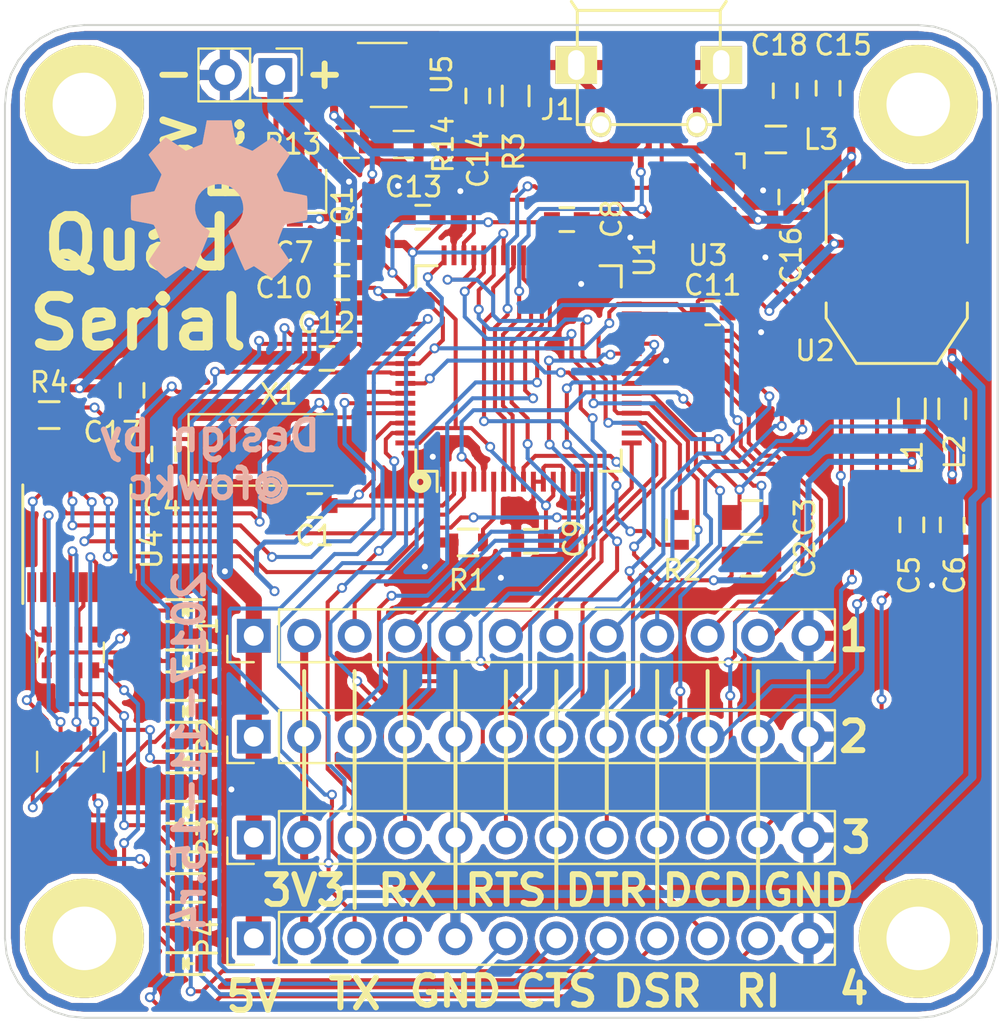
<source format=kicad_pcb>
(kicad_pcb (version 4) (host pcbnew 4.0.5+dfsg1-4)
  (layers (0 F.Cu signal) (31 B.Cu signal) (34 B.Paste user) (35 F.Paste user) (36 B.SilkS user) (37 F.SilkS user) (38 B.Mask user) (39 F.Mask user) (44 Edge.Cuts user))
  (net 0 "")
  (net 1 "Net-(C1-Pad1)")
  (net 2 "Net-(C2-Pad1)")
  (net 3 "Net-(C3-Pad1)")
  (net 4 "Net-(C4-Pad1)")
  (net 5 +1.8V)
  (net 6 /USB/SHIELD)
  (net 7 /FT4232H/DP)
  (net 8 /FT4232H/DM)
  (net 9 "Net-(J1-Pad1)")
  (net 10 /FT4232H/TXDA)
  (net 11 /FT4232H/RXDA)
  (net 12 /FT4232H/RTSA)
  (net 13 /FT4232H/CTSA)
  (net 14 /FT4232H/DTRA)
  (net 15 /FT4232H/DSRA)
  (net 16 /FT4232H/DCDA)
  (net 17 /FT4232H/RIA)
  (net 18 /FT4232H/TXDB)
  (net 19 /FT4232H/RXDB)
  (net 20 /FT4232H/RTSB)
  (net 21 /FT4232H/CTSB)
  (net 22 /FT4232H/DTRB)
  (net 23 /FT4232H/DSRB)
  (net 24 /FT4232H/DCDB)
  (net 25 /FT4232H/RIB)
  (net 26 /FT4232H/TXDC)
  (net 27 /FT4232H/RXDC)
  (net 28 /FT4232H/RTSC)
  (net 29 /FT4232H/CTSC)
  (net 30 /FT4232H/DTRC)
  (net 31 /FT4232H/DSRC)
  (net 32 /FT4232H/DCDC)
  (net 33 /FT4232H/RIC)
  (net 34 /FT4232H/TXDD)
  (net 35 /FT4232H/RXDD)
  (net 36 /FT4232H/RTSD)
  (net 37 /FT4232H/CTSD)
  (net 38 /FT4232H/DTRD)
  (net 39 /FT4232H/DSRD)
  (net 40 /FT4232H/DCDD)
  (net 41 /FT4232H/RID)
  (net 42 "Net-(R1-Pad1)")
  (net 43 "Net-(R2-Pad1)")
  (net 44 "Net-(R4-Pad2)")
  (net 45 /FT4232H/~LED_EN)
  (net 46 /FT4232H/LED_DATA)
  (net 47 /FT4232H/LED_CLK)
  (net 48 /FT4232H/LED_CS)
  (net 49 GND)
  (net 50 +3V3)
  (net 51 VUSB)
  (net 52 +5VHDR)
  (net 53 "Net-(Q1-Pad1)")
  (net 54 "Net-(R13-Pad1)")
  (net 55 "Net-(RP1-Pad1)")
  (net 56 "Net-(RP1-Pad3)")
  (net 57 "Net-(RP1-Pad2)")
  (net 58 "Net-(RP1-Pad4)")
  (net 59 "Net-(RP1-Pad7)")
  (net 60 "Net-(RP1-Pad8)")
  (net 61 "Net-(RP1-Pad6)")
  (net 62 "Net-(RP1-Pad5)")
  (net 63 "Net-(RP2-Pad1)")
  (net 64 "Net-(RP2-Pad3)")
  (net 65 "Net-(RP2-Pad2)")
  (net 66 "Net-(RP2-Pad4)")
  (net 67 "Net-(RP2-Pad7)")
  (net 68 "Net-(RP2-Pad8)")
  (net 69 "Net-(RP2-Pad6)")
  (net 70 "Net-(RP2-Pad5)")
  (module Capacitors_SMD:C_0805 (layer F.Cu) (at 166.8 107.9)
    (fp_text reference C2 (at 2.687 0 90) (layer F.SilkS))
    (fp_text value 4u7)
    (pad 1 smd rect (at -1 0) (size 1 1.25) (layers F.Cu F.Paste F.Mask) (net 2 "Net-(C2-Pad1)"))
    (pad 2 smd rect (at 1 0) (size 1 1.25) (layers F.Cu F.Paste F.Mask) (net 49 GND))
  )
  (module Housings_QFP:LQFP-64_10x10mm_Pitch0.5mm (layer F.Cu) (at 155.067 98.298 90)
    (fp_text reference U1 (at 5.588 6.35 90) (layer F.SilkS))
    (fp_text value FT4232H)
    (pad 1 smd rect (at -5.7 -3.75 90) (size 1 0.25) (layers F.Cu F.Paste F.Mask) (net 49 GND))
    (pad 2 smd rect (at -5.7 -3.25 90) (size 1 0.25) (layers F.Cu F.Paste F.Mask) (net 1 "Net-(C1-Pad1)"))
    (pad 3 smd rect (at -5.7 -2.75 90) (size 1 0.25) (layers F.Cu F.Paste F.Mask) (net 4 "Net-(C4-Pad1)"))
    (pad 4 smd rect (at -5.7 -2.25 90) (size 1 0.25) (layers F.Cu F.Paste F.Mask) (net 3 "Net-(C3-Pad1)"))
    (pad 5 smd rect (at -5.7 -1.75 90) (size 1 0.25) (layers F.Cu F.Paste F.Mask) (net 49 GND))
    (pad 6 smd rect (at -5.7 -1.25 90) (size 1 0.25) (layers F.Cu F.Paste F.Mask) (net 42 "Net-(R1-Pad1)"))
    (pad 7 smd rect (at -5.7 -0.75 90) (size 1 0.25) (layers F.Cu F.Paste F.Mask) (net 8 /FT4232H/DM))
    (pad 8 smd rect (at -5.7 -0.25 90) (size 1 0.25) (layers F.Cu F.Paste F.Mask) (net 7 /FT4232H/DP))
    (pad 9 smd rect (at -5.7 0.25 90) (size 1 0.25) (layers F.Cu F.Paste F.Mask) (net 2 "Net-(C2-Pad1)"))
    (pad 10 smd rect (at -5.7 0.75 90) (size 1 0.25) (layers F.Cu F.Paste F.Mask) (net 49 GND))
    (pad 11 smd rect (at -5.7 1.25 90) (size 1 0.25) (layers F.Cu F.Paste F.Mask) (net 49 GND))
    (pad 12 smd rect (at -5.7 1.75 90) (size 1 0.25) (layers F.Cu F.Paste F.Mask) (net 5 +1.8V))
    (pad 13 smd rect (at -5.7 2.25 90) (size 1 0.25) (layers F.Cu F.Paste F.Mask) (net 49 GND))
    (pad 14 smd rect (at -5.7 2.75 90) (size 1 0.25) (layers F.Cu F.Paste F.Mask) (net 43 "Net-(R2-Pad1)"))
    (pad 15 smd rect (at -5.7 3.25 90) (size 1 0.25) (layers F.Cu F.Paste F.Mask) (net 49 GND))
    (pad 16 smd rect (at -5.7 3.75 90) (size 1 0.25) (layers F.Cu F.Paste F.Mask) (net 10 /FT4232H/TXDA))
    (pad 17 smd rect (at -3.75 5.7 180) (size 1 0.25) (layers F.Cu F.Paste F.Mask) (net 11 /FT4232H/RXDA))
    (pad 18 smd rect (at -3.25 5.7 180) (size 1 0.25) (layers F.Cu F.Paste F.Mask) (net 12 /FT4232H/RTSA))
    (pad 19 smd rect (at -2.75 5.7 180) (size 1 0.25) (layers F.Cu F.Paste F.Mask) (net 13 /FT4232H/CTSA))
    (pad 20 smd rect (at -2.25 5.7 180) (size 1 0.25) (layers F.Cu F.Paste F.Mask) (net 50 +3V3))
    (pad 21 smd rect (at -1.75 5.7 180) (size 1 0.25) (layers F.Cu F.Paste F.Mask) (net 14 /FT4232H/DTRA))
    (pad 22 smd rect (at -1.25 5.7 180) (size 1 0.25) (layers F.Cu F.Paste F.Mask) (net 15 /FT4232H/DSRA))
    (pad 23 smd rect (at -0.75 5.7 180) (size 1 0.25) (layers F.Cu F.Paste F.Mask) (net 16 /FT4232H/DCDA))
    (pad 24 smd rect (at -0.25 5.7 180) (size 1 0.25) (layers F.Cu F.Paste F.Mask) (net 17 /FT4232H/RIA))
    (pad 25 smd rect (at 0.25 5.7 180) (size 1 0.25) (layers F.Cu F.Paste F.Mask) (net 49 GND))
    (pad 26 smd rect (at 0.75 5.7 180) (size 1 0.25) (layers F.Cu F.Paste F.Mask) (net 18 /FT4232H/TXDB))
    (pad 27 smd rect (at 1.25 5.7 180) (size 1 0.25) (layers F.Cu F.Paste F.Mask) (net 19 /FT4232H/RXDB))
    (pad 28 smd rect (at 1.75 5.7 180) (size 1 0.25) (layers F.Cu F.Paste F.Mask) (net 20 /FT4232H/RTSB))
    (pad 29 smd rect (at 2.25 5.7 180) (size 1 0.25) (layers F.Cu F.Paste F.Mask) (net 21 /FT4232H/CTSB))
    (pad 30 smd rect (at 2.75 5.7 180) (size 1 0.25) (layers F.Cu F.Paste F.Mask) (net 22 /FT4232H/DTRB))
    (pad 31 smd rect (at 3.25 5.7 180) (size 1 0.25) (layers F.Cu F.Paste F.Mask) (net 50 +3V3))
    (pad 32 smd rect (at 3.75 5.7 180) (size 1 0.25) (layers F.Cu F.Paste F.Mask) (net 23 /FT4232H/DSRB))
    (pad 33 smd rect (at 5.7 3.75 90) (size 1 0.25) (layers F.Cu F.Paste F.Mask) (net 24 /FT4232H/DCDB))
    (pad 34 smd rect (at 5.7 3.25 90) (size 1 0.25) (layers F.Cu F.Paste F.Mask) (net 25 /FT4232H/RIB))
    (pad 35 smd rect (at 5.7 2.75 90) (size 1 0.25) (layers F.Cu F.Paste F.Mask) (net 49 GND))
    (pad 36 smd rect (at 5.7 2.25 90) (size 1 0.25) (layers F.Cu F.Paste F.Mask))
    (pad 37 smd rect (at 5.7 1.75 90) (size 1 0.25) (layers F.Cu F.Paste F.Mask) (net 5 +1.8V))
    (pad 38 smd rect (at 5.7 1.25 90) (size 1 0.25) (layers F.Cu F.Paste F.Mask) (net 26 /FT4232H/TXDC))
    (pad 39 smd rect (at 5.7 0.75 90) (size 1 0.25) (layers F.Cu F.Paste F.Mask) (net 27 /FT4232H/RXDC))
    (pad 40 smd rect (at 5.7 0.25 90) (size 1 0.25) (layers F.Cu F.Paste F.Mask) (net 28 /FT4232H/RTSC))
    (pad 41 smd rect (at 5.7 -0.25 90) (size 1 0.25) (layers F.Cu F.Paste F.Mask) (net 29 /FT4232H/CTSC))
    (pad 42 smd rect (at 5.7 -0.75 90) (size 1 0.25) (layers F.Cu F.Paste F.Mask) (net 50 +3V3))
    (pad 43 smd rect (at 5.7 -1.25 90) (size 1 0.25) (layers F.Cu F.Paste F.Mask) (net 30 /FT4232H/DTRC))
    (pad 44 smd rect (at 5.7 -1.75 90) (size 1 0.25) (layers F.Cu F.Paste F.Mask) (net 31 /FT4232H/DSRC))
    (pad 45 smd rect (at 5.7 -2.25 90) (size 1 0.25) (layers F.Cu F.Paste F.Mask) (net 32 /FT4232H/DCDC))
    (pad 46 smd rect (at 5.7 -2.75 90) (size 1 0.25) (layers F.Cu F.Paste F.Mask) (net 33 /FT4232H/RIC))
    (pad 47 smd rect (at 5.7 -3.25 90) (size 1 0.25) (layers F.Cu F.Paste F.Mask) (net 49 GND))
    (pad 48 smd rect (at 5.7 -3.75 90) (size 1 0.25) (layers F.Cu F.Paste F.Mask) (net 34 /FT4232H/TXDD))
    (pad 49 smd rect (at 3.75 -5.7 180) (size 1 0.25) (layers F.Cu F.Paste F.Mask) (net 5 +1.8V))
    (pad 50 smd rect (at 3.25 -5.7 180) (size 1 0.25) (layers F.Cu F.Paste F.Mask) (net 50 +3V3))
    (pad 51 smd rect (at 2.75 -5.7 180) (size 1 0.25) (layers F.Cu F.Paste F.Mask) (net 49 GND))
    (pad 52 smd rect (at 2.25 -5.7 180) (size 1 0.25) (layers F.Cu F.Paste F.Mask) (net 35 /FT4232H/RXDD))
    (pad 53 smd rect (at 1.75 -5.7 180) (size 1 0.25) (layers F.Cu F.Paste F.Mask) (net 36 /FT4232H/RTSD))
    (pad 54 smd rect (at 1.25 -5.7 180) (size 1 0.25) (layers F.Cu F.Paste F.Mask) (net 37 /FT4232H/CTSD))
    (pad 55 smd rect (at 0.75 -5.7 180) (size 1 0.25) (layers F.Cu F.Paste F.Mask) (net 38 /FT4232H/DTRD))
    (pad 56 smd rect (at 0.25 -5.7 180) (size 1 0.25) (layers F.Cu F.Paste F.Mask) (net 50 +3V3))
    (pad 57 smd rect (at -0.25 -5.7 180) (size 1 0.25) (layers F.Cu F.Paste F.Mask) (net 39 /FT4232H/DSRD))
    (pad 58 smd rect (at -0.75 -5.7 180) (size 1 0.25) (layers F.Cu F.Paste F.Mask) (net 40 /FT4232H/DCDD))
    (pad 59 smd rect (at -1.25 -5.7 180) (size 1 0.25) (layers F.Cu F.Paste F.Mask) (net 41 /FT4232H/RID))
    (pad 60 smd rect (at -1.75 -5.7 180) (size 1 0.25) (layers F.Cu F.Paste F.Mask) (net 45 /FT4232H/~LED_EN))
    (pad 61 smd rect (at -2.25 -5.7 180) (size 1 0.25) (layers F.Cu F.Paste F.Mask) (net 46 /FT4232H/LED_DATA))
    (pad 62 smd rect (at -2.75 -5.7 180) (size 1 0.25) (layers F.Cu F.Paste F.Mask) (net 47 /FT4232H/LED_CLK))
    (pad 63 smd rect (at -3.25 -5.7 180) (size 1 0.25) (layers F.Cu F.Paste F.Mask) (net 48 /FT4232H/LED_CS))
    (pad 64 smd rect (at -3.75 -5.7 180) (size 1 0.25) (layers F.Cu F.Paste F.Mask) (net 5 +1.8V))
  )
  (module Capacitors_SMD:C_0603 (layer F.Cu) (at 144.8 105.2 180)
    (fp_text reference C1 (at 0 -1.524 180) (layer F.SilkS))
    (fp_text value 22p)
    (pad 1 smd rect (at -0.75 0 180) (size 0.8 0.75) (layers F.Cu F.Paste F.Mask) (net 1 "Net-(C1-Pad1)"))
    (pad 2 smd rect (at 0.75 0 180) (size 0.8 0.75) (layers F.Cu F.Paste F.Mask) (net 49 GND))
  )
  (module Housings_SSOP:TSSOP-16_4.4x5mm_Pitch0.65mm (layer F.Cu) (at 132.823 106.36 90)
    (fp_text reference U4 (at -1.04 3.777 90) (layer F.SilkS))
    (fp_text value 74HC595)
    (pad 1 smd rect (at -2.95 -2.275 90) (size 1.5 0.45) (layers F.Cu F.Paste F.Mask) (net 68 "Net-(RP2-Pad8)"))
    (pad 2 smd rect (at -2.95 -1.625 90) (size 1.5 0.45) (layers F.Cu F.Paste F.Mask) (net 59 "Net-(RP1-Pad7)"))
    (pad 3 smd rect (at -2.95 -0.975 90) (size 1.5 0.45) (layers F.Cu F.Paste F.Mask) (net 67 "Net-(RP2-Pad7)"))
    (pad 4 smd rect (at -2.95 -0.325 90) (size 1.5 0.45) (layers F.Cu F.Paste F.Mask) (net 61 "Net-(RP1-Pad6)"))
    (pad 5 smd rect (at -2.95 0.325 90) (size 1.5 0.45) (layers F.Cu F.Paste F.Mask) (net 69 "Net-(RP2-Pad6)"))
    (pad 6 smd rect (at -2.95 0.975 90) (size 1.5 0.45) (layers F.Cu F.Paste F.Mask) (net 62 "Net-(RP1-Pad5)"))
    (pad 7 smd rect (at -2.95 1.625 90) (size 1.5 0.45) (layers F.Cu F.Paste F.Mask) (net 70 "Net-(RP2-Pad5)"))
    (pad 8 smd rect (at -2.95 2.275 90) (size 1.5 0.45) (layers F.Cu F.Paste F.Mask) (net 49 GND))
    (pad 9 smd rect (at 2.95 2.275 90) (size 1.5 0.45) (layers F.Cu F.Paste F.Mask))
    (pad 10 smd rect (at 2.95 1.625 90) (size 1.5 0.45) (layers F.Cu F.Paste F.Mask) (net 44 "Net-(R4-Pad2)"))
    (pad 11 smd rect (at 2.95 0.975 90) (size 1.5 0.45) (layers F.Cu F.Paste F.Mask) (net 47 /FT4232H/LED_CLK))
    (pad 12 smd rect (at 2.95 0.325 90) (size 1.5 0.45) (layers F.Cu F.Paste F.Mask) (net 48 /FT4232H/LED_CS))
    (pad 13 smd rect (at 2.95 -0.325 90) (size 1.5 0.45) (layers F.Cu F.Paste F.Mask) (net 45 /FT4232H/~LED_EN))
    (pad 14 smd rect (at 2.95 -0.975 90) (size 1.5 0.45) (layers F.Cu F.Paste F.Mask) (net 46 /FT4232H/LED_DATA))
    (pad 15 smd rect (at 2.95 -1.625 90) (size 1.5 0.45) (layers F.Cu F.Paste F.Mask) (net 60 "Net-(RP1-Pad8)"))
    (pad 16 smd rect (at 2.95 -2.275 90) (size 1.5 0.45) (layers F.Cu F.Paste F.Mask) (net 50 +3V3))
  )
  (module TO_SOT_Packages_SMD:SOT-143 (layer F.Cu) (at 164.592 89.764 180)
    (fp_text reference U3 (at -0.008 -2.836 360) (layer F.SilkS))
    (fp_text value PRTR5V0U2X)
    (pad 1 smd rect (at -0.76962 1.09982 180) (size 1.19888 1.39954) (layers F.Cu F.Paste F.Mask) (net 49 GND))
    (pad 2 smd rect (at 0.94996 1.09982 180) (size 1.00076 1.39954) (layers F.Cu F.Paste F.Mask) (net 8 /FT4232H/DM))
    (pad 3 smd rect (at 0.94996 -1.09982 180) (size 1.00076 1.39954) (layers F.Cu F.Paste F.Mask) (net 7 /FT4232H/DP))
    (pad 4 smd rect (at -0.94996 -1.09982 180) (size 1.00076 1.39954) (layers F.Cu F.Paste F.Mask) (net 51 VUSB))
  )
  (module TO_SOT_Packages_SMD:SOT-223 (layer F.Cu) (at 174.117 93.472 180)
    (fp_text reference U2 (at 4.117 -3.928 360) (layer F.SilkS))
    (fp_text value NCP1117ST33T3G)
    (pad 4 smd rect (at 0 -3.302 180) (size 3.6576 2.032) (layers F.Cu F.Paste F.Mask))
    (pad 2 smd rect (at 0 3.302 180) (size 1.016 2.032) (layers F.Cu F.Paste F.Mask) (net 50 +3V3))
    (pad 3 smd rect (at 2.286 3.302 180) (size 1.016 2.032) (layers F.Cu F.Paste F.Mask) (net 51 VUSB))
    (pad 1 smd rect (at -2.286 3.302 180) (size 1.016 2.032) (layers F.Cu F.Paste F.Mask) (net 49 GND))
  )
  (module LEDs:LED-0603 (layer F.Cu) (at 138.4427 113.03)
    (fp_text reference RX1 hide)
    (fp_text value GRN)
    (pad 2 smd rect (at 0.7493 0 180) (size 0.79756 0.79756) (layers F.Cu F.Paste F.Mask) (net 49 GND))
    (pad 1 smd rect (at -0.7493 0 180) (size 0.79756 0.79756) (layers F.Cu F.Paste F.Mask) (net 63 "Net-(RP2-Pad1)"))
  )
  (module LEDs:LED-0603 (layer F.Cu) (at 138.4427 118.11)
    (fp_text reference RX2 hide)
    (fp_text value GRN)
    (pad 2 smd rect (at 0.7493 0 180) (size 0.79756 0.79756) (layers F.Cu F.Paste F.Mask) (net 49 GND))
    (pad 1 smd rect (at -0.7493 0 180) (size 0.79756 0.79756) (layers F.Cu F.Paste F.Mask) (net 65 "Net-(RP2-Pad2)"))
  )
  (module LEDs:LED-0603 (layer F.Cu) (at 138.4427 123.19)
    (fp_text reference RX3 hide)
    (fp_text value GRN)
    (pad 2 smd rect (at 0.7493 0 180) (size 0.79756 0.79756) (layers F.Cu F.Paste F.Mask) (net 49 GND))
    (pad 1 smd rect (at -0.7493 0 180) (size 0.79756 0.79756) (layers F.Cu F.Paste F.Mask) (net 64 "Net-(RP2-Pad3)"))
  )
  (module LEDs:LED-0603 (layer F.Cu) (at 138.4427 128.27)
    (fp_text reference RX4 hide)
    (fp_text value GRN)
    (pad 2 smd rect (at 0.7493 0 180) (size 0.79756 0.79756) (layers F.Cu F.Paste F.Mask) (net 49 GND))
    (pad 1 smd rect (at -0.7493 0 180) (size 0.79756 0.79756) (layers F.Cu F.Paste F.Mask) (net 66 "Net-(RP2-Pad4)"))
  )
  (module LEDs:LED-0603 (layer F.Cu) (at 138.43 110.49)
    (fp_text reference TX1 hide)
    (fp_text value RED)
    (pad 2 smd rect (at 0.7493 0 180) (size 0.79756 0.79756) (layers F.Cu F.Paste F.Mask) (net 49 GND))
    (pad 1 smd rect (at -0.7493 0 180) (size 0.79756 0.79756) (layers F.Cu F.Paste F.Mask) (net 55 "Net-(RP1-Pad1)"))
  )
  (module LEDs:LED-0603 (layer F.Cu) (at 138.4427 115.57)
    (fp_text reference TX2 hide)
    (fp_text value RED)
    (pad 2 smd rect (at 0.7493 0 180) (size 0.79756 0.79756) (layers F.Cu F.Paste F.Mask) (net 49 GND))
    (pad 1 smd rect (at -0.7493 0 180) (size 0.79756 0.79756) (layers F.Cu F.Paste F.Mask) (net 57 "Net-(RP1-Pad2)"))
  )
  (module LEDs:LED-0603 (layer F.Cu) (at 138.4427 120.65)
    (fp_text reference TX3 hide)
    (fp_text value RED)
    (pad 2 smd rect (at 0.7493 0 180) (size 0.79756 0.79756) (layers F.Cu F.Paste F.Mask) (net 49 GND))
    (pad 1 smd rect (at -0.7493 0 180) (size 0.79756 0.79756) (layers F.Cu F.Paste F.Mask) (net 56 "Net-(RP1-Pad3)"))
  )
  (module LEDs:LED-0603 (layer F.Cu) (at 138.4427 125.73)
    (fp_text reference TX4 hide)
    (fp_text value RED)
    (pad 2 smd rect (at 0.7493 0 180) (size 0.79756 0.79756) (layers F.Cu F.Paste F.Mask) (net 49 GND))
    (pad 1 smd rect (at -0.7493 0 180) (size 0.79756 0.79756) (layers F.Cu F.Paste F.Mask) (net 58 "Net-(RP1-Pad4)"))
  )
  (module usb-connectors:USB-MICRO-B-SMD (layer F.Cu) (at 161.628 83.014 180)
    (fp_text reference J1 (at 4.6 -2.25 180) (layer F.SilkS))
    (fp_text value USB-MINI-B-SMD)
    (pad 1 smd rect (at -1.3 -2.675 180) (size 0.4 1.35) (layers F.Cu F.Paste F.Mask) (net 9 "Net-(J1-Pad1)"))
    (pad 2 smd rect (at -0.65 -2.675 180) (size 0.4 1.35) (layers F.Cu F.Paste F.Mask) (net 8 /FT4232H/DM))
    (pad 3 smd rect (at 0 -2.675 180) (size 0.4 1.35) (layers F.Cu F.Paste F.Mask) (net 7 /FT4232H/DP))
    (pad 4 smd rect (at 0.65 -2.675 180) (size 0.4 1.35) (layers F.Cu F.Paste F.Mask))
    (pad 5 smd rect (at 1.3 -2.675 180) (size 0.4 1.35) (layers F.Cu F.Paste F.Mask) (net 49 GND))
    (pad 6 thru_hole oval (at 2.425 -3 180) (size 1.05 1.25) (drill 0.85) (layers *.Cu *.Mask F.SilkS) (net 6 /USB/SHIELD))
    (pad 6 thru_hole oval (at -2.425 -3 180) (size 1.05 1.25) (drill 0.85) (layers *.Cu *.Mask F.SilkS) (net 6 /USB/SHIELD))
    (pad 6 smd rect (at -1.15 0 180) (size 1.8 1.9) (layers F.Cu F.Paste F.Mask) (net 6 /USB/SHIELD))
    (pad 6 smd rect (at 1.15 0 180) (size 1.8 1.9) (layers F.Cu F.Paste F.Mask) (net 6 /USB/SHIELD))
    (pad 6 thru_hole rect (at 3.65 0 180) (size 2.1 1.9) (drill oval 0.83 1.5) (layers *.Cu *.Mask F.SilkS) (net 6 /USB/SHIELD))
    (pad 6 thru_hole rect (at -3.65 0 180) (size 2.1 1.9) (drill oval 0.83 1.5) (layers *.Cu *.Mask F.SilkS) (net 6 /USB/SHIELD))
  )
  (module Capacitors_SMD:C_0805 (layer F.Cu) (at 166.8 105.8)
    (fp_text reference C3 (at 2.687 0 90) (layer F.SilkS))
    (fp_text value 4u7)
    (pad 1 smd rect (at -1 0) (size 1 1.25) (layers F.Cu F.Paste F.Mask) (net 3 "Net-(C3-Pad1)"))
    (pad 2 smd rect (at 1 0) (size 1 1.25) (layers F.Cu F.Paste F.Mask) (net 49 GND))
  )
  (module Capacitors_SMD:C_0603 (layer F.Cu) (at 137.2 102.6 270)
    (fp_text reference C4 (at 2.6 0.1 360) (layer F.SilkS))
    (fp_text value 22p)
    (pad 1 smd rect (at -0.75 0 270) (size 0.8 0.75) (layers F.Cu F.Paste F.Mask) (net 4 "Net-(C4-Pad1)"))
    (pad 2 smd rect (at 0.75 0 270) (size 0.8 0.75) (layers F.Cu F.Paste F.Mask) (net 49 GND))
  )
  (module Capacitors_SMD:C_0603 (layer F.Cu) (at 174.879 106.172 270)
    (fp_text reference C5 (at 2.54 0.127 270) (layer F.SilkS))
    (fp_text value 100n)
    (pad 1 smd rect (at -0.75 0 270) (size 0.8 0.75) (layers F.Cu F.Paste F.Mask) (net 2 "Net-(C2-Pad1)"))
    (pad 2 smd rect (at 0.75 0 270) (size 0.8 0.75) (layers F.Cu F.Paste F.Mask) (net 49 GND))
  )
  (module Capacitors_SMD:C_0603 (layer F.Cu) (at 176.911 106.172 270)
    (fp_text reference C6 (at 2.54 -0.127 270) (layer F.SilkS))
    (fp_text value 100n)
    (pad 1 smd rect (at -0.75 0 270) (size 0.8 0.75) (layers F.Cu F.Paste F.Mask) (net 3 "Net-(C3-Pad1)"))
    (pad 2 smd rect (at 0.75 0 270) (size 0.8 0.75) (layers F.Cu F.Paste F.Mask) (net 49 GND))
  )
  (module Capacitors_SMD:C_0603 (layer F.Cu) (at 146.177 92.456 180)
    (fp_text reference C7 (at 2.413 0 180) (layer F.SilkS))
    (fp_text value 100n)
    (pad 1 smd rect (at -0.75 0 180) (size 0.8 0.75) (layers F.Cu F.Paste F.Mask) (net 5 +1.8V))
    (pad 2 smd rect (at 0.75 0 180) (size 0.8 0.75) (layers F.Cu F.Paste F.Mask) (net 49 GND))
  )
  (module Capacitors_SMD:C_0603 (layer F.Cu) (at 157.5 90.8)
    (fp_text reference C8 (at 2.262 -0.037 90) (layer F.SilkS))
    (fp_text value 100n)
    (pad 1 smd rect (at -0.75 0) (size 0.8 0.75) (layers F.Cu F.Paste F.Mask) (net 5 +1.8V))
    (pad 2 smd rect (at 0.75 0) (size 0.8 0.75) (layers F.Cu F.Paste F.Mask) (net 49 GND))
  )
  (module Capacitors_SMD:C_0603 (layer F.Cu) (at 155.7 107 180)
    (fp_text reference C9 (at -2.159 0.127 270) (layer F.SilkS))
    (fp_text value 100n)
    (pad 1 smd rect (at -0.75 0 180) (size 0.8 0.75) (layers F.Cu F.Paste F.Mask) (net 5 +1.8V))
    (pad 2 smd rect (at 0.75 0 180) (size 0.8 0.75) (layers F.Cu F.Paste F.Mask) (net 49 GND))
  )
  (module Capacitors_SMD:C_0603 (layer F.Cu) (at 146.177 94.234 180)
    (fp_text reference C10 (at 2.921 0 180) (layer F.SilkS))
    (fp_text value 100n)
    (pad 1 smd rect (at -0.75 0 180) (size 0.8 0.75) (layers F.Cu F.Paste F.Mask) (net 50 +3V3))
    (pad 2 smd rect (at 0.75 0 180) (size 0.8 0.75) (layers F.Cu F.Paste F.Mask) (net 49 GND))
  )
  (module Capacitors_SMD:C_0603 (layer F.Cu) (at 164.846 95.5)
    (fp_text reference C11 (at 0 -1.397) (layer F.SilkS))
    (fp_text value 100n)
    (pad 1 smd rect (at -0.75 0) (size 0.8 0.75) (layers F.Cu F.Paste F.Mask) (net 50 +3V3))
    (pad 2 smd rect (at 0.75 0) (size 0.8 0.75) (layers F.Cu F.Paste F.Mask) (net 49 GND))
  )
  (module Capacitors_SMD:C_0603 (layer F.Cu) (at 145.415 97.79 180)
    (fp_text reference C12 (at 0.015 1.79 180) (layer F.SilkS))
    (fp_text value 100n)
    (pad 1 smd rect (at -0.75 0 180) (size 0.8 0.75) (layers F.Cu F.Paste F.Mask) (net 50 +3V3))
    (pad 2 smd rect (at 0.75 0 180) (size 0.8 0.75) (layers F.Cu F.Paste F.Mask) (net 49 GND))
  )
  (module Capacitors_SMD:C_0603 (layer F.Cu) (at 150.241 90.678 180)
    (fp_text reference C13 (at 0.463 1.524 180) (layer F.SilkS))
    (fp_text value 100n)
    (pad 1 smd rect (at -0.75 0 180) (size 0.8 0.75) (layers F.Cu F.Paste F.Mask) (net 50 +3V3))
    (pad 2 smd rect (at 0.75 0 180) (size 0.8 0.75) (layers F.Cu F.Paste F.Mask) (net 49 GND))
  )
  (module Capacitors_SMD:C_0603 (layer F.Cu) (at 153.017204 84.569662 270)
    (fp_text reference C14 (at 3.194338 -0.010796 270) (layer F.SilkS))
    (fp_text value 4n7)
    (pad 1 smd rect (at -0.75 0 270) (size 0.8 0.75) (layers F.Cu F.Paste F.Mask) (net 6 /USB/SHIELD))
    (pad 2 smd rect (at 0.75 0 270) (size 0.8 0.75) (layers F.Cu F.Paste F.Mask) (net 49 GND))
  )
  (module Capacitors_SMD:C_0603 (layer F.Cu) (at 170.658 84.184 90)
    (fp_text reference C15 (at 2.17 0.762 180) (layer F.SilkS))
    (fp_text value 100n)
    (pad 1 smd rect (at -0.75 0 90) (size 0.8 0.75) (layers F.Cu F.Paste F.Mask) (net 51 VUSB))
    (pad 2 smd rect (at 0.75 0 90) (size 0.8 0.75) (layers F.Cu F.Paste F.Mask) (net 49 GND))
  )
  (module Capacitors_SMD:C_0603 (layer F.Cu) (at 168.783 89.662 90)
    (fp_text reference C16 (at -2.938 0.017 270) (layer F.SilkS))
    (fp_text value 100n)
    (pad 1 smd rect (at -0.75 0 90) (size 0.8 0.75) (layers F.Cu F.Paste F.Mask) (net 50 +3V3))
    (pad 2 smd rect (at 0.75 0 90) (size 0.8 0.75) (layers F.Cu F.Paste F.Mask) (net 49 GND))
  )
  (module Capacitors_SMD:C_0603 (layer F.Cu) (at 135.6 99.4 90)
    (fp_text reference C17 (at -2.1 -1 360) (layer F.SilkS))
    (fp_text value 100n)
    (pad 1 smd rect (at -0.75 0 90) (size 0.8 0.75) (layers F.Cu F.Paste F.Mask) (net 50 +3V3))
    (pad 2 smd rect (at 0.75 0 90) (size 0.8 0.75) (layers F.Cu F.Paste F.Mask) (net 49 GND))
  )
  (module Capacitors_SMD:C_0603 (layer F.Cu) (at 168.499 84.311 90)
    (fp_text reference C18 (at 2.297 -0.299 180) (layer F.SilkS))
    (fp_text value 10u)
    (pad 1 smd rect (at -0.75 0 90) (size 0.8 0.75) (layers F.Cu F.Paste F.Mask) (net 51 VUSB))
    (pad 2 smd rect (at 0.75 0 90) (size 0.8 0.75) (layers F.Cu F.Paste F.Mask) (net 49 GND))
  )
  (module Resistors_SMD:R_0603 (layer F.Cu) (at 174.879 100.33 270)
    (fp_text reference L1 (at 2.47 -0.021 270) (layer F.SilkS))
    (fp_text value 220nH)
    (pad 1 smd rect (at -0.75 0 270) (size 0.5 0.9) (layers F.Cu F.Paste F.Mask) (net 50 +3V3))
    (pad 2 smd rect (at 0.75 0 270) (size 0.5 0.9) (layers F.Cu F.Paste F.Mask) (net 2 "Net-(C2-Pad1)"))
  )
  (module Resistors_SMD:R_0603 (layer F.Cu) (at 176.911 100.33 270)
    (fp_text reference L2 (at 2.17 -0.127 270) (layer F.SilkS))
    (fp_text value 220nH)
    (pad 1 smd rect (at -0.75 0 270) (size 0.5 0.9) (layers F.Cu F.Paste F.Mask) (net 50 +3V3))
    (pad 2 smd rect (at 0.75 0 270) (size 0.5 0.9) (layers F.Cu F.Paste F.Mask) (net 3 "Net-(C3-Pad1)"))
  )
  (module Resistors_SMD:R_0603 (layer F.Cu) (at 168.028 86.764 180)
    (fp_text reference L3 (at -2.272 0 180) (layer F.SilkS))
    (fp_text value 220R@100MHz)
    (pad 1 smd rect (at -0.75 0 180) (size 0.5 0.9) (layers F.Cu F.Paste F.Mask) (net 51 VUSB))
    (pad 2 smd rect (at 0.75 0 180) (size 0.5 0.9) (layers F.Cu F.Paste F.Mask) (net 9 "Net-(J1-Pad1)"))
  )
  (module Resistors_SMD:R_0603 (layer F.Cu) (at 152.527 107.061 180)
    (fp_text reference R1 (at 0 -1.9 180) (layer F.SilkS))
    (fp_text value 12K)
    (pad 1 smd rect (at -0.75 0 180) (size 0.5 0.9) (layers F.Cu F.Paste F.Mask) (net 42 "Net-(R1-Pad1)"))
    (pad 2 smd rect (at 0.75 0 180) (size 0.5 0.9) (layers F.Cu F.Paste F.Mask) (net 49 GND))
  )
  (module Resistors_SMD:R_0603 (layer F.Cu) (at 163.195 106.426 90)
    (fp_text reference R2 (at -2.032 0.127 180) (layer F.SilkS))
    (fp_text value 1K)
    (pad 1 smd rect (at -0.75 0 90) (size 0.5 0.9) (layers F.Cu F.Paste F.Mask) (net 43 "Net-(R2-Pad1)"))
    (pad 2 smd rect (at 0.75 0 90) (size 0.5 0.9) (layers F.Cu F.Paste F.Mask) (net 50 +3V3))
  )
  (module Resistors_SMD:R_0603 (layer F.Cu) (at 154.922204 84.569662 270)
    (fp_text reference R3 (at 2.798338 0.094204 270) (layer F.SilkS))
    (fp_text value 1M)
    (pad 1 smd rect (at -0.75 0 270) (size 0.5 0.9) (layers F.Cu F.Paste F.Mask) (net 6 /USB/SHIELD))
    (pad 2 smd rect (at 0.75 0 270) (size 0.5 0.9) (layers F.Cu F.Paste F.Mask) (net 49 GND))
  )
  (module Resistors_SMD:R_0603 (layer F.Cu) (at 131.426 100.645)
    (fp_text reference R4 (at 0 -1.651) (layer F.SilkS))
    (fp_text value 10K)
    (pad 1 smd rect (at -0.75 0) (size 0.5 0.9) (layers F.Cu F.Paste F.Mask) (net 50 +3V3))
    (pad 2 smd rect (at 0.75 0) (size 0.5 0.9) (layers F.Cu F.Paste F.Mask) (net 44 "Net-(R4-Pad2)"))
  )
  (module Resistors_SMD:R_0603 (layer F.Cu) (at 146.528 87.014 180)
    (fp_text reference R13 (at 2.828 0.014 360) (layer F.SilkS))
    (fp_text value 1K)
    (pad 1 smd rect (at -0.75 0 180) (size 0.5 0.9) (layers F.Cu F.Paste F.Mask) (net 54 "Net-(R13-Pad1)"))
    (pad 2 smd rect (at 0.75 0 180) (size 0.5 0.9) (layers F.Cu F.Paste F.Mask) (net 52 +5VHDR))
  )
  (module Resistors_SMD:R_0603 (layer F.Cu) (at 149.278 87.014)
    (fp_text reference R14 (at 2 0 90) (layer F.SilkS))
    (fp_text value 10K)
    (pad 1 smd rect (at -0.75 0) (size 0.5 0.9) (layers F.Cu F.Paste F.Mask) (net 54 "Net-(R13-Pad1)"))
    (pad 2 smd rect (at 0.75 0) (size 0.5 0.9) (layers F.Cu F.Paste F.Mask) (net 49 GND))
  )
  (module Resistors_SMD:R_Array_Convex_4x0603 (layer F.Cu) (at 132.5 118.1 90)
    (fp_text reference RP1 hide)
    (fp_text value 1K5)
    (pad 1 smd rect (at -0.9 -1.2 90) (size 0.8 0.5) (layers F.Cu F.Paste F.Mask) (net 55 "Net-(RP1-Pad1)"))
    (pad 3 smd rect (at -0.9 0.4 90) (size 0.8 0.4) (layers F.Cu F.Paste F.Mask) (net 56 "Net-(RP1-Pad3)"))
    (pad 2 smd rect (at -0.9 -0.4 90) (size 0.8 0.4) (layers F.Cu F.Paste F.Mask) (net 57 "Net-(RP1-Pad2)"))
    (pad 4 smd rect (at -0.9 1.2 90) (size 0.8 0.5) (layers F.Cu F.Paste F.Mask) (net 58 "Net-(RP1-Pad4)"))
    (pad 7 smd rect (at 0.9 -0.4 90) (size 0.8 0.4) (layers F.Cu F.Paste F.Mask) (net 59 "Net-(RP1-Pad7)"))
    (pad 8 smd rect (at 0.9 -1.2 90) (size 0.8 0.5) (layers F.Cu F.Paste F.Mask) (net 60 "Net-(RP1-Pad8)"))
    (pad 6 smd rect (at 0.9 0.4 90) (size 0.8 0.4) (layers F.Cu F.Paste F.Mask) (net 61 "Net-(RP1-Pad6)"))
    (pad 5 smd rect (at 0.9 1.2 90) (size 0.8 0.5) (layers F.Cu F.Paste F.Mask) (net 62 "Net-(RP1-Pad5)"))
  )
  (module Resistors_SMD:R_Array_Convex_4x0603 (layer F.Cu) (at 132.5 112.6 90)
    (fp_text reference RP2 hide)
    (fp_text value 330R)
    (pad 1 smd rect (at -0.9 -1.2 90) (size 0.8 0.5) (layers F.Cu F.Paste F.Mask) (net 63 "Net-(RP2-Pad1)"))
    (pad 3 smd rect (at -0.9 0.4 90) (size 0.8 0.4) (layers F.Cu F.Paste F.Mask) (net 64 "Net-(RP2-Pad3)"))
    (pad 2 smd rect (at -0.9 -0.4 90) (size 0.8 0.4) (layers F.Cu F.Paste F.Mask) (net 65 "Net-(RP2-Pad2)"))
    (pad 4 smd rect (at -0.9 1.2 90) (size 0.8 0.5) (layers F.Cu F.Paste F.Mask) (net 66 "Net-(RP2-Pad4)"))
    (pad 7 smd rect (at 0.9 -0.4 90) (size 0.8 0.4) (layers F.Cu F.Paste F.Mask) (net 67 "Net-(RP2-Pad7)"))
    (pad 8 smd rect (at 0.9 -1.2 90) (size 0.8 0.5) (layers F.Cu F.Paste F.Mask) (net 68 "Net-(RP2-Pad8)"))
    (pad 6 smd rect (at 0.9 0.4 90) (size 0.8 0.4) (layers F.Cu F.Paste F.Mask) (net 69 "Net-(RP2-Pad6)"))
    (pad 5 smd rect (at 0.9 1.2 90) (size 0.8 0.5) (layers F.Cu F.Paste F.Mask) (net 70 "Net-(RP2-Pad5)"))
  )
  (module TO_SOT_Packages_SMD:SOT-23-5 (layer F.Cu) (at 148.528 83.514)
    (fp_text reference U5 (at 2.672 -0.014 90) (layer F.SilkS))
    (fp_text value TLV7211DBV)
    (pad 1 smd rect (at -1.1 -0.95) (size 1.06 0.65) (layers F.Cu F.Paste F.Mask) (net 53 "Net-(Q1-Pad1)"))
    (pad 2 smd rect (at -1.1 0) (size 1.06 0.65) (layers F.Cu F.Paste F.Mask) (net 51 VUSB))
    (pad 3 smd rect (at -1.1 0.95) (size 1.06 0.65) (layers F.Cu F.Paste F.Mask) (net 54 "Net-(R13-Pad1)"))
    (pad 4 smd rect (at 1.1 0.95) (size 1.06 0.65) (layers F.Cu F.Paste F.Mask) (net 50 +3V3))
    (pad 5 smd rect (at 1.1 -0.95) (size 1.06 0.65) (layers F.Cu F.Paste F.Mask) (net 49 GND))
  )
  (module Socket_Strips:Socket_Strip_Straight_2x01_Pitch2.54mm (layer F.Cu) (at 142.818 83.514)
    (fp_text reference P5 hide)
    (fp_text value CONN_01X02)
    (pad 1 thru_hole rect (at 0 0) (size 1.7 1.7) (drill 1) (layers *.Cu *.Mask) (net 52 +5VHDR))
    (pad 2 thru_hole oval (at -2.54 0) (size 1.7 1.7) (drill 1) (layers *.Cu *.Mask) (net 49 GND))
  )
  (module TO_SOT_Packages_SMD:SOT-23 (layer F.Cu) (at 143.8 89.7 270)
    (fp_text reference Q1 (at 0.4 -2.4 270) (layer F.SilkS))
    (fp_text value FDN340P)
    (pad 1 smd rect (at -1 -0.95 270) (size 0.9 0.8) (layers F.Cu F.Paste F.Mask) (net 53 "Net-(Q1-Pad1)"))
    (pad 2 smd rect (at -1 0.95 270) (size 0.9 0.8) (layers F.Cu F.Paste F.Mask) (net 52 +5VHDR))
    (pad 3 smd rect (at 1 0 270) (size 0.9 0.8) (layers F.Cu F.Paste F.Mask) (net 51 VUSB))
  )
  (module Crystals:Crystal_SMD_5032-2pin_5.0x3.2mm_HandSoldering (layer F.Cu) (at 143 102.4)
    (fp_text reference X1 (at 0 -2.8) (layer F.SilkS))
    (fp_text value CRYSTAL)
    (pad 1 smd rect (at -2.6 0) (size 3.5 2.4) (layers F.Cu F.Paste F.Mask) (net 4 "Net-(C4-Pad1)"))
    (pad 2 smd rect (at 2.6 0) (size 3.5 2.4) (layers F.Cu F.Paste F.Mask) (net 1 "Net-(C1-Pad1)"))
  )
  (module Symbols:OSHW-Symbol_8.9x8mm_SilkScreen (layer B.Cu) (at 140 89.8 180)
    (fp_text reference REF*** hide)
    (fp_text value OSHW-Symbol_8.9x8mm_SilkScreen hide)
  )
  (module sick-of-beige:DP5050 (layer F.Cu) (at 129.2 81)
    (fp_text reference BRD1 hide)
    (fp_text value BOARD hide)
    (fp_line (start 46.7803 0.076859) (end 47.5307 0.304474) (layer Edge.Cuts) (width 0.1))
    (fp_line (start 47.5307 0.304474) (end 48.2223 0.674118) (layer Edge.Cuts) (width 0.1))
    (fp_line (start 48.2223 0.674118) (end 48.8284 1.17157) (layer Edge.Cuts) (width 0.1))
    (fp_line (start 48.8284 1.17157) (end 49.3259 1.77771) (layer Edge.Cuts) (width 0.1))
    (fp_line (start 49.3259 1.77771) (end 49.6955 2.46925) (layer Edge.Cuts) (width 0.1))
    (fp_line (start 49.6955 2.46925) (end 49.9231 3.21964) (layer Edge.Cuts) (width 0.1))
    (fp_line (start 49.9231 3.21964) (end 50 4) (layer Edge.Cuts) (width 0.1))
    (fp_line (start 50 4) (end 50 46) (layer Edge.Cuts) (width 0.1))
    (fp_line (start 50 46) (end 49.9231 46.7803) (layer Edge.Cuts) (width 0.1))
    (fp_line (start 49.9231 46.7803) (end 49.6955 47.5307) (layer Edge.Cuts) (width 0.1))
    (fp_line (start 49.6955 47.5307) (end 49.3259 48.2223) (layer Edge.Cuts) (width 0.1))
    (fp_line (start 49.3259 48.2223) (end 48.8284 48.8284) (layer Edge.Cuts) (width 0.1))
    (fp_line (start 48.8284 48.8284) (end 48.2223 49.3259) (layer Edge.Cuts) (width 0.1))
    (fp_line (start 48.2223 49.3259) (end 47.5307 49.6955) (layer Edge.Cuts) (width 0.1))
    (fp_line (start 47.5307 49.6955) (end 46.7803 49.9231) (layer Edge.Cuts) (width 0.1))
    (fp_line (start 46.7803 49.9231) (end 46 50) (layer Edge.Cuts) (width 0.1))
    (fp_line (start 46 50) (end 4 50) (layer Edge.Cuts) (width 0.1))
    (fp_line (start 4 50) (end 3.21964 49.9231) (layer Edge.Cuts) (width 0.1))
    (fp_line (start 3.21964 49.9231) (end 2.46925 49.6955) (layer Edge.Cuts) (width 0.1))
    (fp_line (start 2.46925 49.6955) (end 1.77771 49.3259) (layer Edge.Cuts) (width 0.1))
    (fp_line (start 1.77771 49.3259) (end 1.17157 48.8284) (layer Edge.Cuts) (width 0.1))
    (fp_line (start 1.17157 48.8284) (end 0.674118 48.2223) (layer Edge.Cuts) (width 0.1))
    (fp_line (start 0.674118 48.2223) (end 0.304474 47.5307) (layer Edge.Cuts) (width 0.1))
    (fp_line (start 0.304474 47.5307) (end 0.076859 46.7803) (layer Edge.Cuts) (width 0.1))
    (fp_line (start 0.076859 46.7803) (end 0 46) (layer Edge.Cuts) (width 0.1))
    (fp_line (start 0 46) (end 0 4) (layer Edge.Cuts) (width 0.1))
    (fp_line (start 0 4) (end 0.076859 3.21964) (layer Edge.Cuts) (width 0.1))
    (fp_line (start 0.076859 3.21964) (end 0.304474 2.46925) (layer Edge.Cuts) (width 0.1))
    (fp_line (start 0.304474 2.46925) (end 0.674118 1.77771) (layer Edge.Cuts) (width 0.1))
    (fp_line (start 0.674118 1.77771) (end 1.17157 1.17157) (layer Edge.Cuts) (width 0.1))
    (fp_line (start 1.17157 1.17157) (end 1.77771 0.674118) (layer Edge.Cuts) (width 0.1))
    (fp_line (start 1.77771 0.674118) (end 2.46925 0.304474) (layer Edge.Cuts) (width 0.1))
    (fp_line (start 2.46925 0.304474) (end 3.21964 0.076859) (layer Edge.Cuts) (width 0.1))
    (fp_line (start 3.21964 0.076859) (end 3.99998 0) (layer Edge.Cuts) (width 0.1))
    (fp_line (start 3.99998 0) (end 46 0) (layer Edge.Cuts) (width 0.1))
    (fp_line (start 46 0) (end 46.7803 0.076859) (layer Edge.Cuts) (width 0.1))
    (pad "" np_thru_hole circle (at 46 4) (size 6 6) (drill 3.2) (layers *.Cu *.Mask F.SilkS))
    (pad "" np_thru_hole circle (at 4 4) (size 6 6) (drill 3.2) (layers *.Cu *.Mask F.SilkS))
    (pad "" np_thru_hole circle (at 46 46) (size 6 6) (drill 3.2) (layers *.Cu *.Mask F.SilkS))
    (pad "" np_thru_hole circle (at 4 46) (size 6 6) (drill 3.2) (layers *.Cu *.Mask F.SilkS))
  )
  (module Pin_Headers:Pin_Header_Straight_1x12_Pitch2.54mm (layer F.Cu) (at 141.732 111.76 90)
    (fp_text reference P1 (at 0 -2.33 90) (layer F.SilkS))
    (fp_text value CONN_12)
    (pad 1 thru_hole rect (at 0 0 90) (size 1.7 1.7) (drill 1) (layers *.Cu *.Mask) (net 52 +5VHDR))
    (pad 2 thru_hole oval (at 0 2.54 90) (size 1.7 1.7) (drill 1) (layers *.Cu *.Mask) (net 50 +3V3))
    (pad 3 thru_hole oval (at 0 5.08 90) (size 1.7 1.7) (drill 1) (layers *.Cu *.Mask) (net 10 /FT4232H/TXDA))
    (pad 4 thru_hole oval (at 0 7.62 90) (size 1.7 1.7) (drill 1) (layers *.Cu *.Mask) (net 11 /FT4232H/RXDA))
    (pad 5 thru_hole oval (at 0 10.16 90) (size 1.7 1.7) (drill 1) (layers *.Cu *.Mask) (net 49 GND))
    (pad 6 thru_hole oval (at 0 12.7 90) (size 1.7 1.7) (drill 1) (layers *.Cu *.Mask) (net 12 /FT4232H/RTSA))
    (pad 7 thru_hole oval (at 0 15.24 90) (size 1.7 1.7) (drill 1) (layers *.Cu *.Mask) (net 13 /FT4232H/CTSA))
    (pad 8 thru_hole oval (at 0 17.78 90) (size 1.7 1.7) (drill 1) (layers *.Cu *.Mask) (net 14 /FT4232H/DTRA))
    (pad 9 thru_hole oval (at 0 20.32 90) (size 1.7 1.7) (drill 1) (layers *.Cu *.Mask) (net 15 /FT4232H/DSRA))
    (pad 10 thru_hole oval (at 0 22.86 90) (size 1.7 1.7) (drill 1) (layers *.Cu *.Mask) (net 16 /FT4232H/DCDA))
    (pad 11 thru_hole oval (at 0 25.4 90) (size 1.7 1.7) (drill 1) (layers *.Cu *.Mask) (net 17 /FT4232H/RIA))
    (pad 12 thru_hole oval (at 0 27.94 90) (size 1.7 1.7) (drill 1) (layers *.Cu *.Mask) (net 49 GND))
  )
  (module Pin_Headers:Pin_Header_Straight_1x12_Pitch2.54mm (layer F.Cu) (at 141.732 116.84 90)
    (fp_text reference P2 (at 0 -2.33 90) (layer F.SilkS))
    (fp_text value CONN_12)
    (pad 1 thru_hole rect (at 0 0 90) (size 1.7 1.7) (drill 1) (layers *.Cu *.Mask) (net 52 +5VHDR))
    (pad 2 thru_hole oval (at 0 2.54 90) (size 1.7 1.7) (drill 1) (layers *.Cu *.Mask) (net 50 +3V3))
    (pad 3 thru_hole oval (at 0 5.08 90) (size 1.7 1.7) (drill 1) (layers *.Cu *.Mask) (net 18 /FT4232H/TXDB))
    (pad 4 thru_hole oval (at 0 7.62 90) (size 1.7 1.7) (drill 1) (layers *.Cu *.Mask) (net 19 /FT4232H/RXDB))
    (pad 5 thru_hole oval (at 0 10.16 90) (size 1.7 1.7) (drill 1) (layers *.Cu *.Mask) (net 49 GND))
    (pad 6 thru_hole oval (at 0 12.7 90) (size 1.7 1.7) (drill 1) (layers *.Cu *.Mask) (net 20 /FT4232H/RTSB))
    (pad 7 thru_hole oval (at 0 15.24 90) (size 1.7 1.7) (drill 1) (layers *.Cu *.Mask) (net 21 /FT4232H/CTSB))
    (pad 8 thru_hole oval (at 0 17.78 90) (size 1.7 1.7) (drill 1) (layers *.Cu *.Mask) (net 22 /FT4232H/DTRB))
    (pad 9 thru_hole oval (at 0 20.32 90) (size 1.7 1.7) (drill 1) (layers *.Cu *.Mask) (net 23 /FT4232H/DSRB))
    (pad 10 thru_hole oval (at 0 22.86 90) (size 1.7 1.7) (drill 1) (layers *.Cu *.Mask) (net 24 /FT4232H/DCDB))
    (pad 11 thru_hole oval (at 0 25.4 90) (size 1.7 1.7) (drill 1) (layers *.Cu *.Mask) (net 25 /FT4232H/RIB))
    (pad 12 thru_hole oval (at 0 27.94 90) (size 1.7 1.7) (drill 1) (layers *.Cu *.Mask) (net 49 GND))
  )
  (module Pin_Headers:Pin_Header_Straight_1x12_Pitch2.54mm (layer F.Cu) (at 141.732 121.92 90)
    (fp_text reference P3 (at 0 -2.33 90) (layer F.SilkS))
    (fp_text value CONN_12)
    (pad 1 thru_hole rect (at 0 0 90) (size 1.7 1.7) (drill 1) (layers *.Cu *.Mask) (net 52 +5VHDR))
    (pad 2 thru_hole oval (at 0 2.54 90) (size 1.7 1.7) (drill 1) (layers *.Cu *.Mask) (net 50 +3V3))
    (pad 3 thru_hole oval (at 0 5.08 90) (size 1.7 1.7) (drill 1) (layers *.Cu *.Mask) (net 26 /FT4232H/TXDC))
    (pad 4 thru_hole oval (at 0 7.62 90) (size 1.7 1.7) (drill 1) (layers *.Cu *.Mask) (net 27 /FT4232H/RXDC))
    (pad 5 thru_hole oval (at 0 10.16 90) (size 1.7 1.7) (drill 1) (layers *.Cu *.Mask) (net 49 GND))
    (pad 6 thru_hole oval (at 0 12.7 90) (size 1.7 1.7) (drill 1) (layers *.Cu *.Mask) (net 28 /FT4232H/RTSC))
    (pad 7 thru_hole oval (at 0 15.24 90) (size 1.7 1.7) (drill 1) (layers *.Cu *.Mask) (net 29 /FT4232H/CTSC))
    (pad 8 thru_hole oval (at 0 17.78 90) (size 1.7 1.7) (drill 1) (layers *.Cu *.Mask) (net 30 /FT4232H/DTRC))
    (pad 9 thru_hole oval (at 0 20.32 90) (size 1.7 1.7) (drill 1) (layers *.Cu *.Mask) (net 31 /FT4232H/DSRC))
    (pad 10 thru_hole oval (at 0 22.86 90) (size 1.7 1.7) (drill 1) (layers *.Cu *.Mask) (net 32 /FT4232H/DCDC))
    (pad 11 thru_hole oval (at 0 25.4 90) (size 1.7 1.7) (drill 1) (layers *.Cu *.Mask) (net 33 /FT4232H/RIC))
    (pad 12 thru_hole oval (at 0 27.94 90) (size 1.7 1.7) (drill 1) (layers *.Cu *.Mask) (net 49 GND))
  )
  (module Pin_Headers:Pin_Header_Straight_1x12_Pitch2.54mm (layer F.Cu) (at 141.732 127 90)
    (fp_text reference P4 (at 0 -2.33 90) (layer F.SilkS))
    (fp_text value CONN_12)
    (pad 1 thru_hole rect (at 0 0 90) (size 1.7 1.7) (drill 1) (layers *.Cu *.Mask) (net 52 +5VHDR))
    (pad 2 thru_hole oval (at 0 2.54 90) (size 1.7 1.7) (drill 1) (layers *.Cu *.Mask) (net 50 +3V3))
    (pad 3 thru_hole oval (at 0 5.08 90) (size 1.7 1.7) (drill 1) (layers *.Cu *.Mask) (net 34 /FT4232H/TXDD))
    (pad 4 thru_hole oval (at 0 7.62 90) (size 1.7 1.7) (drill 1) (layers *.Cu *.Mask) (net 35 /FT4232H/RXDD))
    (pad 5 thru_hole oval (at 0 10.16 90) (size 1.7 1.7) (drill 1) (layers *.Cu *.Mask) (net 49 GND))
    (pad 6 thru_hole oval (at 0 12.7 90) (size 1.7 1.7) (drill 1) (layers *.Cu *.Mask) (net 36 /FT4232H/RTSD))
    (pad 7 thru_hole oval (at 0 15.24 90) (size 1.7 1.7) (drill 1) (layers *.Cu *.Mask) (net 37 /FT4232H/CTSD))
    (pad 8 thru_hole oval (at 0 17.78 90) (size 1.7 1.7) (drill 1) (layers *.Cu *.Mask) (net 38 /FT4232H/DTRD))
    (pad 9 thru_hole oval (at 0 20.32 90) (size 1.7 1.7) (drill 1) (layers *.Cu *.Mask) (net 39 /FT4232H/DSRD))
    (pad 10 thru_hole oval (at 0 22.86 90) (size 1.7 1.7) (drill 1) (layers *.Cu *.Mask) (net 40 /FT4232H/DCDD))
    (pad 11 thru_hole oval (at 0 25.4 90) (size 1.7 1.7) (drill 1) (layers *.Cu *.Mask) (net 41 /FT4232H/RID))
    (pad 12 thru_hole oval (at 0 27.94 90) (size 1.7 1.7) (drill 1) (layers *.Cu *.Mask) (net 49 GND))
  )
  (gr_line (start 169.672 113.538) (end 169.672 120.65) (layer F.SilkS) (width 0.2))
  (gr_text - (at 137.7 83.4) (layer F.SilkS) (effects (font (size 1.5 1.5) (thickness 0.3))))
  (gr_text + (at 145.3 83.4) (layer F.SilkS) (effects (font (size 1.5 1.5) (thickness 0.3))))
  (gr_text "5V\nExt." (at 139.2 85.4 90) (layer F.SilkS) (effects (font (size 1.5 1.5) (thickness 0.375)) (justify right)))
  (gr_text "Design by\n@fowkc" (at 139.5 102.9) (layer B.SilkS) (effects (font (size 1.5 1.5) (thickness 0.3)) (justify mirror)))
  (gr_text 2017-11-15.r4 (at 138.5 117.6 90) (layer B.SilkS) (effects (font (size 1.5 1.5) (thickness 0.3)) (justify mirror)))
  (gr_circle (center 150.114 104.013) (end 150.368 103.759) (layer F.SilkS) (width 0.4))
  (gr_text GND (at 169.672 124.587) (layer F.SilkS) (effects (font (size 1.5 1.5) (thickness 0.3))))
  (gr_line (start 164.592 113.538) (end 164.592 120.65) (layer F.SilkS) (width 0.2))
  (gr_line (start 159.512 113.538) (end 159.512 120.65) (layer F.SilkS) (width 0.2))
  (gr_line (start 154.432 113.538) (end 154.432 120.65) (layer F.SilkS) (width 0.2))
  (gr_line (start 149.352 113.538) (end 149.352 120.65) (layer F.SilkS) (width 0.2))
  (gr_line (start 144.272 113.538) (end 144.272 120.65) (layer F.SilkS) (width 0.2))
  (gr_line (start 146.812 113.538) (end 146.812 125.476) (layer F.SilkS) (width 0.2))
  (gr_line (start 151.892 113.538) (end 151.892 125.476) (layer F.SilkS) (width 0.2))
  (gr_line (start 156.972 113.538) (end 156.972 125.476) (layer F.SilkS) (width 0.2))
  (gr_line (start 162.052 113.538) (end 162.052 125.476) (layer F.SilkS) (width 0.2))
  (gr_line (start 167.132 113.538) (end 167.132 125.476) (layer F.SilkS) (width 0.2))
  (gr_text 4 (at 171.958 129.54) (layer F.SilkS) (effects (font (size 1.5 1.5) (thickness 0.3))))
  (gr_text 3 (at 172.085 121.92) (layer F.SilkS) (effects (font (size 1.5 1.5) (thickness 0.3))))
  (gr_text 2 (at 171.958 116.84) (layer F.SilkS) (effects (font (size 1.5 1.5) (thickness 0.3))))
  (gr_text 1 (at 171.958 111.76) (layer F.SilkS) (effects (font (size 1.5 1.5) (thickness 0.3))))
  (gr_text RI (at 167.132 129.667) (layer F.SilkS) (effects (font (size 1.5 1.5) (thickness 0.3))))
  (gr_text DCD (at 164.592 124.587) (layer F.SilkS) (effects (font (size 1.5 1.5) (thickness 0.3))))
  (gr_text DSR (at 162.052 129.667) (layer F.SilkS) (effects (font (size 1.5 1.5) (thickness 0.3))))
  (gr_text DTR (at 159.512 124.587) (layer F.SilkS) (effects (font (size 1.5 1.5) (thickness 0.3))))
  (gr_text CTS (at 156.972 129.667) (layer F.SilkS) (effects (font (size 1.5 1.5) (thickness 0.3))))
  (gr_text RTS (at 154.432 124.587) (layer F.SilkS) (effects (font (size 1.5 1.5) (thickness 0.3))))
  (gr_text GND (at 151.892 129.667) (layer F.SilkS) (effects (font (size 1.5 1.5) (thickness 0.3))))
  (gr_text RX (at 149.479 124.587) (layer F.SilkS) (effects (font (size 1.5 1.5) (thickness 0.3))))
  (gr_text TX (at 146.812 129.794) (layer F.SilkS) (effects (font (size 1.5 1.5) (thickness 0.3))))
  (gr_text 3V3 (at 144.272 124.587) (layer F.SilkS) (effects (font (size 1.5 1.5) (thickness 0.3))))
  (gr_text 5V (at 141.732 129.921) (layer F.SilkS) (effects (font (size 1.5 1.5) (thickness 0.3))))
  (gr_text "Quad\nSerial" (at 135.9 94) (layer F.SilkS) (effects (font (size 2.5 2.5) (thickness 0.5))))
  (segment (start 145.55 105.2) (end 151.247974 105.2) (width 0.2032) (layer F.Cu) (net 1))
  (segment (start 151.817 104.630974) (end 151.817 103.998) (width 0.2032) (layer F.Cu) (net 1))
  (segment (start 151.247974 105.2) (end 151.817 104.630974) (width 0.2032) (layer F.Cu) (net 1))
  (segment (start 145.55 105.2) (end 145.55 102.45) (width 0.2032) (layer F.Cu) (net 1))
  (segment (start 145.55 102.45) (end 145.6 102.4) (width 0.2032) (layer F.Cu) (net 1))
  (segment (start 145.55 103.55) (end 144.4 102.4) (width 0.2032) (layer F.Cu) (net 1))
  (segment (start 160 103) (end 161.4 104.4) (width 0.2032) (layer B.Cu) (net 2))
  (segment (start 161.4 106.753033) (end 160.888323 107.26471) (width 0.2032) (layer B.Cu) (net 2))
  (segment (start 161.4 104.4) (end 161.4 106.753033) (width 0.2032) (layer B.Cu) (net 2))
  (segment (start 159.7 102.7) (end 160 103) (width 0.2032) (layer F.Cu) (net 2))
  (via (at 160 103) (size 0.5) (drill 0.3) (layers F.Cu B.Cu) (net 2))
  (segment (start 155.9118 102.7) (end 159.2 102.7) (width 0.2032) (layer F.Cu) (net 2))
  (segment (start 159.2 102.7) (end 159.7 102.7) (width 0.2032) (layer F.Cu) (net 2))
  (segment (start 169.672 106.68) (end 167.386 108.966) (width 0.3048) (layer B.Cu) (net 2))
  (segment (start 167.386 108.966) (end 164.9 108.966) (width 0.3048) (layer B.Cu) (net 2))
  (segment (start 162.186171 108.966) (end 164.9 108.966) (width 0.2032) (layer F.Cu) (net 2))
  (segment (start 164.9 108.966) (end 165.5622 108.966) (width 0.2032) (layer F.Cu) (net 2))
  (via (at 164.9 108.966) (size 0.5) (drill 0.3) (layers F.Cu B.Cu) (net 2))
  (segment (start 165.5622 108.966) (end 165.8 108.7282) (width 0.2032) (layer F.Cu) (net 2))
  (segment (start 165.8 108.7282) (end 165.8 107.9) (width 0.2032) (layer F.Cu) (net 2))
  (segment (start 174.879 101.08) (end 174.879 103) (width 0.4064) (layer F.Cu) (net 2))
  (segment (start 174.879 103) (end 174.879 105.222) (width 0.4064) (layer F.Cu) (net 2))
  (segment (start 169.672 104.028) (end 170.7 103) (width 0.3048) (layer B.Cu) (net 2))
  (segment (start 170.7 103) (end 174.879 103) (width 0.3048) (layer B.Cu) (net 2))
  (via (at 174.879 103) (size 0.5) (drill 0.3) (layers F.Cu B.Cu) (net 2))
  (segment (start 169.672 104.028) (end 169.672 106.68) (width 0.3048) (layer B.Cu) (net 2))
  (segment (start 155.317 103.998) (end 155.317 103.2948) (width 0.2032) (layer F.Cu) (net 2))
  (segment (start 155.317 103.2948) (end 155.9118 102.7) (width 0.2032) (layer F.Cu) (net 2))
  (segment (start 160.888323 107.26471) (end 160.888323 107.668152) (width 0.2032) (layer F.Cu) (net 2))
  (segment (start 160.888323 107.668152) (end 162.186171 108.966) (width 0.2032) (layer F.Cu) (net 2))
  (via (at 160.888323 107.26471) (size 0.5) (drill 0.3) (layers F.Cu B.Cu) (net 2))
  (segment (start 174.879 105.222) (end 174.879 105.447) (width 0.2032) (layer F.Cu) (net 2))
  (segment (start 170.805314 101.219) (end 169.672 102.352314) (width 0.2032) (layer B.Cu) (net 3))
  (via (at 166.2 104.4) (size 0.5) (drill 0.3) (layers F.Cu B.Cu) (net 3))
  (segment (start 169.672 102.352314) (end 168.247686 102.352314) (width 0.2032) (layer B.Cu) (net 3))
  (segment (start 176.911 103.632) (end 176.911 102.489) (width 0.2032) (layer B.Cu) (net 3))
  (segment (start 176.911 102.489) (end 175.641 101.219) (width 0.2032) (layer B.Cu) (net 3))
  (segment (start 175.641 101.219) (end 170.805314 101.219) (width 0.2032) (layer B.Cu) (net 3))
  (segment (start 168.247686 102.352314) (end 166.2 104.4) (width 0.2032) (layer B.Cu) (net 3))
  (segment (start 166.2 104.4) (end 166.2 105.4) (width 0.2032) (layer F.Cu) (net 3))
  (segment (start 166.2 105.4) (end 165.8 105.8) (width 0.2032) (layer F.Cu) (net 3))
  (segment (start 163.367932 99.822) (end 164.404631 100.858699) (width 0.2032) (layer F.Cu) (net 3))
  (segment (start 164.404631 100.858699) (end 164.404631 102.604631) (width 0.2032) (layer F.Cu) (net 3))
  (segment (start 164.404631 102.604631) (end 166.2 104.4) (width 0.2032) (layer F.Cu) (net 3))
  (segment (start 152.202222 102.741238) (end 152.202222 100.996405) (width 0.2032) (layer B.Cu) (net 3))
  (segment (start 152.202222 100.996405) (end 152.798627 100.4) (width 0.2032) (layer B.Cu) (net 3))
  (segment (start 157.542977 100.4) (end 158.442977 99.5) (width 0.2032) (layer B.Cu) (net 3))
  (segment (start 152.798627 100.4) (end 157.542977 100.4) (width 0.2032) (layer B.Cu) (net 3))
  (segment (start 158.442977 99.5) (end 163.045932 99.5) (width 0.2032) (layer B.Cu) (net 3))
  (segment (start 163.045932 99.5) (end 163.367932 99.822) (width 0.2032) (layer B.Cu) (net 3))
  (segment (start 176.911 105.422) (end 176.911 103.632) (width 0.4064) (layer F.Cu) (net 3))
  (segment (start 176.911 101.08) (end 176.911 103.632) (width 0.4064) (layer F.Cu) (net 3))
  (via (at 176.911 103.632) (size 0.5) (drill 0.3) (layers F.Cu B.Cu) (net 3))
  (segment (start 176.914509 101.083509) (end 176.911 101.08) (width 0.4064) (layer F.Cu) (net 3))
  (via (at 163.367932 99.822) (size 0.5) (drill 0.3) (layers F.Cu B.Cu) (net 3))
  (segment (start 152.817 103.998) (end 152.817 103.2948) (width 0.2032) (layer F.Cu) (net 3))
  (segment (start 152.817 103.2948) (end 152.263438 102.741238) (width 0.2032) (layer F.Cu) (net 3))
  (segment (start 152.263438 102.741238) (end 152.202222 102.741238) (width 0.2032) (layer F.Cu) (net 3))
  (via (at 152.202222 102.741238) (size 0.5) (drill 0.3) (layers F.Cu B.Cu) (net 3))
  (segment (start 137.2 101.85) (end 139.85 101.85) (width 0.2032) (layer F.Cu) (net 4))
  (segment (start 139.85 101.85) (end 140.4 102.4) (width 0.2032) (layer F.Cu) (net 4))
  (segment (start 152.317 103.998) (end 152.317 104.777567) (width 0.2032) (layer F.Cu) (net 4))
  (segment (start 143.385812 106.6) (end 142.985812 106.2) (width 0.2032) (layer F.Cu) (net 4))
  (segment (start 142.985812 104.435812) (end 140.95 102.4) (width 0.2032) (layer F.Cu) (net 4))
  (segment (start 152.317 104.777567) (end 151.437356 105.657211) (width 0.2032) (layer F.Cu) (net 4))
  (segment (start 151.437356 105.657211) (end 150.589381 105.657211) (width 0.2032) (layer F.Cu) (net 4))
  (segment (start 150.589381 105.657211) (end 149.646592 106.6) (width 0.2032) (layer F.Cu) (net 4))
  (segment (start 142.985812 106.2) (end 142.985812 104.435812) (width 0.2032) (layer F.Cu) (net 4))
  (segment (start 149.646592 106.6) (end 143.385812 106.6) (width 0.2032) (layer F.Cu) (net 4))
  (segment (start 140.95 102.4) (end 140.4 102.4) (width 0.2032) (layer F.Cu) (net 4))
  (segment (start 139.75 102.4) (end 139.2 102.4) (width 0.2032) (layer F.Cu) (net 4))
  (segment (start 151.2 101.3) (end 151.9 101.3) (width 0.2032) (layer F.Cu) (net 5))
  (segment (start 151.9 101.3) (end 152.69861 101.3) (width 0.2032) (layer F.Cu) (net 5))
  (segment (start 151.9 97.46037) (end 151.9 101.3) (width 0.2032) (layer F.Cu) (net 5))
  (segment (start 156.45 105.2) (end 153.639445 102.389445) (width 0.2032) (layer B.Cu) (net 5))
  (segment (start 153.639445 102.389445) (end 153.639445 102.240835) (width 0.2032) (layer B.Cu) (net 5))
  (segment (start 156.45 105.2) (end 156.45 107) (width 0.2032) (layer F.Cu) (net 5))
  (segment (start 156.45 105.0682) (end 156.45 105.2) (width 0.2032) (layer F.Cu) (net 5))
  (via (at 156.45 105.2) (size 0.5) (drill 0.3) (layers F.Cu B.Cu) (net 5))
  (segment (start 156.817 104.7012) (end 156.45 105.0682) (width 0.2032) (layer F.Cu) (net 5))
  (segment (start 156.817 103.998) (end 156.817 104.7012) (width 0.2032) (layer F.Cu) (net 5))
  (segment (start 151.9 95.830774) (end 150.617226 94.548) (width 0.2032) (layer F.Cu) (net 5))
  (segment (start 151.9 97.46037) (end 151.9 95.830774) (width 0.2032) (layer F.Cu) (net 5))
  (segment (start 150.617226 94.548) (end 149.367 94.548) (width 0.2032) (layer F.Cu) (net 5))
  (segment (start 150.8182 101.3) (end 151.2 101.3) (width 0.2032) (layer F.Cu) (net 5))
  (segment (start 150.8182 101.3) (end 150.0702 102.048) (width 0.2032) (layer F.Cu) (net 5))
  (segment (start 152.69861 101.3) (end 153.639445 102.240835) (width 0.2032) (layer F.Cu) (net 5))
  (segment (start 156.817 92.598) (end 156.817 90.867) (width 0.254) (layer F.Cu) (net 5))
  (segment (start 156.817 90.867) (end 156.75 90.8) (width 0.254) (layer F.Cu) (net 5))
  (segment (start 153.539565 90.932018) (end 156.617982 90.932018) (width 0.2032) (layer F.Cu) (net 5))
  (segment (start 156.617982 90.932018) (end 156.75 90.8) (width 0.2032) (layer F.Cu) (net 5))
  (segment (start 148.717 91.44) (end 149.224982 90.932018) (width 0.2032) (layer B.Cu) (net 5))
  (segment (start 149.224982 90.932018) (end 153.539565 90.932018) (width 0.2032) (layer B.Cu) (net 5))
  (segment (start 148.717 93.472) (end 148.717 91.44) (width 0.2032) (layer B.Cu) (net 5))
  (via (at 153.539565 90.932018) (size 0.5) (drill 0.3) (layers F.Cu B.Cu) (net 5))
  (via (at 153.639445 102.240835) (size 0.5) (drill 0.3) (layers F.Cu B.Cu) (net 5))
  (segment (start 150.0702 102.048) (end 149.367 102.048) (width 0.2032) (layer F.Cu) (net 5))
  (segment (start 147.127 92.456) (end 147.701 92.456) (width 0.2032) (layer F.Cu) (net 5))
  (segment (start 147.701 92.456) (end 148.717 93.472) (width 0.2032) (layer F.Cu) (net 5))
  (segment (start 149.367 94.548) (end 149.367 94.122) (width 0.2032) (layer F.Cu) (net 5))
  (segment (start 149.367 94.122) (end 148.717 93.472) (width 0.2032) (layer F.Cu) (net 5))
  (via (at 148.717 93.472) (size 0.5) (drill 0.3) (layers F.Cu B.Cu) (net 5))
  (segment (start 149.367 94.471) (end 149.367 94.548) (width 0.2032) (layer F.Cu) (net 5))
  (segment (start 164.053 86.014) (end 164.053 84.239) (width 0.4064) (layer F.Cu) (net 6))
  (segment (start 164.053 84.239) (end 165.278 83.014) (width 0.4064) (layer F.Cu) (net 6))
  (segment (start 159.203 86.014) (end 159.203 84.717) (width 0.4064) (layer F.Cu) (net 6))
  (segment (start 159.203 84.717) (end 157.536 83.05) (width 0.4064) (layer F.Cu) (net 6))
  (segment (start 154.922204 83.469662) (end 153.167204 83.469662) (width 0.4064) (layer F.Cu) (net 6))
  (segment (start 153.167204 83.469662) (end 153.017204 83.619662) (width 0.4064) (layer F.Cu) (net 6))
  (segment (start 155.575 90.764) (end 155.575 91.6) (width 0.2032) (layer B.Cu) (net 7))
  (segment (start 155.1 94.4) (end 155.1 92.075) (width 0.2032) (layer B.Cu) (net 7))
  (segment (start 155.1 92.075) (end 155.575 91.6) (width 0.2032) (layer B.Cu) (net 7))
  (via (at 155.1 94.4) (size 0.5) (drill 0.3) (layers F.Cu B.Cu) (net 7))
  (segment (start 154.285357 96.589306) (end 154.974663 95.9) (width 0.2032) (layer F.Cu) (net 7))
  (segment (start 154.974663 95.9) (end 155.1 95.774663) (width 0.2032) (layer F.Cu) (net 7))
  (segment (start 155.1 95.774663) (end 155.1 94.4) (width 0.2032) (layer F.Cu) (net 7))
  (segment (start 154.817 103.998) (end 154.817 103.2948) (width 0.2032) (layer F.Cu) (net 7))
  (segment (start 154.817 103.2948) (end 154.769258 103.247058) (width 0.2032) (layer F.Cu) (net 7))
  (segment (start 154.769258 103.247058) (end 154.769258 100.661065) (width 0.2032) (layer F.Cu) (net 7))
  (segment (start 154.769258 100.661065) (end 154.285357 100.177164) (width 0.2032) (layer F.Cu) (net 7))
  (segment (start 154.285357 100.177164) (end 154.285357 96.589306) (width 0.2032) (layer F.Cu) (net 7))
  (segment (start 161.628 87.164) (end 161.228 87.564) (width 0.3048) (layer F.Cu) (net 7))
  (segment (start 161.228 87.564) (end 161.228 88.414) (width 0.3048) (layer F.Cu) (net 7))
  (segment (start 161.278 90.263357) (end 161.278 88.464) (width 0.2032) (layer B.Cu) (net 7))
  (segment (start 161.278 88.464) (end 161.228 88.414) (width 0.2032) (layer B.Cu) (net 7))
  (via (at 161.228 88.414) (size 0.5) (drill 0.3) (layers F.Cu B.Cu) (net 7))
  (segment (start 161.278 90.263357) (end 156.075643 90.263357) (width 0.2032) (layer B.Cu) (net 7))
  (segment (start 156.075643 90.263357) (end 155.575 90.764) (width 0.2032) (layer B.Cu) (net 7))
  (segment (start 163.64204 90.86382) (end 161.878463 90.86382) (width 0.3048) (layer F.Cu) (net 7))
  (segment (start 161.878463 90.86382) (end 161.278 90.263357) (width 0.3048) (layer F.Cu) (net 7))
  (via (at 161.278 90.263357) (size 0.5) (drill 0.3) (layers F.Cu B.Cu) (net 7))
  (segment (start 161.628 85.689) (end 161.628 87.164) (width 0.3048) (layer F.Cu) (net 7))
  (segment (start 154.996599 91.6) (end 154.996599 89.649831) (width 0.2032) (layer B.Cu) (net 8))
  (segment (start 154.515966 95.285395) (end 154.515966 92.080633) (width 0.2032) (layer B.Cu) (net 8))
  (segment (start 154.515966 92.080633) (end 154.996599 91.6) (width 0.2032) (layer B.Cu) (net 8))
  (segment (start 154.317 103.998) (end 154.317 103.2948) (width 0.2032) (layer F.Cu) (net 8))
  (segment (start 154.317 103.2948) (end 154.366047 103.245753) (width 0.2032) (layer F.Cu) (net 8))
  (segment (start 154.366047 103.245753) (end 154.366047 100.82808) (width 0.2032) (layer F.Cu) (net 8))
  (segment (start 154.366047 100.82808) (end 153.882146 100.344179) (width 0.2032) (layer F.Cu) (net 8))
  (segment (start 153.882146 100.344179) (end 153.882147 96.233819) (width 0.2032) (layer F.Cu) (net 8))
  (segment (start 153.882147 96.233819) (end 154.515966 95.6) (width 0.2032) (layer F.Cu) (net 8))
  (segment (start 154.515966 95.6) (end 154.515966 95.285395) (width 0.2032) (layer F.Cu) (net 8))
  (segment (start 155.892595 89.122369) (end 155.524061 89.122369) (width 0.2032) (layer F.Cu) (net 8))
  (segment (start 155.969539 89.199313) (end 155.892595 89.122369) (width 0.2032) (layer F.Cu) (net 8))
  (segment (start 161.614031 89.199313) (end 155.969539 89.199313) (width 0.2032) (layer F.Cu) (net 8))
  (segment (start 154.996599 89.649831) (end 155.524061 89.122369) (width 0.2032) (layer B.Cu) (net 8))
  (via (at 155.524061 89.122369) (size 0.5) (drill 0.3) (layers F.Cu B.Cu) (net 8))
  (segment (start 162.013344 88.8) (end 161.614031 89.199313) (width 0.2032) (layer F.Cu) (net 8))
  (segment (start 162.149164 88.66418) (end 162.013344 88.8) (width 0.2032) (layer F.Cu) (net 8))
  (segment (start 162.278 85.689) (end 162.278 88.535344) (width 0.2032) (layer F.Cu) (net 8))
  (segment (start 162.278 88.535344) (end 162.013344 88.8) (width 0.2032) (layer F.Cu) (net 8))
  (segment (start 163.64204 88.66418) (end 162.149164 88.66418) (width 0.2032) (layer F.Cu) (net 8))
  (via (at 154.515966 95.285395) (size 0.5) (drill 0.3) (layers F.Cu B.Cu) (net 8))
  (segment (start 163.278 87.264) (end 162.928 86.914) (width 0.4064) (layer F.Cu) (net 9))
  (segment (start 162.928 86.914) (end 162.928 85.689) (width 0.4064) (layer F.Cu) (net 9))
  (segment (start 165.028 87.264) (end 163.278 87.264) (width 0.4064) (layer F.Cu) (net 9))
  (segment (start 165.528 86.764) (end 165.028 87.264) (width 0.4064) (layer F.Cu) (net 9))
  (segment (start 167.278 86.764) (end 165.528 86.764) (width 0.4064) (layer F.Cu) (net 9))
  (segment (start 157.00161 105.8) (end 158.3 105.8) (width 0.2032) (layer F.Cu) (net 10))
  (segment (start 158.3 105.8) (end 158.817 105.283) (width 0.2032) (layer F.Cu) (net 10))
  (segment (start 158.817 105.283) (end 158.817 103.998) (width 0.2032) (layer F.Cu) (net 10))
  (segment (start 151.661561 106.309399) (end 152.17096 105.8) (width 0.2032) (layer F.Cu) (net 10))
  (segment (start 152.8 105.8) (end 152.17096 105.8) (width 0.2032) (layer F.Cu) (net 10))
  (via (at 152.8 105.8) (size 0.5) (drill 0.3) (layers F.Cu B.Cu) (net 10))
  (segment (start 152.8 105.8) (end 157.00161 105.8) (width 0.2032) (layer B.Cu) (net 10))
  (via (at 157.00161 105.8) (size 0.5) (drill 0.3) (layers F.Cu B.Cu) (net 10))
  (segment (start 146.812 111.76) (end 146.812 110.083118) (width 0.2032) (layer F.Cu) (net 10))
  (segment (start 150.585719 106.309399) (end 151.661561 106.309399) (width 0.2032) (layer F.Cu) (net 10))
  (segment (start 146.812 110.083118) (end 150.585719 106.309399) (width 0.2032) (layer F.Cu) (net 10))
  (segment (start 160.767 102.048) (end 160.767 104.301954) (width 0.2032) (layer F.Cu) (net 11))
  (segment (start 160.767 104.301954) (end 158.442601 106.626353) (width 0.2032) (layer F.Cu) (net 11))
  (segment (start 158.442601 106.626353) (end 158.442601 107.677281) (width 0.2032) (layer F.Cu) (net 11))
  (segment (start 158.442601 107.677281) (end 155.677492 110.44239) (width 0.2032) (layer F.Cu) (net 11))
  (segment (start 155.677492 110.44239) (end 150.51721 110.44239) (width 0.2032) (layer F.Cu) (net 11))
  (segment (start 150.51721 110.44239) (end 149.352 111.6076) (width 0.2032) (layer F.Cu) (net 11))
  (segment (start 149.352 111.76) (end 149.352 111.6076) (width 0.2032) (layer F.Cu) (net 11))
  (segment (start 150.51721 110.44239) (end 149.352 111.76) (width 0.2032) (layer F.Cu) (net 11))
  (segment (start 160.767 101.548) (end 161.367548 101.548) (width 0.2032) (layer F.Cu) (net 12))
  (segment (start 161.367548 101.548) (end 162.007578 102.18803) (width 0.2032) (layer F.Cu) (net 12))
  (segment (start 162.007578 102.18803) (end 162.007578 103.631603) (width 0.2032) (layer F.Cu) (net 12))
  (segment (start 162.007578 103.631603) (end 158.845811 106.79337) (width 0.2032) (layer F.Cu) (net 12))
  (segment (start 158.845811 106.79337) (end 158.845811 107.844297) (width 0.2032) (layer F.Cu) (net 12))
  (segment (start 154.930108 111.76) (end 154.432 111.76) (width 0.2032) (layer F.Cu) (net 12))
  (segment (start 158.845811 107.844297) (end 154.930108 111.76) (width 0.2032) (layer F.Cu) (net 12))
  (segment (start 154.432 111.76) (end 155.129226 111.76) (width 0.2032) (layer F.Cu) (net 12))
  (segment (start 160.767 101.048) (end 161.4702 101.048) (width 0.2032) (layer F.Cu) (net 13))
  (segment (start 161.4702 101.048) (end 162.410789 101.988589) (width 0.2032) (layer F.Cu) (net 13))
  (segment (start 162.410789 101.988589) (end 162.410789 103.798618) (width 0.2032) (layer F.Cu) (net 13))
  (segment (start 159.249022 106.960385) (end 159.249021 108.011313) (width 0.2032) (layer F.Cu) (net 13))
  (segment (start 162.410789 103.798618) (end 159.249022 106.960385) (width 0.2032) (layer F.Cu) (net 13))
  (segment (start 159.249021 108.011313) (end 156.972 110.288334) (width 0.2032) (layer F.Cu) (net 13))
  (segment (start 156.972 110.288334) (end 156.972 111.76) (width 0.2032) (layer F.Cu) (net 13))
  (segment (start 159.512 111.76) (end 159.528784 111.76) (width 0.2032) (layer B.Cu) (net 14))
  (segment (start 159.528784 111.76) (end 164.087404 107.20138) (width 0.2032) (layer B.Cu) (net 14))
  (segment (start 164.087404 107.20138) (end 164.087404 106.426) (width 0.2032) (layer B.Cu) (net 14))
  (segment (start 161.680876 100.048) (end 160.767 100.048) (width 0.2032) (layer F.Cu) (net 14))
  (segment (start 163.598211 103.402759) (end 163.598211 101.965335) (width 0.2032) (layer F.Cu) (net 14))
  (segment (start 163.598211 101.965335) (end 161.680876 100.048) (width 0.2032) (layer F.Cu) (net 14))
  (segment (start 164.087404 106.426) (end 164.087404 103.891952) (width 0.2032) (layer F.Cu) (net 14))
  (segment (start 164.087404 103.891952) (end 163.598211 103.402759) (width 0.2032) (layer F.Cu) (net 14))
  (segment (start 159.512 111.76) (end 159.512 111.506) (width 0.25) (layer B.Cu) (net 14))
  (via (at 164.087404 106.426) (size 0.5) (drill 0.3) (layers F.Cu B.Cu) (net 14))
  (segment (start 162.052 110.377774) (end 165.217235 107.212539) (width 0.2032) (layer B.Cu) (net 15))
  (segment (start 165.217235 107.212539) (end 165.217235 104.451557) (width 0.2032) (layer B.Cu) (net 15))
  (segment (start 162.052 111.76) (end 162.052 110.377774) (width 0.2032) (layer B.Cu) (net 15))
  (via (at 165.217235 104.451557) (size 0.5) (drill 0.3) (layers F.Cu B.Cu) (net 15))
  (segment (start 164.001422 103.235744) (end 164.001421 101.798319) (width 0.2032) (layer F.Cu) (net 15))
  (segment (start 161.751102 99.548) (end 160.767 99.548) (width 0.2032) (layer F.Cu) (net 15))
  (segment (start 165.217235 104.451557) (end 164.001422 103.235744) (width 0.2032) (layer F.Cu) (net 15))
  (segment (start 164.001421 101.798319) (end 161.751102 99.548) (width 0.2032) (layer F.Cu) (net 15))
  (segment (start 162.052 111.76) (end 162.052 111.6076) (width 0.2032) (layer B.Cu) (net 15))
  (segment (start 164.592 111.6076) (end 164.592 111.76) (width 0.2032) (layer F.Cu) (net 16))
  (segment (start 166.160421 110.039179) (end 164.592 111.6076) (width 0.2032) (layer F.Cu) (net 16))
  (segment (start 168.452114 110.039179) (end 166.160421 110.039179) (width 0.2032) (layer F.Cu) (net 16))
  (segment (start 169.367786 105.123706) (end 169.367786 109.123507) (width 0.2032) (layer F.Cu) (net 16))
  (segment (start 169.367786 109.123507) (end 168.452114 110.039179) (width 0.2032) (layer F.Cu) (net 16))
  (segment (start 167.086848 103.60979) (end 167.85387 103.60979) (width 0.2032) (layer F.Cu) (net 16))
  (segment (start 165.857852 102.380794) (end 167.086848 103.60979) (width 0.2032) (layer F.Cu) (net 16))
  (segment (start 163.405852 99.048) (end 165.857852 101.5) (width 0.2032) (layer F.Cu) (net 16))
  (segment (start 160.767 99.048) (end 163.405852 99.048) (width 0.2032) (layer F.Cu) (net 16))
  (segment (start 165.857852 101.5) (end 165.857852 102.380794) (width 0.2032) (layer F.Cu) (net 16))
  (segment (start 167.85387 103.60979) (end 169.367786 105.123706) (width 0.2032) (layer F.Cu) (net 16))
  (segment (start 164.592 111.76) (end 164.719 111.76) (width 0.2032) (layer F.Cu) (net 16))
  (segment (start 170.3 109.331745) (end 170.3 104.915468) (width 0.2032) (layer F.Cu) (net 17))
  (segment (start 166.664274 102.046763) (end 166.664274 100.6) (width 0.2032) (layer F.Cu) (net 17))
  (segment (start 168.07565 102.691118) (end 167.308628 102.691118) (width 0.2032) (layer F.Cu) (net 17))
  (segment (start 167.132 111.76) (end 167.871745 111.76) (width 0.2032) (layer F.Cu) (net 17))
  (segment (start 170.3 104.915468) (end 168.07565 102.691118) (width 0.2032) (layer F.Cu) (net 17))
  (segment (start 167.871745 111.76) (end 170.3 109.331745) (width 0.2032) (layer F.Cu) (net 17))
  (segment (start 167.308628 102.691118) (end 166.664274 102.046763) (width 0.2032) (layer F.Cu) (net 17))
  (segment (start 166.664274 100.6) (end 164.612274 98.548) (width 0.2032) (layer F.Cu) (net 17))
  (segment (start 164.612274 98.548) (end 160.767 98.548) (width 0.2032) (layer F.Cu) (net 17))
  (segment (start 167.132 111.6076) (end 167.132 111.76) (width 0.2032) (layer F.Cu) (net 17))
  (segment (start 156.6 97.9) (end 156.6 102.092359) (width 0.2032) (layer F.Cu) (net 18))
  (segment (start 156.6 102.092359) (end 156.633275 102.125634) (width 0.2032) (layer F.Cu) (net 18))
  (segment (start 159.346447 97.6) (end 159.046447 97.9) (width 0.2032) (layer B.Cu) (net 18))
  (segment (start 159.046447 97.9) (end 156.6 97.9) (width 0.2032) (layer B.Cu) (net 18))
  (via (at 156.6 97.9) (size 0.5) (drill 0.3) (layers F.Cu B.Cu) (net 18))
  (segment (start 159.7 97.6) (end 159.346447 97.6) (width 0.2032) (layer B.Cu) (net 18))
  (segment (start 160.767 97.548) (end 159.752 97.548) (width 0.2032) (layer F.Cu) (net 18))
  (segment (start 159.752 97.548) (end 159.7 97.6) (width 0.2032) (layer F.Cu) (net 18))
  (via (at 159.7 97.6) (size 0.5) (drill 0.3) (layers F.Cu B.Cu) (net 18))
  (segment (start 158.067708 103.560067) (end 156.633275 102.125634) (width 0.2032) (layer B.Cu) (net 18))
  (segment (start 153.884223 106.973777) (end 157.411184 106.973776) (width 0.2032) (layer B.Cu) (net 18))
  (segment (start 157.411184 106.973776) (end 158.067708 106.317252) (width 0.2032) (layer B.Cu) (net 18))
  (segment (start 148.846987 110.38839) (end 150.46961 110.38839) (width 0.2032) (layer B.Cu) (net 18))
  (segment (start 148.13279 111.102587) (end 148.846987 110.38839) (width 0.2032) (layer B.Cu) (net 18))
  (segment (start 148.13279 114.30001) (end 148.13279 111.102587) (width 0.2032) (layer B.Cu) (net 18))
  (segment (start 150.46961 110.38839) (end 153.884223 106.973777) (width 0.2032) (layer B.Cu) (net 18))
  (segment (start 146.812 116.84) (end 146.812 115.6208) (width 0.2032) (layer B.Cu) (net 18))
  (segment (start 146.812 115.6208) (end 148.13279 114.30001) (width 0.2032) (layer B.Cu) (net 18))
  (via (at 156.633275 102.125634) (size 0.5) (drill 0.3) (layers F.Cu B.Cu) (net 18))
  (segment (start 158.067708 106.317252) (end 158.067708 103.560067) (width 0.2032) (layer B.Cu) (net 18))
  (segment (start 157.5 99.3) (end 157.5 102.117717) (width 0.2032) (layer F.Cu) (net 19))
  (segment (start 157.5 102.117717) (end 157.507917 102.125634) (width 0.2032) (layer F.Cu) (net 19))
  (segment (start 157.8 99) (end 157.5 99.3) (width 0.2032) (layer B.Cu) (net 19))
  (via (at 157.5 99.3) (size 0.5) (drill 0.3) (layers F.Cu B.Cu) (net 19))
  (segment (start 161.9 97.1) (end 161.9 97.453553) (width 0.2032) (layer B.Cu) (net 19))
  (segment (start 161.9 97.453553) (end 160.353553 99) (width 0.2032) (layer B.Cu) (net 19))
  (segment (start 160.353553 99) (end 157.8 99) (width 0.2032) (layer B.Cu) (net 19))
  (segment (start 160.767 97.048) (end 161.848 97.048) (width 0.2032) (layer F.Cu) (net 19))
  (segment (start 161.848 97.048) (end 161.9 97.1) (width 0.2032) (layer F.Cu) (net 19))
  (via (at 161.9 97.1) (size 0.5) (drill 0.3) (layers F.Cu B.Cu) (net 19))
  (segment (start 158.524919 103.142636) (end 157.507917 102.125634) (width 0.2032) (layer B.Cu) (net 19))
  (segment (start 149.352 115.6208) (end 150.57121 114.40159) (width 0.2032) (layer B.Cu) (net 19))
  (segment (start 150.57121 114.40159) (end 150.57121 111.102587) (width 0.2032) (layer B.Cu) (net 19))
  (segment (start 149.352 116.84) (end 149.352 115.6208) (width 0.2032) (layer B.Cu) (net 19))
  (segment (start 150.57121 111.102587) (end 154.242811 107.430986) (width 0.2032) (layer B.Cu) (net 19))
  (segment (start 154.242811 107.430986) (end 157.600565 107.430986) (width 0.2032) (layer B.Cu) (net 19))
  (segment (start 157.600565 107.430986) (end 158.524919 106.506634) (width 0.2032) (layer B.Cu) (net 19))
  (segment (start 158.524919 106.506634) (end 158.524919 103.142636) (width 0.2032) (layer B.Cu) (net 19))
  (via (at 157.507917 102.125634) (size 0.5) (drill 0.3) (layers F.Cu B.Cu) (net 19))
  (segment (start 154.432 116.84) (end 154.432 115.6208) (width 0.2032) (layer B.Cu) (net 20))
  (segment (start 154.432 115.6208) (end 155.65121 114.40159) (width 0.2032) (layer B.Cu) (net 20))
  (segment (start 162.361659 104.338341) (end 164.119398 102.580602) (width 0.2032) (layer B.Cu) (net 20))
  (segment (start 155.65121 114.40159) (end 155.65121 111.176089) (width 0.2032) (layer B.Cu) (net 20))
  (segment (start 155.65121 111.176089) (end 156.89612 109.931179) (width 0.2032) (layer B.Cu) (net 20))
  (segment (start 162.361659 107.633939) (end 162.361659 104.338341) (width 0.2032) (layer B.Cu) (net 20))
  (segment (start 156.89612 109.931179) (end 160.06442 109.931179) (width 0.2032) (layer B.Cu) (net 20))
  (segment (start 160.06442 109.931179) (end 162.361659 107.633939) (width 0.2032) (layer B.Cu) (net 20))
  (segment (start 167.7 100.280602) (end 167.7 99.7) (width 0.2032) (layer B.Cu) (net 20))
  (segment (start 164.119398 102.580602) (end 165.4 102.580602) (width 0.2032) (layer B.Cu) (net 20))
  (segment (start 165.4 102.580602) (end 167.7 100.280602) (width 0.2032) (layer B.Cu) (net 20))
  (segment (start 163 97.4) (end 165.4 97.4) (width 0.2032) (layer F.Cu) (net 20))
  (segment (start 165.4 97.4) (end 167.7 99.7) (width 0.2032) (layer F.Cu) (net 20))
  (via (at 167.7 99.7) (size 0.5) (drill 0.3) (layers F.Cu B.Cu) (net 20))
  (segment (start 160.767 96.548) (end 162.148 96.548) (width 0.2032) (layer F.Cu) (net 20))
  (segment (start 162.148 96.548) (end 163 97.4) (width 0.2032) (layer F.Cu) (net 20))
  (segment (start 156.972 116.84) (end 156.972 115.6208) (width 0.2032) (layer B.Cu) (net 21))
  (segment (start 158.19121 114.40159) (end 158.19121 111.204167) (width 0.2032) (layer B.Cu) (net 21))
  (segment (start 156.972 115.6208) (end 158.19121 114.40159) (width 0.2032) (layer B.Cu) (net 21))
  (segment (start 158.19121 111.204167) (end 159.006987 110.38839) (width 0.2032) (layer B.Cu) (net 21))
  (segment (start 167.972212 101.191875) (end 168.325765 101.191875) (width 0.2032) (layer B.Cu) (net 21))
  (segment (start 159.006987 110.38839) (end 160.253801 110.38839) (width 0.2032) (layer B.Cu) (net 21))
  (segment (start 160.253801 110.38839) (end 162.81887 107.823321) (width 0.2032) (layer B.Cu) (net 21))
  (segment (start 164.3 103) (end 166.164087 103) (width 0.2032) (layer B.Cu) (net 21))
  (segment (start 162.81887 107.823321) (end 162.81887 104.48113) (width 0.2032) (layer B.Cu) (net 21))
  (segment (start 162.81887 104.48113) (end 164.3 103) (width 0.2032) (layer B.Cu) (net 21))
  (segment (start 166.164087 103) (end 167.972212 101.191875) (width 0.2032) (layer B.Cu) (net 21))
  (segment (start 160.767 96.048) (end 162.348 96.048) (width 0.2032) (layer F.Cu) (net 21))
  (segment (start 162.348 96.048) (end 163.2 96.9) (width 0.2032) (layer F.Cu) (net 21))
  (segment (start 165.703051 96.9) (end 168.325765 99.522714) (width 0.2032) (layer F.Cu) (net 21))
  (segment (start 163.2 96.9) (end 165.703051 96.9) (width 0.2032) (layer F.Cu) (net 21))
  (segment (start 168.325765 99.522714) (end 168.325765 101.191875) (width 0.2032) (layer F.Cu) (net 21))
  (via (at 168.325765 101.191875) (size 0.5) (drill 0.3) (layers F.Cu B.Cu) (net 21))
  (segment (start 168.778832 101.949103) (end 169.361097 101.366838) (width 0.2032) (layer B.Cu) (net 22))
  (segment (start 164.934727 103.465273) (end 166.564501 103.465273) (width 0.2032) (layer B.Cu) (net 22))
  (segment (start 168.08067 101.949104) (end 168.778832 101.949103) (width 0.2032) (layer B.Cu) (net 22))
  (segment (start 166.564501 103.465273) (end 168.08067 101.949104) (width 0.2032) (layer B.Cu) (net 22))
  (segment (start 159.512 116.84) (end 159.512 115.6208) (width 0.2032) (layer B.Cu) (net 22))
  (segment (start 160.83279 114.30001) (end 160.83279 111.026758) (width 0.2032) (layer B.Cu) (net 22))
  (segment (start 164.468351 103.931649) (end 164.934727 103.465273) (width 0.2032) (layer B.Cu) (net 22))
  (segment (start 164.468351 105.607981) (end 164.468351 103.931649) (width 0.2032) (layer B.Cu) (net 22))
  (segment (start 164.760025 105.899656) (end 164.468351 105.607981) (width 0.2032) (layer B.Cu) (net 22))
  (segment (start 164.760025 107.099523) (end 164.760025 105.899656) (width 0.2032) (layer B.Cu) (net 22))
  (segment (start 160.83279 111.026758) (end 164.760025 107.099523) (width 0.2032) (layer B.Cu) (net 22))
  (segment (start 159.512 115.6208) (end 160.83279 114.30001) (width 0.2032) (layer B.Cu) (net 22))
  (segment (start 160.767 95.548) (end 162.548 95.548) (width 0.2032) (layer F.Cu) (net 22))
  (segment (start 162.548 95.548) (end 163.4 96.4) (width 0.2032) (layer F.Cu) (net 22))
  (segment (start 163.4 96.4) (end 165.773277 96.4) (width 0.2032) (layer F.Cu) (net 22))
  (segment (start 165.773277 96.4) (end 169.361097 99.98782) (width 0.2032) (layer F.Cu) (net 22))
  (segment (start 169.361097 99.98782) (end 169.361097 101.366838) (width 0.2032) (layer F.Cu) (net 22))
  (via (at 169.361097 101.366838) (size 0.5) (drill 0.3) (layers F.Cu B.Cu) (net 22))
  (segment (start 162.052 116.84) (end 162.052 116.6876) (width 0.2032) (layer B.Cu) (net 23))
  (segment (start 162.052 116.6876) (end 163.240379 115.499221) (width 0.2032) (layer B.Cu) (net 23))
  (segment (start 171.3 105.791745) (end 171.3 103.7) (width 0.2032) (layer B.Cu) (net 23))
  (segment (start 163.240379 115.499221) (end 166.077971 115.499221) (width 0.2032) (layer B.Cu) (net 23))
  (segment (start 166.077971 115.499221) (end 166.455803 115.121389) (width 0.2032) (layer B.Cu) (net 23))
  (segment (start 166.455803 115.121389) (end 166.455803 112.884058) (width 0.2032) (layer B.Cu) (net 23))
  (segment (start 166.455803 112.884058) (end 165.96679 112.395045) (width 0.2032) (layer B.Cu) (net 23))
  (segment (start 165.96679 112.395045) (end 165.96679 111.124955) (width 0.2032) (layer B.Cu) (net 23))
  (segment (start 165.96679 111.124955) (end 171.3 105.791745) (width 0.2032) (layer B.Cu) (net 23))
  (segment (start 171.3 103.7) (end 171.3 100.229091) (width 0.2032) (layer F.Cu) (net 23))
  (via (at 171.3 103.7) (size 0.5) (drill 0.3) (layers F.Cu B.Cu) (net 23))
  (segment (start 171.3 100.229091) (end 168.7 97.629091) (width 0.2032) (layer F.Cu) (net 23))
  (segment (start 160.767 94.548) (end 161.852 94.548) (width 0.2032) (layer F.Cu) (net 23))
  (segment (start 161.852 94.548) (end 162.1 94.3) (width 0.2032) (layer F.Cu) (net 23))
  (segment (start 162.1 94.3) (end 167.9 94.3) (width 0.2032) (layer F.Cu) (net 23))
  (segment (start 167.9 94.3) (end 168.7 95.1) (width 0.2032) (layer F.Cu) (net 23))
  (segment (start 168.7 95.1) (end 168.7 97.629091) (width 0.2032) (layer F.Cu) (net 23))
  (segment (start 160.767 94.548) (end 161.142 94.548) (width 0.2032) (layer F.Cu) (net 23))
  (segment (start 171.863962 108.923201) (end 171.863962 99.9) (width 0.2032) (layer F.Cu) (net 24))
  (segment (start 171.863962 99.9) (end 169.6 97.636038) (width 0.2032) (layer F.Cu) (net 24))
  (segment (start 169.6 97.636038) (end 169.6 95.2) (width 0.2032) (layer F.Cu) (net 24))
  (segment (start 169.6 95.2) (end 168.2 93.8) (width 0.2032) (layer F.Cu) (net 24))
  (segment (start 168.2 93.8) (end 160.3472 93.8) (width 0.2032) (layer F.Cu) (net 24))
  (segment (start 160.3472 93.8) (end 159.1452 92.598) (width 0.2032) (layer F.Cu) (net 24))
  (segment (start 159.1452 92.598) (end 158.817 92.598) (width 0.2032) (layer F.Cu) (net 24))
  (segment (start 170.641418 114.3) (end 171.310454 113.630964) (width 0.2032) (layer B.Cu) (net 24))
  (segment (start 167.847418 114.3) (end 170.641418 114.3) (width 0.2032) (layer B.Cu) (net 24))
  (segment (start 164.592 116.84) (end 165.307418 116.84) (width 0.2032) (layer B.Cu) (net 24))
  (segment (start 171.310454 113.630964) (end 171.310454 109.476709) (width 0.2032) (layer B.Cu) (net 24))
  (segment (start 171.310454 109.476709) (end 171.863962 108.923201) (width 0.2032) (layer B.Cu) (net 24))
  (via (at 171.863962 108.923201) (size 0.5) (drill 0.3) (layers F.Cu B.Cu) (net 24))
  (segment (start 165.307418 116.84) (end 167.847418 114.3) (width 0.2032) (layer B.Cu) (net 24))
  (segment (start 158.317 92.598) (end 158.317 91.8948) (width 0.2032) (layer F.Cu) (net 25))
  (segment (start 168.413824 93.3) (end 170.413824 95.3) (width 0.2032) (layer F.Cu) (net 25))
  (segment (start 158.317 91.8948) (end 158.415401 91.796399) (width 0.2032) (layer F.Cu) (net 25))
  (segment (start 158.415401 91.796399) (end 159.5 91.796399) (width 0.2032) (layer F.Cu) (net 25))
  (segment (start 159.5 91.796399) (end 161.003601 93.3) (width 0.2032) (layer F.Cu) (net 25))
  (segment (start 161.003601 93.3) (end 168.413824 93.3) (width 0.2032) (layer F.Cu) (net 25))
  (segment (start 173.125242 109.155653) (end 172.118065 110.16283) (width 0.2032) (layer F.Cu) (net 25))
  (segment (start 170.413824 95.3) (end 170.413824 97.688582) (width 0.2032) (layer F.Cu) (net 25))
  (segment (start 170.413824 97.688582) (end 173.125242 100.4) (width 0.2032) (layer F.Cu) (net 25))
  (segment (start 173.125242 100.4) (end 173.125242 109.155653) (width 0.2032) (layer F.Cu) (net 25))
  (segment (start 169.0116 114.808) (end 170.7388 114.808) (width 0.2032) (layer B.Cu) (net 25))
  (segment (start 167.132 116.6876) (end 169.0116 114.808) (width 0.2032) (layer B.Cu) (net 25))
  (segment (start 172.118065 113.428735) (end 172.118065 110.16283) (width 0.2032) (layer B.Cu) (net 25))
  (segment (start 167.132 116.84) (end 167.132 116.6876) (width 0.2032) (layer B.Cu) (net 25))
  (segment (start 170.7388 114.808) (end 172.118065 113.428735) (width 0.2032) (layer B.Cu) (net 25))
  (via (at 172.118065 110.16283) (size 0.5) (drill 0.3) (layers F.Cu B.Cu) (net 25))
  (segment (start 156.317 92.598) (end 156.317 93.581548) (width 0.2032) (layer F.Cu) (net 26))
  (segment (start 156.317 93.581548) (end 156.64342 93.907968) (width 0.2032) (layer F.Cu) (net 26))
  (segment (start 156.64342 93.907968) (end 156.64342 96.3) (width 0.2032) (layer F.Cu) (net 26))
  (segment (start 156.005601 98.994399) (end 156 99) (width 0.2032) (layer F.Cu) (net 26))
  (segment (start 156.64342 96.3) (end 156.005601 96.937819) (width 0.2032) (layer F.Cu) (net 26))
  (segment (start 156.005601 96.937819) (end 156.005601 98.994399) (width 0.2032) (layer F.Cu) (net 26))
  (segment (start 156 99) (end 152.905443 99) (width 0.2032) (layer B.Cu) (net 26))
  (segment (start 152.905443 99) (end 152.605443 99.3) (width 0.2032) (layer B.Cu) (net 26))
  (via (at 156 99) (size 0.5) (drill 0.3) (layers F.Cu B.Cu) (net 26))
  (segment (start 152.605443 99.3) (end 149.936116 101.969326) (width 0.2032) (layer B.Cu) (net 26))
  (segment (start 149.936116 101.969326) (end 149.936116 107.303658) (width 0.2032) (layer B.Cu) (net 26))
  (segment (start 149.936116 107.303658) (end 148.680205 108.559569) (width 0.2032) (layer B.Cu) (net 26))
  (segment (start 148.680205 108.559569) (end 146.964431 108.559569) (width 0.2032) (layer B.Cu) (net 26))
  (segment (start 146.964431 108.559569) (end 146.177 109.347) (width 0.2032) (layer B.Cu) (net 26))
  (segment (start 145.452831 118.469459) (end 145.452831 110.071169) (width 0.2032) (layer F.Cu) (net 26))
  (segment (start 145.452831 110.071169) (end 146.177 109.347) (width 0.2032) (layer F.Cu) (net 26))
  (via (at 146.177 109.347) (size 0.5) (drill 0.3) (layers F.Cu B.Cu) (net 26))
  (segment (start 146.812 121.92) (end 146.812 119.828628) (width 0.2032) (layer F.Cu) (net 26))
  (segment (start 146.812 119.828628) (end 145.452831 118.469459) (width 0.2032) (layer F.Cu) (net 26))
  (segment (start 155.817 92.598) (end 155.817 93.651774) (width 0.2032) (layer F.Cu) (net 27))
  (segment (start 155.817 93.651774) (end 156.240209 94.074983) (width 0.2032) (layer F.Cu) (net 27))
  (segment (start 156.240209 94.074983) (end 156.240209 96.1) (width 0.2032) (layer F.Cu) (net 27))
  (segment (start 156.240209 96.1) (end 155.4 96.940209) (width 0.2032) (layer F.Cu) (net 27))
  (segment (start 155.4 96.940209) (end 155.4 99.4) (width 0.2032) (layer F.Cu) (net 27))
  (segment (start 155.4 99.4) (end 155.8 99.8) (width 0.2032) (layer F.Cu) (net 27))
  (segment (start 155.8 99.8) (end 152.752035 99.8) (width 0.2032) (layer B.Cu) (net 27))
  (segment (start 152.752035 99.8) (end 151.475602 101.076433) (width 0.2032) (layer B.Cu) (net 27))
  (via (at 155.8 99.8) (size 0.5) (drill 0.3) (layers F.Cu B.Cu) (net 27))
  (segment (start 145.59279 111.102587) (end 145.59279 112.69979) (width 0.2032) (layer B.Cu) (net 27))
  (segment (start 151.475602 101.076433) (end 151.475602 108.089214) (width 0.2032) (layer B.Cu) (net 27))
  (segment (start 150.548036 109.01678) (end 147.678597 109.01678) (width 0.2032) (layer B.Cu) (net 27))
  (segment (start 151.475602 108.089214) (end 150.548036 109.01678) (width 0.2032) (layer B.Cu) (net 27))
  (segment (start 147.678597 109.01678) (end 145.59279 111.102587) (width 0.2032) (layer B.Cu) (net 27))
  (segment (start 145.59279 112.69979) (end 146.939 114.046) (width 0.2032) (layer B.Cu) (net 27))
  (segment (start 149.352 121.92) (end 149.352 120.7008) (width 0.2032) (layer F.Cu) (net 27))
  (segment (start 149.352 120.7008) (end 148.18679 119.53559) (width 0.2032) (layer F.Cu) (net 27))
  (segment (start 148.18679 119.53559) (end 148.18679 115.293791) (width 0.2032) (layer F.Cu) (net 27))
  (segment (start 148.18679 115.293791) (end 146.939 114.046) (width 0.2032) (layer F.Cu) (net 27))
  (via (at 146.939 114.046) (size 0.5) (drill 0.3) (layers F.Cu B.Cu) (net 27))
  (segment (start 155.317 92.598) (end 155.317 93.780002) (width 0.2032) (layer F.Cu) (net 28))
  (segment (start 155.317 93.780002) (end 155.7 94.163002) (width 0.2032) (layer F.Cu) (net 28))
  (segment (start 154.720564 97.016434) (end 154.720564 100.011353) (width 0.2032) (layer F.Cu) (net 28))
  (segment (start 155.7 94.163002) (end 155.7 96.036998) (width 0.2032) (layer F.Cu) (net 28))
  (segment (start 155.7 96.036998) (end 154.720564 97.016434) (width 0.2032) (layer F.Cu) (net 28))
  (segment (start 154.720564 100.011353) (end 155.526425 100.817214) (width 0.2032) (layer F.Cu) (net 28))
  (segment (start 155.526425 100.817214) (end 155.526425 102.1) (width 0.2032) (layer F.Cu) (net 28))
  (segment (start 155.526425 102.823332) (end 155.526425 102.1) (width 0.2032) (layer B.Cu) (net 28))
  (via (at 155.526425 102.1) (size 0.5) (drill 0.3) (layers F.Cu B.Cu) (net 28))
  (segment (start 155.526425 102.823332) (end 157.610497 104.907404) (width 0.2032) (layer B.Cu) (net 28))
  (segment (start 157.610497 105.997426) (end 157.091355 106.516568) (width 0.2032) (layer B.Cu) (net 28))
  (segment (start 150.468027 109.743381) (end 148.670953 109.743381) (width 0.2032) (layer B.Cu) (net 28))
  (segment (start 153.69484 106.516568) (end 150.468027 109.743381) (width 0.2032) (layer B.Cu) (net 28))
  (segment (start 157.091355 106.516568) (end 153.69484 106.516568) (width 0.2032) (layer B.Cu) (net 28))
  (segment (start 157.610497 104.907404) (end 157.610497 105.997426) (width 0.2032) (layer B.Cu) (net 28))
  (segment (start 154.432 121.92) (end 154.432 120.7008) (width 0.2032) (layer F.Cu) (net 28))
  (segment (start 148.040808 110.373526) (end 148.670953 109.743381) (width 0.2032) (layer F.Cu) (net 28))
  (segment (start 154.432 120.7008) (end 153.26679 119.53559) (width 0.2032) (layer F.Cu) (net 28))
  (segment (start 153.26679 119.53559) (end 153.26679 115.42079) (width 0.2032) (layer F.Cu) (net 28))
  (segment (start 153.26679 115.42079) (end 151.892 114.046) (width 0.2032) (layer F.Cu) (net 28))
  (segment (start 151.892 114.046) (end 148.844 114.046) (width 0.2032) (layer F.Cu) (net 28))
  (segment (start 148.844 114.046) (end 148.040808 113.242808) (width 0.2032) (layer F.Cu) (net 28))
  (segment (start 148.040808 113.242808) (end 148.040808 110.373526) (width 0.2032) (layer F.Cu) (net 28))
  (via (at 148.670953 109.743381) (size 0.5) (drill 0.3) (layers F.Cu B.Cu) (net 28))
  (segment (start 153.330113 100.95161) (end 153.330113 95.959244) (width 0.2032) (layer F.Cu) (net 29))
  (segment (start 153.330113 95.959244) (end 153.789357 95.5) (width 0.2032) (layer F.Cu) (net 29))
  (segment (start 153.789357 95.5) (end 153.789357 94.227643) (width 0.2032) (layer F.Cu) (net 29))
  (segment (start 153.789357 94.227643) (end 154.817 93.2) (width 0.2032) (layer F.Cu) (net 29))
  (segment (start 154.817 93.2) (end 154.817 92.598) (width 0.2032) (layer F.Cu) (net 29))
  (segment (start 153.330113 100.95161) (end 157.190951 100.95161) (width 0.2032) (layer B.Cu) (net 29))
  (segment (start 157.190951 100.95161) (end 158.939341 102.7) (width 0.2032) (layer B.Cu) (net 29))
  (segment (start 158.939341 102.7) (end 158.939341 106.9) (width 0.2032) (layer B.Cu) (net 29))
  (segment (start 158.939341 106.9) (end 156.203373 109.635968) (width 0.2032) (layer B.Cu) (net 29))
  (segment (start 156.203373 109.635968) (end 154.586258 109.635968) (width 0.2032) (layer B.Cu) (net 29))
  (segment (start 154.586258 109.635968) (end 153.162 111.060226) (width 0.2032) (layer B.Cu) (net 29))
  (segment (start 153.162 111.060226) (end 153.162 113.03) (width 0.2032) (layer B.Cu) (net 29))
  (via (at 153.330113 100.95161) (size 0.5) (drill 0.3) (layers F.Cu B.Cu) (net 29))
  (segment (start 156.972 121.92) (end 156.972 120.7008) (width 0.2032) (layer F.Cu) (net 29))
  (segment (start 156.972 120.7008) (end 155.59721 119.32601) (width 0.2032) (layer F.Cu) (net 29))
  (segment (start 155.59721 115.46521) (end 153.162 113.03) (width 0.2032) (layer F.Cu) (net 29))
  (segment (start 155.59721 119.32601) (end 155.59721 115.46521) (width 0.2032) (layer F.Cu) (net 29))
  (via (at 153.162 113.03) (size 0.5) (drill 0.3) (layers F.Cu B.Cu) (net 29))
  (segment (start 153.062726 95.321792) (end 153.062726 94.354274) (width 0.2032) (layer F.Cu) (net 30))
  (segment (start 153.062726 94.354274) (end 153.817 93.6) (width 0.2032) (layer F.Cu) (net 30))
  (segment (start 153.817 93.6) (end 153.817 92.598) (width 0.2032) (layer F.Cu) (net 30))
  (segment (start 159.589947 101.031839) (end 159.454188 100.89608) (width 0.2032) (layer F.Cu) (net 30))
  (segment (start 159.454188 100.89608) (end 159.454188 98.866031) (width 0.2032) (layer F.Cu) (net 30))
  (segment (start 159.454188 98.866031) (end 158.288157 97.7) (width 0.2032) (layer F.Cu) (net 30))
  (segment (start 158.288157 97.7) (end 158.288157 96.082611) (width 0.2032) (layer F.Cu) (net 30))
  (segment (start 158.288157 96.082611) (end 158.538156 95.832612) (width 0.2032) (layer F.Cu) (net 30))
  (segment (start 158.538156 95.832612) (end 157.414019 95.832612) (width 0.2032) (layer B.Cu) (net 30))
  (segment (start 157.414019 95.832612) (end 156.932211 96.31442) (width 0.2032) (layer B.Cu) (net 30))
  (segment (start 153.062726 95.321792) (end 153.062726 95.777146) (width 0.2032) (layer B.Cu) (net 30))
  (segment (start 153.062726 95.777146) (end 153.6 96.31442) (width 0.2032) (layer B.Cu) (net 30))
  (segment (start 153.6 96.31442) (end 156.932211 96.31442) (width 0.2032) (layer B.Cu) (net 30))
  (segment (start 161.031839 101.031839) (end 159.589947 101.031839) (width 0.2032) (layer B.Cu) (net 30))
  (segment (start 161.857211 101.857211) (end 161.031839 101.031839) (width 0.2032) (layer B.Cu) (net 30))
  (segment (start 161.857211 107.305227) (end 161.857211 101.857211) (width 0.2032) (layer B.Cu) (net 30))
  (segment (start 160.661475 108.500963) (end 161.857211 107.305227) (width 0.2032) (layer B.Cu) (net 30))
  (via (at 159.589947 101.031839) (size 0.5) (drill 0.3) (layers F.Cu B.Cu) (net 30))
  (segment (start 160.83279 109.025831) (end 160.661475 108.854516) (width 0.2032) (layer F.Cu) (net 30))
  (segment (start 159.512 120.7008) (end 160.83279 119.38001) (width 0.2032) (layer F.Cu) (net 30))
  (segment (start 159.512 121.92) (end 159.512 120.7008) (width 0.2032) (layer F.Cu) (net 30))
  (segment (start 160.83279 119.38001) (end 160.83279 109.025831) (width 0.2032) (layer F.Cu) (net 30))
  (segment (start 160.661475 108.854516) (end 160.661475 108.500963) (width 0.2032) (layer F.Cu) (net 30))
  (via (at 160.661475 108.500963) (size 0.5) (drill 0.3) (layers F.Cu B.Cu) (net 30))
  (via (at 158.538156 95.832612) (size 0.5) (drill 0.3) (layers F.Cu B.Cu) (net 30))
  (via (at 153.062726 95.321792) (size 0.5) (drill 0.3) (layers F.Cu B.Cu) (net 30))
  (segment (start 163.21721 114.554) (end 163.21721 109.78279) (width 0.2032) (layer B.Cu) (net 31))
  (segment (start 167.3 105.7) (end 167.3 104.2) (width 0.2032) (layer B.Cu) (net 31))
  (segment (start 163.21721 109.78279) (end 167.3 105.7) (width 0.2032) (layer B.Cu) (net 31))
  (segment (start 165.131251 102.431251) (end 166.9 104.2) (width 0.2032) (layer F.Cu) (net 31))
  (segment (start 166.9 104.2) (end 167.3 104.2) (width 0.2032) (layer F.Cu) (net 31))
  (via (at 167.3 104.2) (size 0.5) (drill 0.3) (layers F.Cu B.Cu) (net 31))
  (segment (start 165.131251 101.854) (end 165.131251 102.431251) (width 0.2032) (layer F.Cu) (net 31))
  (segment (start 158.847218 100.05161) (end 158.847218 98.885344) (width 0.2032) (layer F.Cu) (net 31))
  (segment (start 158.847218 98.885344) (end 157.736547 97.774673) (width 0.2032) (layer F.Cu) (net 31))
  (segment (start 157.736547 97.774673) (end 157.736547 96.556006) (width 0.2032) (layer F.Cu) (net 31))
  (segment (start 153.317 92.598) (end 153.317 93.461204) (width 0.2032) (layer F.Cu) (net 31))
  (segment (start 153.317 93.461204) (end 152.357894 94.42031) (width 0.2032) (layer F.Cu) (net 31))
  (segment (start 157.486548 96.806005) (end 157.736547 96.556006) (width 0.2032) (layer B.Cu) (net 31))
  (segment (start 153.471567 96.806005) (end 157.486548 96.806005) (width 0.2032) (layer B.Cu) (net 31))
  (segment (start 152.357894 95.692332) (end 153.471567 96.806005) (width 0.2032) (layer B.Cu) (net 31))
  (segment (start 152.357894 94.42031) (end 152.357894 95.692332) (width 0.2032) (layer B.Cu) (net 31))
  (via (at 157.736547 96.556006) (size 0.5) (drill 0.3) (layers F.Cu B.Cu) (net 31))
  (segment (start 161.987601 100.05161) (end 158.847218 100.05161) (width 0.2032) (layer B.Cu) (net 31))
  (segment (start 163.789991 101.854) (end 161.987601 100.05161) (width 0.2032) (layer B.Cu) (net 31))
  (segment (start 165.131251 101.854) (end 163.789991 101.854) (width 0.2032) (layer B.Cu) (net 31))
  (via (at 158.847218 100.05161) (size 0.5) (drill 0.3) (layers F.Cu B.Cu) (net 31))
  (via (at 165.131251 101.854) (size 0.5) (drill 0.3) (layers F.Cu B.Cu) (net 31))
  (via (at 163.21721 114.554) (size 0.5) (drill 0.3) (layers F.Cu B.Cu) (net 31))
  (segment (start 163.21721 119.53559) (end 163.21721 114.554) (width 0.2032) (layer F.Cu) (net 31))
  (segment (start 162.052 121.92) (end 162.052 120.7008) (width 0.2032) (layer F.Cu) (net 31))
  (segment (start 162.052 120.7008) (end 163.21721 119.53559) (width 0.2032) (layer F.Cu) (net 31))
  (via (at 152.357894 94.42031) (size 0.5) (drill 0.3) (layers F.Cu B.Cu) (net 31))
  (segment (start 169.770997 104.956691) (end 167.908635 103.094329) (width 0.2032) (layer F.Cu) (net 32))
  (segment (start 166.261063 101.061063) (end 166.1 100.9) (width 0.2032) (layer F.Cu) (net 32))
  (segment (start 166.261063 102.213778) (end 166.261063 101.061063) (width 0.2032) (layer F.Cu) (net 32))
  (segment (start 167.141613 103.094329) (end 166.261063 102.213778) (width 0.2032) (layer F.Cu) (net 32))
  (segment (start 169.770997 109.290522) (end 169.770997 104.956691) (width 0.2032) (layer F.Cu) (net 32))
  (segment (start 167.908635 103.094329) (end 167.141613 103.094329) (width 0.2032) (layer F.Cu) (net 32))
  (segment (start 168.619129 110.44239) (end 169.770997 109.290522) (width 0.2032) (layer F.Cu) (net 32))
  (segment (start 165.639604 113.095455) (end 165.96679 112.768269) (width 0.2032) (layer F.Cu) (net 32))
  (segment (start 165.96679 111.082436) (end 166.606836 110.44239) (width 0.2032) (layer F.Cu) (net 32))
  (segment (start 165.96679 112.768269) (end 165.96679 111.082436) (width 0.2032) (layer F.Cu) (net 32))
  (segment (start 166.606836 110.44239) (end 168.619129 110.44239) (width 0.2032) (layer F.Cu) (net 32))
  (segment (start 151.492581 93.825534) (end 152.981335 93.825534) (width 0.2032) (layer B.Cu) (net 32))
  (segment (start 152.981335 93.825534) (end 153.789346 94.633545) (width 0.2032) (layer B.Cu) (net 32))
  (segment (start 153.789346 94.633545) (end 153.789346 95.6) (width 0.2032) (layer B.Cu) (net 32))
  (segment (start 154.089346 95.9) (end 156.463567 95.9) (width 0.2032) (layer B.Cu) (net 32))
  (segment (start 165.807667 96.084667) (end 165.807667 100.607667) (width 0.2032) (layer B.Cu) (net 32))
  (segment (start 153.789346 95.6) (end 154.089346 95.9) (width 0.2032) (layer B.Cu) (net 32))
  (segment (start 165.807667 100.607667) (end 166.1 100.9) (width 0.2032) (layer B.Cu) (net 32))
  (segment (start 156.463567 95.9) (end 157.257556 95.106011) (width 0.2032) (layer B.Cu) (net 32))
  (segment (start 157.257556 95.106011) (end 164.829011 95.106011) (width 0.2032) (layer B.Cu) (net 32))
  (segment (start 164.829011 95.106011) (end 165.807667 96.084667) (width 0.2032) (layer B.Cu) (net 32))
  (via (at 166.1 100.9) (size 0.5) (drill 0.3) (layers F.Cu B.Cu) (net 32))
  (segment (start 152.817 92.598) (end 152.817 93.3012) (width 0.2032) (layer F.Cu) (net 32))
  (segment (start 152.817 93.3012) (end 152.292666 93.825534) (width 0.2032) (layer F.Cu) (net 32))
  (segment (start 152.292666 93.825534) (end 151.492581 93.825534) (width 0.2032) (layer F.Cu) (net 32))
  (via (at 151.492581 93.825534) (size 0.5) (drill 0.3) (layers F.Cu B.Cu) (net 32))
  (segment (start 165.729202 114.77262) (end 165.729202 113.185053) (width 0.2032) (layer B.Cu) (net 32))
  (segment (start 165.729202 113.185053) (end 165.639604 113.095455) (width 0.2032) (layer B.Cu) (net 32))
  (via (at 165.639604 113.095455) (size 0.5) (drill 0.3) (layers F.Cu B.Cu) (net 32))
  (segment (start 164.592 120.7008) (end 165.75721 119.53559) (width 0.2032) (layer F.Cu) (net 32))
  (segment (start 165.75721 119.53559) (end 165.75721 115.401668) (width 0.2032) (layer F.Cu) (net 32))
  (segment (start 165.75721 115.401668) (end 165.729202 115.37366) (width 0.2032) (layer F.Cu) (net 32))
  (segment (start 165.729202 115.37366) (end 165.729202 114.77262) (width 0.2032) (layer F.Cu) (net 32))
  (via (at 165.729202 114.77262) (size 0.5) (drill 0.3) (layers F.Cu B.Cu) (net 32))
  (segment (start 164.592 121.92) (end 164.592 120.7008) (width 0.2032) (layer F.Cu) (net 32))
  (segment (start 152.317 92.598) (end 152.317 91.965026) (width 0.2032) (layer F.Cu) (net 33))
  (segment (start 152.812945 91.469081) (end 152.812945 90.332683) (width 0.2032) (layer F.Cu) (net 33))
  (segment (start 152.317 91.965026) (end 152.812945 91.469081) (width 0.2032) (layer F.Cu) (net 33))
  (segment (start 153.345628 89.8) (end 159.905225 89.8) (width 0.2032) (layer F.Cu) (net 33))
  (segment (start 152.812945 90.332683) (end 153.345628 89.8) (width 0.2032) (layer F.Cu) (net 33))
  (segment (start 159.905225 89.8) (end 162.088623 91.983398) (width 0.2032) (layer F.Cu) (net 33))
  (segment (start 162.088623 91.983398) (end 167.86177 91.983398) (width 0.2032) (layer F.Cu) (net 33))
  (segment (start 167.86177 91.983398) (end 171.278372 95.4) (width 0.2032) (layer F.Cu) (net 33))
  (segment (start 171.278372 95.4) (end 171.278372 97.812693) (width 0.2032) (layer F.Cu) (net 33))
  (segment (start 171.278372 97.812693) (end 173.779999 100.31432) (width 0.2032) (layer F.Cu) (net 33))
  (segment (start 173.779999 100.31432) (end 173.779999 109.557001) (width 0.2032) (layer F.Cu) (net 33))
  (segment (start 173.779999 109.557001) (end 173.355 109.982) (width 0.2032) (layer F.Cu) (net 33))
  (segment (start 167.132 121.92) (end 167.132 121.7676) (width 0.2032) (layer F.Cu) (net 33))
  (segment (start 167.132 121.7676) (end 173.355 115.5446) (width 0.2032) (layer F.Cu) (net 33))
  (segment (start 173.355 115.5446) (end 173.355 114.957255) (width 0.2032) (layer F.Cu) (net 33))
  (segment (start 173.355 109.982) (end 173.355 114.957255) (width 0.2032) (layer B.Cu) (net 33))
  (via (at 173.355 114.957255) (size 0.5) (drill 0.3) (layers F.Cu B.Cu) (net 33))
  (via (at 173.355 109.982) (size 0.5) (drill 0.3) (layers F.Cu B.Cu) (net 33))
  (segment (start 150.5 93.7) (end 150.5 94.053553) (width 0.2032) (layer B.Cu) (net 34))
  (segment (start 150.5 94.053553) (end 151.2 94.753553) (width 0.2032) (layer B.Cu) (net 34))
  (segment (start 151.2 94.753553) (end 151.2 96) (width 0.2032) (layer B.Cu) (net 34))
  (segment (start 151.317 92.598) (end 151.317 92.883) (width 0.2032) (layer F.Cu) (net 34))
  (segment (start 151.317 92.883) (end 150.5 93.7) (width 0.2032) (layer F.Cu) (net 34))
  (via (at 150.5 93.7) (size 0.5) (drill 0.3) (layers F.Cu B.Cu) (net 34))
  (segment (start 151.2 96) (end 149.4 97.8) (width 0.2032) (layer B.Cu) (net 34))
  (segment (start 149.4 97.8) (end 149.4 107.2) (width 0.2032) (layer B.Cu) (net 34))
  (segment (start 149.4 107.2) (end 148.5 108.1) (width 0.2032) (layer B.Cu) (net 34))
  (segment (start 148.5 108.1) (end 146.2 108.1) (width 0.2032) (layer B.Cu) (net 34))
  (segment (start 143 111.3) (end 143 113.3) (width 0.2032) (layer B.Cu) (net 34))
  (segment (start 146.2 108.1) (end 143 111.3) (width 0.2032) (layer B.Cu) (net 34))
  (segment (start 143 113.3) (end 145.5 115.8) (width 0.2032) (layer B.Cu) (net 34))
  (segment (start 146.3 119) (end 146.3 120.3) (width 0.2032) (layer B.Cu) (net 34))
  (segment (start 145.5 115.8) (end 145.5 118.2) (width 0.2032) (layer B.Cu) (net 34))
  (segment (start 145.5 118.2) (end 146.3 119) (width 0.2032) (layer B.Cu) (net 34))
  (segment (start 146.3 120.3) (end 145.5 121.1) (width 0.2032) (layer B.Cu) (net 34))
  (segment (start 145.5 121.1) (end 145.5 123.2) (width 0.2032) (layer B.Cu) (net 34))
  (segment (start 145.5 123.8) (end 145.5 123.2) (width 0.2032) (layer F.Cu) (net 34))
  (via (at 145.5 123.2) (size 0.5) (drill 0.3) (layers F.Cu B.Cu) (net 34))
  (segment (start 145.5 124.485919) (end 145.5 123.8) (width 0.2032) (layer F.Cu) (net 34))
  (segment (start 146.812 127) (end 146.812 125.797919) (width 0.2032) (layer F.Cu) (net 34))
  (segment (start 146.812 125.797919) (end 145.5 124.485919) (width 0.2032) (layer F.Cu) (net 34))
  (segment (start 147.777829 99.022125) (end 147.777829 98.522171) (width 0.2032) (layer B.Cu) (net 35))
  (segment (start 147.777829 98.522171) (end 150.5 95.8) (width 0.2032) (layer B.Cu) (net 35))
  (segment (start 149.367 96.048) (end 150.252 96.048) (width 0.2032) (layer F.Cu) (net 35))
  (segment (start 150.252 96.048) (end 150.5 95.8) (width 0.2032) (layer F.Cu) (net 35))
  (via (at 150.5 95.8) (size 0.5) (drill 0.3) (layers F.Cu B.Cu) (net 35))
  (segment (start 145.315447 119.761) (end 145.669 119.761) (width 0.2032) (layer B.Cu) (net 35))
  (segment (start 143.05279 115.600472) (end 143.05279 117.498343) (width 0.2032) (layer B.Cu) (net 35))
  (segment (start 140.512799 110.459519) (end 140.512799 113.060481) (width 0.2032) (layer B.Cu) (net 35))
  (segment (start 148.214432 103.355311) (end 148.214432 106.385568) (width 0.2032) (layer B.Cu) (net 35))
  (segment (start 140.512799 113.060481) (end 143.05279 115.600472) (width 0.2032) (layer B.Cu) (net 35))
  (segment (start 147.777829 99.022125) (end 147.777829 102.918708) (width 0.2032) (layer B.Cu) (net 35))
  (segment (start 143.05279 117.498343) (end 145.315447 119.761) (width 0.2032) (layer B.Cu) (net 35))
  (segment (start 140.583919 110.388399) (end 140.512799 110.459519) (width 0.2032) (layer B.Cu) (net 35))
  (segment (start 143.055033 110.388399) (end 140.583919 110.388399) (width 0.2032) (layer B.Cu) (net 35))
  (segment (start 148.214432 106.385568) (end 146.956568 107.643432) (width 0.2032) (layer B.Cu) (net 35))
  (segment (start 147.777829 102.918708) (end 148.214432 103.355311) (width 0.2032) (layer B.Cu) (net 35))
  (segment (start 146.956568 107.643432) (end 145.8 107.643432) (width 0.2032) (layer B.Cu) (net 35))
  (segment (start 145.8 107.643432) (end 143.055033 110.388399) (width 0.2032) (layer B.Cu) (net 35))
  (segment (start 145.669 120.36204) (end 145.669 119.761) (width 0.2032) (layer F.Cu) (net 35))
  (segment (start 149.352 127) (end 149.352 125.469809) (width 0.2032) (layer F.Cu) (net 35))
  (segment (start 145.64679 122.555045) (end 145.64679 120.38425) (width 0.2032) (layer F.Cu) (net 35))
  (segment (start 146.386535 123.29479) (end 145.64679 122.555045) (width 0.2032) (layer F.Cu) (net 35))
  (segment (start 147.176981 123.29479) (end 146.386535 123.29479) (width 0.2032) (layer F.Cu) (net 35))
  (segment (start 149.352 125.469809) (end 147.176981 123.29479) (width 0.2032) (layer F.Cu) (net 35))
  (segment (start 145.64679 120.38425) (end 145.669 120.36204) (width 0.2032) (layer F.Cu) (net 35))
  (via (at 145.669 119.761) (size 0.5) (drill 0.3) (layers F.Cu B.Cu) (net 35))
  (segment (start 154.432 127) (end 154.432 126.8476) (width 0.2032) (layer F.Cu) (net 36))
  (segment (start 154.432 127.1524) (end 154.432 127) (width 0.2032) (layer B.Cu) (net 36))
  (segment (start 140 128.251) (end 140.4 128.651) (width 0.2032) (layer B.Cu) (net 36))
  (segment (start 140 109.313644) (end 140 128.251) (width 0.2032) (layer B.Cu) (net 36))
  (segment (start 139.514422 108.828066) (end 140 109.313644) (width 0.2032) (layer B.Cu) (net 36))
  (segment (start 139.514422 102.746117) (end 139.514422 108.828066) (width 0.2032) (layer B.Cu) (net 36))
  (segment (start 144.528 97.732539) (end 139.514422 102.746117) (width 0.2032) (layer B.Cu) (net 36))
  (segment (start 144.528 95.983578) (end 144.528 97.732539) (width 0.2032) (layer B.Cu) (net 36))
  (segment (start 140.4 128.651) (end 152.9334 128.651) (width 0.2032) (layer B.Cu) (net 36))
  (segment (start 152.9334 128.651) (end 154.432 127.1524) (width 0.2032) (layer B.Cu) (net 36))
  (segment (start 149.367 96.548) (end 148.6 96.548) (width 0.2032) (layer F.Cu) (net 36))
  (segment (start 144.528 95.983578) (end 148.035578 95.983578) (width 0.2032) (layer F.Cu) (net 36))
  (segment (start 148.035578 95.983578) (end 148.6 96.548) (width 0.2032) (layer F.Cu) (net 36))
  (via (at 144.528 95.983578) (size 0.5) (drill 0.3) (layers F.Cu B.Cu) (net 36))
  (segment (start 156.972 127.1524) (end 156.972 127) (width 0.2032) (layer B.Cu) (net 37))
  (segment (start 139.057211 101.591557) (end 139.057211 109.017447) (width 0.2032) (layer B.Cu) (net 37))
  (segment (start 154.8384 129.286) (end 156.972 127.1524) (width 0.2032) (layer B.Cu) (net 37))
  (segment (start 140.329596 129.286) (end 154.8384 129.286) (width 0.2032) (layer B.Cu) (net 37))
  (segment (start 139.514422 128.470826) (end 140.329596 129.286) (width 0.2032) (layer B.Cu) (net 37))
  (segment (start 143.278 97.370768) (end 139.057211 101.591557) (width 0.2032) (layer B.Cu) (net 37))
  (segment (start 139.514422 109.474658) (end 139.514422 128.470826) (width 0.2032) (layer B.Cu) (net 37))
  (segment (start 143.278 96.264) (end 143.278 97.370768) (width 0.2032) (layer B.Cu) (net 37))
  (segment (start 139.057211 109.017447) (end 139.514422 109.474658) (width 0.2032) (layer B.Cu) (net 37))
  (segment (start 149.367 97.048) (end 148.4 97.048) (width 0.2032) (layer F.Cu) (net 37))
  (segment (start 143.614 96.6) (end 147.952 96.6) (width 0.2032) (layer F.Cu) (net 37))
  (segment (start 147.952 96.6) (end 148.4 97.048) (width 0.2032) (layer F.Cu) (net 37))
  (segment (start 143.278 96.264) (end 143.614 96.6) (width 0.2032) (layer F.Cu) (net 37))
  (via (at 143.278 96.264) (size 0.5) (drill 0.3) (layers F.Cu B.Cu) (net 37))
  (segment (start 142 96.9) (end 142 97.6) (width 0.2032) (layer B.Cu) (net 38))
  (segment (start 147.059399 97.059399) (end 142.159399 97.059399) (width 0.2032) (layer F.Cu) (net 38))
  (segment (start 142.159399 97.059399) (end 142 96.9) (width 0.2032) (layer F.Cu) (net 38))
  (via (at 142 96.9) (size 0.5) (drill 0.3) (layers F.Cu B.Cu) (net 38))
  (segment (start 159.512 127.1524) (end 159.512 127) (width 0.2032) (layer B.Cu) (net 38))
  (segment (start 139.057211 109.810618) (end 139.057211 128.843211) (width 0.2032) (layer B.Cu) (net 38))
  (segment (start 138.6 109.353407) (end 139.057211 109.810618) (width 0.2032) (layer B.Cu) (net 38))
  (segment (start 138.6 101) (end 138.6 109.353407) (width 0.2032) (layer B.Cu) (net 38))
  (segment (start 142 97.6) (end 138.6 101) (width 0.2032) (layer B.Cu) (net 38))
  (segment (start 139.057211 128.843211) (end 140.028 129.814) (width 0.2032) (layer B.Cu) (net 38))
  (segment (start 140.028 129.814) (end 156.8504 129.814) (width 0.2032) (layer B.Cu) (net 38))
  (segment (start 156.8504 129.814) (end 159.512 127.1524) (width 0.2032) (layer B.Cu) (net 38))
  (segment (start 147.548 97.548) (end 147.059399 97.059399) (width 0.2032) (layer F.Cu) (net 38))
  (segment (start 149.367 97.548) (end 147.548 97.548) (width 0.2032) (layer F.Cu) (net 38))
  (segment (start 144.200533 98.496467) (end 144.165767 98.461701) (width 0.2032) (layer F.Cu) (net 39))
  (segment (start 144.165767 98.461701) (end 139.781942 98.461701) (width 0.2032) (layer F.Cu) (net 39))
  (segment (start 138.557 129.667) (end 138.557 109.957) (width 0.2032) (layer B.Cu) (net 39))
  (segment (start 138 100.844683) (end 139.781942 99.062741) (width 0.2032) (layer B.Cu) (net 39))
  (segment (start 139.781942 99.062741) (end 139.781942 98.461701) (width 0.2032) (layer B.Cu) (net 39))
  (segment (start 138.557 109.957) (end 138 109.4) (width 0.2032) (layer B.Cu) (net 39))
  (segment (start 138 109.4) (end 138 100.844683) (width 0.2032) (layer B.Cu) (net 39))
  (segment (start 140.151442 128.651) (end 139.135442 129.667) (width 0.2032) (layer F.Cu) (net 39))
  (segment (start 139.135442 129.667) (end 138.557 129.667) (width 0.2032) (layer F.Cu) (net 39))
  (segment (start 160.5534 128.651) (end 140.151442 128.651) (width 0.2032) (layer F.Cu) (net 39))
  (via (at 138.557 129.667) (size 0.5) (drill 0.3) (layers F.Cu B.Cu) (net 39))
  (segment (start 160.5534 128.651) (end 162.052 127.1524) (width 0.2032) (layer F.Cu) (net 39))
  (segment (start 162.052 127.1524) (end 162.052 127) (width 0.2032) (layer F.Cu) (net 39))
  (segment (start 149.367 98.548) (end 148.6638 98.548) (width 0.2032) (layer F.Cu) (net 39))
  (segment (start 148.612267 98.496467) (end 144.200533 98.496467) (width 0.2032) (layer F.Cu) (net 39))
  (segment (start 148.6638 98.548) (end 148.612267 98.496467) (width 0.2032) (layer F.Cu) (net 39))
  (via (at 139.781942 98.461701) (size 0.5) (drill 0.3) (layers F.Cu B.Cu) (net 39))
  (segment (start 159.4 102.5) (end 159.4 106.373997) (width 0.2032) (layer B.Cu) (net 40))
  (segment (start 158.8 100.8) (end 158.8 101.9) (width 0.2032) (layer B.Cu) (net 40))
  (segment (start 158.8 101.9) (end 159.4 102.5) (width 0.2032) (layer B.Cu) (net 40))
  (segment (start 159.4 106.373997) (end 160.032683 107.00668) (width 0.2032) (layer B.Cu) (net 40))
  (segment (start 157.2 98.5) (end 156.4 98.5) (width 0.2032) (layer B.Cu) (net 40))
  (segment (start 151.5 97.9) (end 150.6 98.8) (width 0.2032) (layer B.Cu) (net 40))
  (segment (start 156.4 98.5) (end 155.8 97.9) (width 0.2032) (layer B.Cu) (net 40))
  (segment (start 155.8 97.9) (end 151.5 97.9) (width 0.2032) (layer B.Cu) (net 40))
  (segment (start 158.2 100.3) (end 158.7 100.8) (width 0.2032) (layer F.Cu) (net 40))
  (segment (start 158.2 99.1) (end 158.2 100.3) (width 0.2032) (layer F.Cu) (net 40))
  (segment (start 157.6 98.5) (end 158.2 99.1) (width 0.2032) (layer F.Cu) (net 40))
  (segment (start 157.2 98.5) (end 157.6 98.5) (width 0.2032) (layer F.Cu) (net 40))
  (via (at 157.2 98.5) (size 0.5) (drill 0.3) (layers F.Cu B.Cu) (net 40))
  (segment (start 158.7 100.8) (end 158.8 100.8) (width 0.2032) (layer F.Cu) (net 40))
  (via (at 158.8 100.8) (size 0.5) (drill 0.3) (layers F.Cu B.Cu) (net 40))
  (segment (start 149.367 99.048) (end 150.352 99.048) (width 0.2032) (layer F.Cu) (net 40))
  (segment (start 150.352 99.048) (end 150.6 98.8) (width 0.2032) (layer F.Cu) (net 40))
  (via (at 150.6 98.8) (size 0.5) (drill 0.3) (layers F.Cu B.Cu) (net 40))
  (segment (start 158.29279 122.577413) (end 158.29279 110.20721) (width 0.2032) (layer F.Cu) (net 40))
  (segment (start 160.032683 108.467317) (end 160.032683 107.00668) (width 0.2032) (layer F.Cu) (net 40))
  (segment (start 164.592 126.8476) (end 161.03601 123.29161) (width 0.2032) (layer F.Cu) (net 40))
  (segment (start 158.29279 110.20721) (end 160.032683 108.467317) (width 0.2032) (layer F.Cu) (net 40))
  (segment (start 161.03601 123.29161) (end 159.006987 123.29161) (width 0.2032) (layer F.Cu) (net 40))
  (segment (start 164.592 127) (end 164.592 126.8476) (width 0.2032) (layer F.Cu) (net 40))
  (segment (start 159.006987 123.29161) (end 158.29279 122.577413) (width 0.2032) (layer F.Cu) (net 40))
  (via (at 160.032683 107.00668) (size 0.5) (drill 0.3) (layers F.Cu B.Cu) (net 40))
  (segment (start 164.592 127) (end 164.592 127.1524) (width 0.2032) (layer F.Cu) (net 40))
  (segment (start 137.6 99.2) (end 137.874601 99.474601) (width 0.2032) (layer F.Cu) (net 41))
  (segment (start 137.874601 99.474601) (end 148.590401 99.474601) (width 0.2032) (layer F.Cu) (net 41))
  (segment (start 148.590401 99.474601) (end 148.6638 99.548) (width 0.2032) (layer F.Cu) (net 41))
  (segment (start 148.6638 99.548) (end 149.367 99.548) (width 0.2032) (layer F.Cu) (net 41))
  (segment (start 140.075598 129.921) (end 139.596598 130.4) (width 0.2032) (layer F.Cu) (net 41))
  (segment (start 136.934592 130.4) (end 136.498849 129.964257) (width 0.2032) (layer F.Cu) (net 41))
  (segment (start 139.596598 130.4) (end 136.934592 130.4) (width 0.2032) (layer F.Cu) (net 41))
  (segment (start 136.144 109.144) (end 136.144 100.656) (width 0.2032) (layer B.Cu) (net 41))
  (segment (start 137.6 99.2) (end 136.144 100.656) (width 0.2032) (layer B.Cu) (net 41))
  (via (at 137.6 99.2) (size 0.5) (drill 0.3) (layers F.Cu B.Cu) (net 41))
  (segment (start 137.4 110.4) (end 136.144 109.144) (width 0.2032) (layer B.Cu) (net 41))
  (segment (start 137.4 128.8) (end 137.4 110.4) (width 0.2032) (layer B.Cu) (net 41))
  (segment (start 136.748848 129.451152) (end 137.4 128.8) (width 0.2032) (layer B.Cu) (net 41))
  (segment (start 136.498849 129.964257) (end 136.748848 129.714258) (width 0.2032) (layer B.Cu) (net 41))
  (segment (start 136.748848 129.714258) (end 136.748848 129.451152) (width 0.2032) (layer B.Cu) (net 41))
  (segment (start 167.132 127.1524) (end 164.3634 129.921) (width 0.2032) (layer F.Cu) (net 41))
  (segment (start 164.3634 129.921) (end 140.075598 129.921) (width 0.2032) (layer F.Cu) (net 41))
  (segment (start 167.132 127) (end 167.132 127.1524) (width 0.2032) (layer F.Cu) (net 41))
  (via (at 136.498849 129.964257) (size 0.5) (drill 0.3) (layers F.Cu B.Cu) (net 41))
  (segment (start 153.817 105.8678) (end 153.817 103.998) (width 0.2032) (layer F.Cu) (net 42))
  (segment (start 153.277 107.061) (end 153.277 106.4078) (width 0.2032) (layer F.Cu) (net 42))
  (segment (start 153.277 106.4078) (end 153.817 105.8678) (width 0.2032) (layer F.Cu) (net 42))
  (segment (start 157.915401 103.196399) (end 159 103.196399) (width 0.2032) (layer F.Cu) (net 43))
  (segment (start 160 103.846447) (end 159.349952 103.196399) (width 0.2032) (layer F.Cu) (net 43))
  (segment (start 160 104.2) (end 160 103.846447) (width 0.2032) (layer F.Cu) (net 43))
  (segment (start 159.349952 103.196399) (end 159 103.196399) (width 0.2032) (layer F.Cu) (net 43))
  (segment (start 160.7 106.5) (end 160 105.8) (width 0.2032) (layer B.Cu) (net 43))
  (segment (start 160 105.8) (end 160 104.2) (width 0.2032) (layer B.Cu) (net 43))
  (via (at 160 104.2) (size 0.5) (drill 0.3) (layers F.Cu B.Cu) (net 43))
  (segment (start 157.817 103.998) (end 157.817 103.2948) (width 0.2032) (layer F.Cu) (net 43))
  (segment (start 157.817 103.2948) (end 157.915401 103.196399) (width 0.2032) (layer F.Cu) (net 43))
  (segment (start 161.500094 106.484294) (end 160.715706 106.484294) (width 0.2032) (layer F.Cu) (net 43))
  (segment (start 160.715706 106.484294) (end 160.7 106.5) (width 0.2032) (layer F.Cu) (net 43))
  (via (at 160.7 106.5) (size 0.5) (drill 0.3) (layers F.Cu B.Cu) (net 43))
  (segment (start 161.500094 106.484294) (end 162.1918 107.176) (width 0.2032) (layer F.Cu) (net 43))
  (segment (start 162.1918 107.176) (end 163.195 107.176) (width 0.2032) (layer F.Cu) (net 43))
  (segment (start 133.712 100.264) (end 134.448 101) (width 0.2032) (layer F.Cu) (net 44))
  (segment (start 134.448 101) (end 134.448 103.41) (width 0.2032) (layer F.Cu) (net 44))
  (segment (start 132.557 100.264) (end 132.176 100.645) (width 0.2032) (layer F.Cu) (net 44))
  (segment (start 133.712 100.264) (end 132.557 100.264) (width 0.2032) (layer F.Cu) (net 44))
  (via (at 133.712 100.264) (size 0.5) (drill 0.3) (layers F.Cu B.Cu) (net 44))
  (segment (start 132.6 106.2) (end 141.061808 106.2) (width 0.2032) (layer F.Cu) (net 45))
  (segment (start 141.061808 106.2) (end 142.652904 107.791096) (width 0.2032) (layer F.Cu) (net 45))
  (segment (start 132.498 103.41) (end 132.498 104.886789) (width 0.2032) (layer F.Cu) (net 45))
  (segment (start 132.498 104.886789) (end 132.6 104.988789) (width 0.2032) (layer F.Cu) (net 45))
  (via (at 132.6 104.988789) (size 0.5) (drill 0.3) (layers F.Cu B.Cu) (net 45))
  (segment (start 132.6 106.2) (end 132.6 104.988789) (width 0.2032) (layer B.Cu) (net 45))
  (via (at 132.6 106.2) (size 0.5) (drill 0.3) (layers F.Cu B.Cu) (net 45))
  (segment (start 144.62474 107.791096) (end 145.415836 107) (width 0.2032) (layer B.Cu) (net 45))
  (segment (start 147.757221 105.842779) (end 147.757221 103.544693) (width 0.2032) (layer B.Cu) (net 45))
  (segment (start 145.415836 107) (end 146.6 107) (width 0.2032) (layer B.Cu) (net 45))
  (segment (start 142.652904 107.791096) (end 144.62474 107.791096) (width 0.2032) (layer B.Cu) (net 45))
  (segment (start 146.6 107) (end 147.757221 105.842779) (width 0.2032) (layer B.Cu) (net 45))
  (segment (start 147.757221 103.544693) (end 146.304 102.091472) (width 0.2032) (layer B.Cu) (net 45))
  (segment (start 146.304 102.091472) (end 146.304 100.029489) (width 0.2032) (layer B.Cu) (net 45))
  (via (at 142.652904 107.791096) (size 0.5) (drill 0.3) (layers F.Cu B.Cu) (net 45))
  (segment (start 146.322511 100.048) (end 146.304 100.029489) (width 0.2032) (layer F.Cu) (net 45))
  (segment (start 149.367 100.048) (end 146.322511 100.048) (width 0.2032) (layer F.Cu) (net 45))
  (via (at 146.304 100.029489) (size 0.5) (drill 0.3) (layers F.Cu B.Cu) (net 45))
  (segment (start 131.848 103.41) (end 131.848 105.133088) (width 0.2032) (layer F.Cu) (net 46))
  (segment (start 131.848 105.133088) (end 132.309311 105.594399) (width 0.2032) (layer F.Cu) (net 46))
  (segment (start 132.309311 105.594399) (end 141.608399 105.594399) (width 0.2032) (layer F.Cu) (net 46))
  (segment (start 141.608399 105.594399) (end 142.028 106.014) (width 0.2032) (layer F.Cu) (net 46))
  (segment (start 145.034 100.029509) (end 142.028 103.035509) (width 0.2032) (layer B.Cu) (net 46))
  (segment (start 142.028 106.014) (end 142.028 103.035509) (width 0.2032) (layer B.Cu) (net 46))
  (via (at 142.028 106.014) (size 0.5) (drill 0.3) (layers F.Cu B.Cu) (net 46))
  (segment (start 145.7606 100.756109) (end 145.034 100.029509) (width 0.2032) (layer F.Cu) (net 46))
  (via (at 145.034 100.029509) (size 0.5) (drill 0.3) (layers F.Cu B.Cu) (net 46))
  (segment (start 146.652772 100.756109) (end 145.7606 100.756109) (width 0.2032) (layer F.Cu) (net 46))
  (segment (start 149.367 100.548) (end 146.860881 100.548) (width 0.2032) (layer F.Cu) (net 46))
  (segment (start 146.860881 100.548) (end 146.652772 100.756109) (width 0.2032) (layer F.Cu) (net 46))
  (segment (start 146.679356 105) (end 147.030966 104.64839) (width 0.2032) (layer B.Cu) (net 47))
  (segment (start 145.847715 105) (end 146.679356 105) (width 0.2032) (layer B.Cu) (net 47))
  (segment (start 147.777811 103.901545) (end 147.030966 104.64839) (width 0.2032) (layer F.Cu) (net 47))
  (segment (start 147.777811 101.899081) (end 147.777811 103.901545) (width 0.2032) (layer F.Cu) (net 47))
  (segment (start 148.628892 101.048) (end 147.777811 101.899081) (width 0.2032) (layer F.Cu) (net 47))
  (segment (start 149.367 101.048) (end 148.628892 101.048) (width 0.2032) (layer F.Cu) (net 47))
  (via (at 147.030966 104.64839) (size 0.5) (drill 0.3) (layers F.Cu B.Cu) (net 47))
  (segment (start 134.381719 107.758399) (end 134.381719 105.018281) (width 0.2032) (layer B.Cu) (net 47))
  (segment (start 134.381719 105.018281) (end 134.4 105) (width 0.2032) (layer B.Cu) (net 47))
  (via (at 134.381719 107.758399) (size 0.5) (drill 0.3) (layers F.Cu B.Cu) (net 47))
  (via (at 134.4 105) (size 0.5) (drill 0.3) (layers F.Cu B.Cu) (net 47))
  (segment (start 133.798 103.41) (end 133.798 104.398) (width 0.2032) (layer F.Cu) (net 47))
  (segment (start 133.798 104.398) (end 134.4 105) (width 0.2032) (layer F.Cu) (net 47))
  (segment (start 145.847715 105) (end 143.80862 107.039095) (width 0.254) (layer B.Cu) (net 47))
  (segment (start 141.868998 108.604998) (end 142.778 109.514) (width 0.254) (layer B.Cu) (net 47))
  (segment (start 141.868998 107.462038) (end 141.868998 108.604998) (width 0.254) (layer B.Cu) (net 47))
  (segment (start 142.291943 107.039095) (end 141.868998 107.462038) (width 0.254) (layer B.Cu) (net 47))
  (segment (start 143.80862 107.039095) (end 142.291943 107.039095) (width 0.254) (layer B.Cu) (net 47))
  (segment (start 134.381719 107.758399) (end 141.022399 107.758399) (width 0.2032) (layer F.Cu) (net 47))
  (segment (start 141.022399 107.758399) (end 142.778 109.514) (width 0.2032) (layer F.Cu) (net 47))
  (via (at 142.778 109.514) (size 0.5) (drill 0.3) (layers F.Cu B.Cu) (net 47))
  (segment (start 133.2 107) (end 140.834226 107) (width 0.2032) (layer F.Cu) (net 48))
  (segment (start 140.834226 107) (end 142.385133 108.550907) (width 0.2032) (layer F.Cu) (net 48))
  (segment (start 142.385133 108.550907) (end 146.963959 108.550907) (width 0.2032) (layer F.Cu) (net 48))
  (segment (start 146.963959 108.550907) (end 148.031128 107.483738) (width 0.2032) (layer F.Cu) (net 48))
  (segment (start 148.806304 106.708562) (end 148.031128 107.483738) (width 0.2032) (layer B.Cu) (net 48))
  (segment (start 148.806304 102.968405) (end 148.806304 106.708562) (width 0.2032) (layer B.Cu) (net 48))
  (segment (start 133.148 103.41) (end 133.148 104.604462) (width 0.2032) (layer F.Cu) (net 48))
  (segment (start 133.571769 106.628231) (end 133.571769 105.028231) (width 0.2032) (layer B.Cu) (net 48))
  (segment (start 133.2 107) (end 133.571769 106.628231) (width 0.2032) (layer B.Cu) (net 48))
  (segment (start 133.148 104.604462) (end 133.571769 105.028231) (width 0.2032) (layer F.Cu) (net 48))
  (via (at 133.571769 105.028231) (size 0.5) (drill 0.3) (layers F.Cu B.Cu) (net 48))
  (via (at 133.2 107) (size 0.5) (drill 0.3) (layers F.Cu B.Cu) (net 48))
  (via (at 148.031128 107.483738) (size 0.5) (drill 0.3) (layers F.Cu B.Cu) (net 48))
  (segment (start 148.381305 101.865813) (end 148.381305 102.543406) (width 0.2032) (layer F.Cu) (net 48))
  (segment (start 148.381305 102.543406) (end 148.806304 102.968405) (width 0.2032) (layer F.Cu) (net 48))
  (segment (start 149.367 101.548) (end 148.699118 101.548) (width 0.2032) (layer F.Cu) (net 48))
  (segment (start 148.699118 101.548) (end 148.381305 101.865813) (width 0.2032) (layer F.Cu) (net 48))
  (via (at 148.806304 102.968405) (size 0.5) (drill 0.3) (layers F.Cu B.Cu) (net 48))
  (segment (start 162.5 98) (end 162.5 97.9) (width 0.2032) (layer F.Cu) (net 49))
  (via (at 162.5 97.9) (size 0.5) (drill 0.3) (layers F.Cu B.Cu) (net 49))
  (segment (start 161.5182 98) (end 162.5 98) (width 0.2032) (layer F.Cu) (net 49))
  (segment (start 160.767 98.048) (end 161.4702 98.048) (width 0.2032) (layer F.Cu) (net 49))
  (segment (start 161.4702 98.048) (end 161.5182 98) (width 0.2032) (layer F.Cu) (net 49))
  (segment (start 157.817 92.598) (end 157.817 91.233) (width 0.2032) (layer F.Cu) (net 49))
  (segment (start 157.817 91.233) (end 158.25 90.8) (width 0.2032) (layer F.Cu) (net 49))
  (segment (start 155.817 104.983) (end 154.95 105.85) (width 0.2032) (layer F.Cu) (net 49))
  (segment (start 154.95 105.85) (end 154.95 107) (width 0.2032) (layer F.Cu) (net 49))
  (segment (start 155.817 103.998) (end 155.817 104.983) (width 0.2032) (layer F.Cu) (net 49))
  (segment (start 151.817 92.598) (end 151.817 91.8948) (width 0.2032) (layer F.Cu) (net 49))
  (segment (start 152.138292 91.573508) (end 152.138292 89.364382) (width 0.2032) (layer F.Cu) (net 49))
  (segment (start 151.817 91.8948) (end 152.138292 91.573508) (width 0.2032) (layer F.Cu) (net 49))
  (segment (start 167.285766 95.885766) (end 166.9 95.5) (width 0.25) (layer F.Cu) (net 49))
  (segment (start 166.9 95.5) (end 165.596 95.5) (width 0.25) (layer F.Cu) (net 49))
  (segment (start 167.285766 96.470491) (end 167.285766 95.885766) (width 0.25) (layer F.Cu) (net 49))
  (segment (start 149.491 90.678) (end 149.491 89.591) (width 0.254) (layer F.Cu) (net 49))
  (segment (start 149.491 89.591) (end 149 89.1) (width 0.254) (layer F.Cu) (net 49))
  (via (at 149 89.1) (size 0.5) (drill 0.3) (layers F.Cu B.Cu) (net 49))
  (segment (start 160.7 91.7) (end 161.7 92.7) (width 0.254) (layer F.Cu) (net 49))
  (segment (start 161.7 92.7) (end 167.5 92.7) (width 0.254) (layer F.Cu) (net 49))
  (via (at 167.5 92.7) (size 0.5) (drill 0.3) (layers F.Cu B.Cu) (net 49))
  (segment (start 158.25 90.8) (end 159.8 90.8) (width 0.254) (layer F.Cu) (net 49))
  (segment (start 159.8 90.8) (end 160.7 91.7) (width 0.254) (layer F.Cu) (net 49))
  (via (at 160.7 91.7) (size 0.5) (drill 0.3) (layers F.Cu B.Cu) (net 49))
  (segment (start 140.60561 118.71843) (end 140.60561 119.497088) (width 0.4064) (layer F.Cu) (net 49))
  (segment (start 139.99718 118.11) (end 140.60561 118.71843) (width 0.4064) (layer F.Cu) (net 49))
  (segment (start 139.192 118.11) (end 139.99718 118.11) (width 0.4064) (layer F.Cu) (net 49))
  (via (at 140.60561 119.497088) (size 0.5) (drill 0.3) (layers F.Cu B.Cu) (net 49))
  (segment (start 148.22496 95.526367) (end 146.519367 95.526367) (width 0.2032) (layer F.Cu) (net 49))
  (segment (start 148.246593 95.548) (end 148.22496 95.526367) (width 0.2032) (layer F.Cu) (net 49))
  (segment (start 149.367 95.548) (end 148.246593 95.548) (width 0.2032) (layer F.Cu) (net 49))
  (segment (start 146.519367 95.526367) (end 145.227 94.234) (width 0.2032) (layer F.Cu) (net 49))
  (segment (start 152.517354 101.981) (end 152.928823 102.392469) (width 0.2032) (layer F.Cu) (net 49))
  (segment (start 151.811883 101.981) (end 152.517354 101.981) (width 0.2032) (layer F.Cu) (net 49))
  (segment (start 151.049883 102.743) (end 151.811883 101.981) (width 0.2032) (layer F.Cu) (net 49))
  (segment (start 151.892 111.76) (end 151.892 111.125) (width 0.4064) (layer B.Cu) (net 49))
  (segment (start 151.892 111.125) (end 154.178 108.839) (width 0.4064) (layer B.Cu) (net 49))
  (via (at 154.178 108.839) (size 0.5) (drill 0.3) (layers F.Cu B.Cu) (net 49))
  (segment (start 157.317 104.7012) (end 157.415401 104.799601) (width 0.2032) (layer F.Cu) (net 49))
  (segment (start 157.415401 104.799601) (end 158.175377 104.799601) (width 0.2032) (layer F.Cu) (net 49))
  (segment (start 158.317 104.657978) (end 158.317 103.998) (width 0.2032) (layer F.Cu) (net 49))
  (segment (start 157.317 103.998) (end 157.317 104.7012) (width 0.2032) (layer F.Cu) (net 49))
  (segment (start 158.175377 104.799601) (end 158.317 104.657978) (width 0.2032) (layer F.Cu) (net 49))
  (segment (start 151.246174 108.277174) (end 150.350552 108.277174) (width 0.2032) (layer F.Cu) (net 49))
  (segment (start 150.749 107.878726) (end 150.350552 108.277174) (width 0.2032) (layer B.Cu) (net 49))
  (segment (start 151.427 108.458) (end 151.246174 108.277174) (width 0.2032) (layer F.Cu) (net 49))
  (via (at 150.350552 108.277174) (size 0.5) (drill 0.3) (layers F.Cu B.Cu) (net 49))
  (segment (start 150.749 102.743) (end 150.749 107.878726) (width 0.2032) (layer B.Cu) (net 49))
  (via (at 167.285766 96.470491) (size 0.5) (drill 0.3) (layers F.Cu B.Cu) (net 49))
  (segment (start 139.1793 113.0173) (end 139.192 113.03) (width 0.25) (layer F.Cu) (net 49))
  (segment (start 152.272168 89.364382) (end 152.138292 89.364382) (width 0.2032) (layer F.Cu) (net 49))
  (via (at 152.138292 89.364382) (size 0.5) (drill 0.3) (layers F.Cu B.Cu) (net 49))
  (segment (start 151.317 103.998) (end 151.317 103.311) (width 0.2032) (layer F.Cu) (net 49))
  (segment (start 151.317 103.311) (end 150.749 102.743) (width 0.2032) (layer F.Cu) (net 49))
  (segment (start 153.317 103.187197) (end 153.317 103.998) (width 0.2032) (layer F.Cu) (net 49))
  (segment (start 152.928823 102.392469) (end 152.928823 102.79902) (width 0.2032) (layer F.Cu) (net 49))
  (segment (start 152.928823 102.79902) (end 153.317 103.187197) (width 0.2032) (layer F.Cu) (net 49))
  (segment (start 150.749 102.743) (end 151.049883 102.743) (width 0.2032) (layer F.Cu) (net 49))
  (via (at 150.749 102.743) (size 0.5) (drill 0.3) (layers F.Cu B.Cu) (net 49))
  (segment (start 156.317 103.2948) (end 156.317 103.998) (width 0.2032) (layer F.Cu) (net 49))
  (segment (start 157.317 103.998) (end 157.317 103.2948) (width 0.2032) (layer F.Cu) (net 49))
  (segment (start 156.415401 103.196399) (end 156.317 103.2948) (width 0.2032) (layer F.Cu) (net 49))
  (segment (start 157.218599 103.196399) (end 156.415401 103.196399) (width 0.2032) (layer F.Cu) (net 49))
  (segment (start 157.317 103.2948) (end 157.218599 103.196399) (width 0.2032) (layer F.Cu) (net 49))
  (segment (start 155.817 103.998) (end 156.317 103.998) (width 0.2032) (layer F.Cu) (net 49))
  (segment (start 157.817 93.633715) (end 158.222544 94.039259) (width 0.2032) (layer F.Cu) (net 49))
  (segment (start 157.817 92.598) (end 157.817 93.633715) (width 0.2032) (layer F.Cu) (net 49))
  (via (at 158.222544 94.039259) (size 0.5) (drill 0.3) (layers F.Cu B.Cu) (net 49))
  (segment (start 174.879 107.122) (end 174.879 108.204) (width 0.2032) (layer F.Cu) (net 49))
  (segment (start 174.879 108.204) (end 175.895 109.22) (width 0.2032) (layer F.Cu) (net 49))
  (via (at 175.895 109.22) (size 0.5) (drill 0.3) (layers F.Cu B.Cu) (net 49))
  (via (at 167.386 89.3276) (size 0.5) (drill 0.3) (layers F.Cu B.Cu) (net 49))
  (segment (start 168.783 88.712) (end 168.0016 88.712) (width 0.4064) (layer F.Cu) (net 49))
  (segment (start 168.0016 88.712) (end 167.386 89.3276) (width 0.4064) (layer F.Cu) (net 49))
  (segment (start 159.911399 98.711399) (end 159.1 97.9) (width 0.2032) (layer F.Cu) (net 50))
  (segment (start 159.641988 96.015365) (end 159.1 96.557353) (width 0.2032) (layer F.Cu) (net 50))
  (segment (start 159.1 96.557353) (end 159.1 97.9) (width 0.2032) (layer F.Cu) (net 50))
  (segment (start 160.767 100.548) (end 160.0638 100.548) (width 0.2032) (layer F.Cu) (net 50))
  (segment (start 160.0638 100.548) (end 159.911399 100.395599) (width 0.2032) (layer F.Cu) (net 50))
  (segment (start 159.911399 100.395599) (end 159.911399 98.711399) (width 0.2032) (layer F.Cu) (net 50))
  (segment (start 158.375353 97.282) (end 159.641988 96.015365) (width 0.2032) (layer B.Cu) (net 50))
  (segment (start 154.3 91.5) (end 153.344 92.456) (width 0.2032) (layer B.Cu) (net 50))
  (segment (start 153.344 92.456) (end 149.733 92.456) (width 0.2032) (layer B.Cu) (net 50))
  (segment (start 154.317 92.598) (end 154.317 91.517) (width 0.2032) (layer F.Cu) (net 50))
  (segment (start 154.317 91.517) (end 154.3 91.5) (width 0.2032) (layer F.Cu) (net 50))
  (via (at 154.3 91.5) (size 0.5) (drill 0.3) (layers F.Cu B.Cu) (net 50))
  (segment (start 158.375353 97.282) (end 150.8362 97.282) (width 0.2032) (layer B.Cu) (net 50))
  (segment (start 160.767 95.048) (end 163.0408 95.048) (width 0.2032) (layer F.Cu) (net 50))
  (segment (start 164.096 95.5) (end 163.4928 95.5) (width 0.2032) (layer F.Cu) (net 50))
  (segment (start 163.4928 95.5) (end 163.0408 95.048) (width 0.2032) (layer F.Cu) (net 50))
  (segment (start 164.096 95.5) (end 164.096 94.9218) (width 0.2032) (layer F.Cu) (net 50))
  (segment (start 164.194401 94.823399) (end 167.123399 94.823399) (width 0.2032) (layer F.Cu) (net 50))
  (segment (start 164.096 94.9218) (end 164.194401 94.823399) (width 0.2032) (layer F.Cu) (net 50))
  (segment (start 167.123399 94.823399) (end 167.7 95.4) (width 0.2032) (layer F.Cu) (net 50))
  (segment (start 170.966602 92.014202) (end 167.7 95.280804) (width 0.4064) (layer B.Cu) (net 50))
  (via (at 167.7 95.4) (size 0.5) (drill 0.3) (layers F.Cu B.Cu) (net 50))
  (via (at 170.966602 92.014202) (size 0.5) (drill 0.3) (layers F.Cu B.Cu) (net 50))
  (segment (start 167.7 95.280804) (end 167.7 95.4) (width 0.4064) (layer B.Cu) (net 50))
  (segment (start 133.893779 99.293779) (end 134.75 100.15) (width 0.4064) (layer F.Cu) (net 50))
  (segment (start 134.75 100.15) (end 135.6 100.15) (width 0.4064) (layer F.Cu) (net 50))
  (segment (start 132.962521 99.293779) (end 133.893779 99.293779) (width 0.4064) (layer F.Cu) (net 50))
  (segment (start 145.028 90.764) (end 141.4923 90.764) (width 0.4064) (layer B.Cu) (net 50))
  (segment (start 141.4923 90.764) (end 132.962521 99.293779) (width 0.4064) (layer B.Cu) (net 50))
  (segment (start 148 94.4) (end 148.648 95.048) (width 0.2032) (layer F.Cu) (net 50))
  (segment (start 148.648 95.048) (end 149.367 95.048) (width 0.2032) (layer F.Cu) (net 50))
  (segment (start 149.733 94.07146) (end 149.40446 94.4) (width 0.2032) (layer B.Cu) (net 50))
  (segment (start 148 94.4) (end 149.40446 94.4) (width 0.2032) (layer B.Cu) (net 50))
  (segment (start 146.927 94.234) (end 147.834 94.234) (width 0.2032) (layer F.Cu) (net 50))
  (segment (start 147.834 94.234) (end 148 94.4) (width 0.2032) (layer F.Cu) (net 50))
  (via (at 148 94.4) (size 0.5) (drill 0.3) (layers F.Cu B.Cu) (net 50))
  (segment (start 149.733 92.456) (end 149.733 94.07146) (width 0.2032) (layer B.Cu) (net 50))
  (segment (start 149.628 84.464) (end 150.5644 84.464) (width 0.4064) (layer F.Cu) (net 50))
  (segment (start 150.5644 84.464) (end 151.278 85.1776) (width 0.4064) (layer F.Cu) (net 50))
  (segment (start 151.278 85.1776) (end 151.278 89.264) (width 0.4064) (layer F.Cu) (net 50))
  (segment (start 151.278 89.264) (end 150.991 89.551) (width 0.4064) (layer F.Cu) (net 50))
  (segment (start 150.991 89.551) (end 150.991 90.678) (width 0.4064) (layer F.Cu) (net 50))
  (segment (start 147.193 90.678) (end 145.114 90.678) (width 0.4064) (layer F.Cu) (net 50))
  (segment (start 145.114 90.678) (end 145.028 90.764) (width 0.4064) (layer F.Cu) (net 50))
  (via (at 145.028 90.764) (size 0.5) (drill 0.3) (layers F.Cu B.Cu) (net 50))
  (segment (start 176.911 97.79) (end 176.911 94.3864) (width 0.4064) (layer F.Cu) (net 50))
  (segment (start 176.911 94.3864) (end 174.117 91.5924) (width 0.4064) (layer F.Cu) (net 50))
  (segment (start 174.117 90.17) (end 174.117 91.5924) (width 0.4064) (layer F.Cu) (net 50))
  (segment (start 173.695198 92.014202) (end 170.966602 92.014202) (width 0.4064) (layer F.Cu) (net 50))
  (segment (start 174.117 91.5924) (end 173.695198 92.014202) (width 0.4064) (layer F.Cu) (net 50))
  (segment (start 174.117 90.678) (end 174.117 90.17) (width 0.4064) (layer F.Cu) (net 50))
  (segment (start 176.911 99.58) (end 176.911 97.79) (width 0.4064) (layer F.Cu) (net 50))
  (segment (start 130.676 100.645) (end 132.027221 99.293779) (width 0.4064) (layer F.Cu) (net 50))
  (segment (start 132.027221 99.293779) (end 132.962521 99.293779) (width 0.4064) (layer F.Cu) (net 50))
  (segment (start 130.548 103.41) (end 130.548 100.773) (width 0.4064) (layer F.Cu) (net 50))
  (segment (start 130.548 100.773) (end 130.676 100.645) (width 0.4064) (layer F.Cu) (net 50))
  (segment (start 163.195 102.13235) (end 163.195 105.676) (width 0.2032) (layer F.Cu) (net 50))
  (segment (start 160.767 100.548) (end 161.61065 100.548) (width 0.2032) (layer F.Cu) (net 50))
  (segment (start 161.61065 100.548) (end 163.195 102.13235) (width 0.2032) (layer F.Cu) (net 50))
  (segment (start 174.879 99.58) (end 176.911 99.58) (width 0.4064) (layer F.Cu) (net 50))
  (segment (start 177.927 118.872) (end 177.927 104.929455) (width 0.4064) (layer B.Cu) (net 50))
  (segment (start 144.272 127) (end 144.272 126.8476) (width 0.4064) (layer B.Cu) (net 50))
  (segment (start 146.352784 124.766816) (end 172.032184 124.766816) (width 0.4064) (layer B.Cu) (net 50))
  (segment (start 172.032184 124.766816) (end 177.927 118.872) (width 0.4064) (layer B.Cu) (net 50))
  (segment (start 144.272 126.8476) (end 146.352784 124.766816) (width 0.4064) (layer B.Cu) (net 50))
  (segment (start 177.927 104.929455) (end 178.381301 104.475154) (width 0.4064) (layer B.Cu) (net 50))
  (segment (start 178.381301 104.475154) (end 178.381301 99.260301) (width 0.4064) (layer B.Cu) (net 50))
  (segment (start 178.381301 99.260301) (end 176.911 97.79) (width 0.4064) (layer B.Cu) (net 50))
  (via (at 132.962521 99.293779) (size 0.5) (drill 0.3) (layers F.Cu B.Cu) (net 50))
  (segment (start 144.272 126.8476) (end 144.272 127) (width 0.4064) (layer F.Cu) (net 50))
  (segment (start 144.272 127) (end 144.272 121.92) (width 0.4064) (layer F.Cu) (net 50))
  (segment (start 144.272 116.84) (end 144.272 121.92) (width 0.4064) (layer F.Cu) (net 50))
  (segment (start 144.272 121.92) (end 144.272 121.7676) (width 0.4064) (layer F.Cu) (net 50))
  (segment (start 144.272 116.9924) (end 144.272 116.84) (width 0.4064) (layer F.Cu) (net 50))
  (segment (start 144.272 116.84) (end 144.272 111.76) (width 0.4064) (layer F.Cu) (net 50))
  (segment (start 163.896 95.631) (end 164.121 95.631) (width 0.2032) (layer F.Cu) (net 50))
  (segment (start 169.5644 90.612) (end 170.966602 92.014202) (width 0.4064) (layer F.Cu) (net 50))
  (segment (start 168.783 90.612) (end 169.5644 90.612) (width 0.4064) (layer F.Cu) (net 50))
  (segment (start 151.257 96.8612) (end 150.8362 97.282) (width 0.2032) (layer F.Cu) (net 50))
  (segment (start 150.0702 98.048) (end 150.8362 97.282) (width 0.2032) (layer F.Cu) (net 50))
  (via (at 150.8362 97.282) (size 0.5) (drill 0.3) (layers F.Cu B.Cu) (net 50))
  (segment (start 159.641988 95.469812) (end 159.641988 96.015365) (width 0.2032) (layer F.Cu) (net 50))
  (segment (start 160.767 95.048) (end 160.0638 95.048) (width 0.2032) (layer F.Cu) (net 50))
  (segment (start 160.0638 95.048) (end 159.641988 95.469812) (width 0.2032) (layer F.Cu) (net 50))
  (via (at 159.641988 96.015365) (size 0.5) (drill 0.3) (layers F.Cu B.Cu) (net 50))
  (segment (start 148.546001 92.031001) (end 147.193 90.678) (width 0.4064) (layer F.Cu) (net 50))
  (segment (start 149.733 92.456) (end 149.308001 92.031001) (width 0.4064) (layer F.Cu) (net 50))
  (segment (start 149.308001 92.031001) (end 148.546001 92.031001) (width 0.4064) (layer F.Cu) (net 50))
  (via (at 176.911 97.79) (size 0.5) (drill 0.3) (layers F.Cu B.Cu) (net 50))
  (segment (start 150.547 95.048) (end 151.257 95.758) (width 0.2032) (layer F.Cu) (net 50))
  (segment (start 151.257 95.758) (end 151.257 96.8612) (width 0.2032) (layer F.Cu) (net 50))
  (segment (start 149.367 95.048) (end 150.547 95.048) (width 0.2032) (layer F.Cu) (net 50))
  (segment (start 150.0702 98.048) (end 149.367 98.048) (width 0.2032) (layer F.Cu) (net 50))
  (segment (start 149.733 92.456) (end 151.191 90.998) (width 0.2032) (layer F.Cu) (net 50))
  (segment (start 151.191 90.998) (end 151.191 90.678) (width 0.2032) (layer F.Cu) (net 50))
  (via (at 149.733 92.456) (size 0.5) (drill 0.3) (layers F.Cu B.Cu) (net 50))
  (segment (start 149.367 98.048) (end 146.623 98.048) (width 0.2032) (layer F.Cu) (net 50))
  (segment (start 146.623 98.048) (end 146.365 97.79) (width 0.2032) (layer F.Cu) (net 50))
  (segment (start 147.7 88.5) (end 147.7 87.4924) (width 0.254) (layer B.Cu) (net 51))
  (segment (start 147.7 87.4924) (end 147.6216 87.414) (width 0.254) (layer B.Cu) (net 51))
  (segment (start 146.8 89.8) (end 147.7 88.9) (width 0.254) (layer F.Cu) (net 51))
  (segment (start 147.7 88.9) (end 147.7 88.5) (width 0.254) (layer F.Cu) (net 51))
  (via (at 147.7 88.5) (size 0.5) (drill 0.3) (layers F.Cu B.Cu) (net 51))
  (segment (start 143.996 89.8) (end 146.8 89.8) (width 0.254) (layer F.Cu) (net 51))
  (segment (start 143.8 90.7) (end 143.8 89.996) (width 0.254) (layer F.Cu) (net 51))
  (segment (start 143.8 89.996) (end 143.996 89.8) (width 0.254) (layer F.Cu) (net 51))
  (segment (start 163.741 87.414) (end 147.6216 87.414) (width 0.4064) (layer B.Cu) (net 51))
  (segment (start 147.6216 87.414) (end 145.778 85.5704) (width 0.4064) (layer B.Cu) (net 51))
  (via (at 145.778 85.5704) (size 0.5) (drill 0.3) (layers F.Cu B.Cu) (net 51))
  (segment (start 167.132 90.805) (end 163.741 87.414) (width 0.4064) (layer B.Cu) (net 51))
  (segment (start 145.778 85.5704) (end 145.778 84.2276) (width 0.4064) (layer F.Cu) (net 51))
  (segment (start 145.778 84.2276) (end 146.4916 83.514) (width 0.4064) (layer F.Cu) (net 51))
  (segment (start 146.4916 83.514) (end 147.428 83.514) (width 0.4064) (layer F.Cu) (net 51))
  (segment (start 167.132 90.805) (end 168.656 90.805) (width 0.4064) (layer B.Cu) (net 51))
  (segment (start 168.656 90.805) (end 171.831 87.63) (width 0.4064) (layer B.Cu) (net 51))
  (segment (start 168.778 86.764) (end 168.778 85.34) (width 0.4064) (layer F.Cu) (net 51))
  (segment (start 168.778 85.34) (end 168.499 85.061) (width 0.4064) (layer F.Cu) (net 51))
  (segment (start 171.831 87.63) (end 171.831 86.107) (width 0.4064) (layer F.Cu) (net 51))
  (segment (start 171.831 86.107) (end 170.658 84.934) (width 0.4064) (layer F.Cu) (net 51))
  (segment (start 167.132 90.805) (end 165.60078 90.805) (width 0.4064) (layer F.Cu) (net 51))
  (segment (start 165.60078 90.805) (end 165.54196 90.86382) (width 0.4064) (layer F.Cu) (net 51))
  (segment (start 171.831 87.63) (end 171.831 90.17) (width 0.4064) (layer F.Cu) (net 51))
  (via (at 171.831 87.63) (size 0.5) (drill 0.3) (layers F.Cu B.Cu) (net 51))
  (segment (start 168.499 85.061) (end 168.499 85.036) (width 0.4064) (layer F.Cu) (net 51))
  (segment (start 168.499 85.061) (end 170.531 85.061) (width 0.4064) (layer F.Cu) (net 51))
  (segment (start 170.531 85.061) (end 170.658 84.934) (width 0.4064) (layer F.Cu) (net 51))
  (via (at 167.132 90.805) (size 0.5) (drill 0.3) (layers F.Cu B.Cu) (net 51))
  (segment (start 142.85 88.7) (end 142.85 83.546) (width 0.254) (layer F.Cu) (net 52))
  (segment (start 142.85 83.546) (end 142.818 83.514) (width 0.254) (layer F.Cu) (net 52))
  (segment (start 146.528 88.8868) (end 142.818 85.1768) (width 0.8128) (layer B.Cu) (net 52))
  (segment (start 146.528 97.014) (end 146.528 88.8868) (width 0.8128) (layer B.Cu) (net 52))
  (segment (start 140.278 103.264) (end 146.528 97.014) (width 0.8128) (layer B.Cu) (net 52))
  (segment (start 140.278 108.514) (end 140.278 103.264) (width 0.8128) (layer B.Cu) (net 52))
  (segment (start 145.778 87.014) (end 145.778 88.1368) (width 0.4064) (layer F.Cu) (net 52))
  (segment (start 145.778 88.1368) (end 146.528 88.8868) (width 0.4064) (layer F.Cu) (net 52))
  (via (at 146.528 88.8868) (size 0.5) (drill 0.3) (layers F.Cu B.Cu) (net 52))
  (segment (start 142.818 85.1768) (end 142.818 83.514) (width 0.8128) (layer B.Cu) (net 52))
  (segment (start 141.732 111.76) (end 141.732 109.968) (width 0.8128) (layer F.Cu) (net 52))
  (segment (start 141.732 109.968) (end 140.278 108.514) (width 0.8128) (layer F.Cu) (net 52))
  (via (at 140.278 108.514) (size 0.5) (drill 0.3) (layers F.Cu B.Cu) (net 52))
  (segment (start 141.732 116.84) (end 141.732 111.76) (width 0.8128) (layer F.Cu) (net 52))
  (segment (start 141.732 121.92) (end 141.732 116.84) (width 0.8128) (layer F.Cu) (net 52))
  (segment (start 141.732 127) (end 141.732 121.92) (width 0.8128) (layer F.Cu) (net 52))
  (segment (start 146.4916 82.564) (end 144.75 84.3056) (width 0.4064) (layer F.Cu) (net 53))
  (segment (start 144.75 84.3056) (end 144.75 88.7) (width 0.4064) (layer F.Cu) (net 53))
  (segment (start 146.4916 82.564) (end 147.428 82.564) (width 0.4064) (layer F.Cu) (net 53))
  (segment (start 147.278 87.014) (end 147.278 85.664) (width 0.4064) (layer F.Cu) (net 54))
  (segment (start 147.278 85.664) (end 147.428 85.514) (width 0.4064) (layer F.Cu) (net 54))
  (segment (start 147.428 85.514) (end 147.428 84.464) (width 0.4064) (layer F.Cu) (net 54))
  (segment (start 147.278 87.014) (end 148.528 87.014) (width 0.4064) (layer F.Cu) (net 54))
  (segment (start 134.3 116.5) (end 130.6 120.2) (width 0.2032) (layer B.Cu) (net 55))
  (segment (start 134.3 116.5) (end 134.3 112.6) (width 0.2032) (layer B.Cu) (net 55))
  (segment (start 134.3 112.6) (end 135 111.9) (width 0.2032) (layer B.Cu) (net 55))
  (segment (start 130.6 120.4) (end 130.6 119.7) (width 0.2032) (layer F.Cu) (net 55))
  (segment (start 130.6 119.7) (end 131.3 119) (width 0.2032) (layer F.Cu) (net 55))
  (segment (start 130.6 120.2) (end 130.6 120.4) (width 0.2032) (layer B.Cu) (net 55))
  (via (at 130.6 120.4) (size 0.5) (drill 0.3) (layers F.Cu B.Cu) (net 55))
  (segment (start 137.6807 110.49) (end 136.41 110.49) (width 0.2032) (layer F.Cu) (net 55))
  (segment (start 136.41 110.49) (end 135 111.9) (width 0.2032) (layer F.Cu) (net 55))
  (via (at 135 111.9) (size 0.5) (drill 0.3) (layers F.Cu B.Cu) (net 55))
  (segment (start 134.446292 120.65) (end 137.6934 120.65) (width 0.2032) (layer F.Cu) (net 56))
  (segment (start 134.29069 120.805602) (end 134.446292 120.65) (width 0.2032) (layer F.Cu) (net 56))
  (segment (start 133.60931 120.805602) (end 134.29069 120.805602) (width 0.2032) (layer F.Cu) (net 56))
  (segment (start 132.9 120.096292) (end 133.60931 120.805602) (width 0.2032) (layer F.Cu) (net 56))
  (segment (start 132.9 119) (end 132.9 120.096292) (width 0.2032) (layer F.Cu) (net 56))
  (segment (start 132.252401 118.244399) (end 132.1 118.3968) (width 0.2032) (layer F.Cu) (net 57))
  (segment (start 135.251891 118.244399) (end 132.252401 118.244399) (width 0.2032) (layer F.Cu) (net 57))
  (segment (start 136.390689 117.105601) (end 135.251891 118.244399) (width 0.2032) (layer F.Cu) (net 57))
  (segment (start 136.759779 117.105601) (end 136.390689 117.105601) (width 0.2032) (layer F.Cu) (net 57))
  (segment (start 132.1 118.3968) (end 132.1 119) (width 0.2032) (layer F.Cu) (net 57))
  (segment (start 137.6934 116.17198) (end 136.759779 117.105601) (width 0.2032) (layer F.Cu) (net 57))
  (segment (start 137.6934 115.57) (end 137.6934 116.17198) (width 0.2032) (layer F.Cu) (net 57))
  (segment (start 133.9 122.4) (end 133.9 120.2) (width 0.2032) (layer B.Cu) (net 58))
  (segment (start 134.5 123) (end 133.9 122.4) (width 0.2032) (layer B.Cu) (net 58))
  (segment (start 136 123) (end 134.5 123) (width 0.2032) (layer B.Cu) (net 58))
  (segment (start 137.6934 125.73) (end 137.6934 124.6934) (width 0.2032) (layer F.Cu) (net 58))
  (segment (start 137.6934 124.6934) (end 136 123) (width 0.2032) (layer F.Cu) (net 58))
  (via (at 136 123) (size 0.5) (drill 0.3) (layers F.Cu B.Cu) (net 58))
  (segment (start 133.7 119) (end 133.7 120) (width 0.2032) (layer F.Cu) (net 58))
  (segment (start 133.7 120) (end 133.9 120.2) (width 0.2032) (layer F.Cu) (net 58))
  (via (at 133.9 120.2) (size 0.5) (drill 0.3) (layers F.Cu B.Cu) (net 58))
  (segment (start 131.4 115.5) (end 132 116.1) (width 0.2032) (layer B.Cu) (net 59))
  (segment (start 131.4 105.7) (end 131.4 115.5) (width 0.2032) (layer B.Cu) (net 59))
  (segment (start 132 116.1) (end 132 117.1) (width 0.2032) (layer F.Cu) (net 59))
  (segment (start 132 117.1) (end 132.1 117.2) (width 0.2032) (layer F.Cu) (net 59))
  (via (at 132 116.1) (size 0.5) (drill 0.3) (layers F.Cu B.Cu) (net 59))
  (segment (start 131.198 109.31) (end 131.198 105.902) (width 0.2032) (layer F.Cu) (net 59))
  (segment (start 131.198 105.902) (end 131.4 105.7) (width 0.2032) (layer F.Cu) (net 59))
  (via (at 131.4 105.7) (size 0.5) (drill 0.3) (layers F.Cu B.Cu) (net 59))
  (segment (start 130.6 105) (end 131.198 104.402) (width 0.2032) (layer F.Cu) (net 60))
  (segment (start 131.198 104.402) (end 131.198 103.41) (width 0.2032) (layer F.Cu) (net 60))
  (segment (start 130.3 115) (end 130.6 114.7) (width 0.2032) (layer B.Cu) (net 60))
  (segment (start 130.6 114.7) (end 130.6 105) (width 0.2032) (layer B.Cu) (net 60))
  (via (at 130.6 105) (size 0.5) (drill 0.3) (layers F.Cu B.Cu) (net 60))
  (segment (start 131.3 117.2) (end 131.3 116) (width 0.2032) (layer F.Cu) (net 60))
  (segment (start 131.3 116) (end 130.3 115) (width 0.2032) (layer F.Cu) (net 60))
  (via (at 130.3 115) (size 0.5) (drill 0.3) (layers F.Cu B.Cu) (net 60))
  (segment (start 132.6 107.5) (end 132.498 107.602) (width 0.2032) (layer F.Cu) (net 61))
  (segment (start 132.498 107.602) (end 132.498 109.31) (width 0.2032) (layer F.Cu) (net 61))
  (segment (start 132.8 107.7) (end 132.6 107.5) (width 0.2032) (layer B.Cu) (net 61))
  (segment (start 132.8 116.1) (end 132.8 107.7) (width 0.2032) (layer B.Cu) (net 61))
  (via (at 132.6 107.5) (size 0.5) (drill 0.3) (layers F.Cu B.Cu) (net 61))
  (segment (start 132.9 117.2) (end 132.9 116.2) (width 0.2032) (layer F.Cu) (net 61))
  (via (at 132.8 116.1) (size 0.5) (drill 0.3) (layers F.Cu B.Cu) (net 61))
  (segment (start 132.9 116.2) (end 132.8 116.1) (width 0.2032) (layer F.Cu) (net 61))
  (segment (start 133.5 115.90561) (end 133.69439 116.1) (width 0.2032) (layer B.Cu) (net 62))
  (segment (start 133.7 116.10561) (end 133.69439 116.1) (width 0.2032) (layer F.Cu) (net 62))
  (segment (start 133.5 107.8) (end 133.5 115.90561) (width 0.2032) (layer B.Cu) (net 62))
  (via (at 133.69439 116.1) (size 0.5) (drill 0.3) (layers F.Cu B.Cu) (net 62))
  (segment (start 133.7 117.2) (end 133.7 116.10561) (width 0.2032) (layer F.Cu) (net 62))
  (segment (start 133.798 109.31) (end 133.798 108.098) (width 0.2032) (layer F.Cu) (net 62))
  (segment (start 133.798 108.098) (end 133.5 107.8) (width 0.2032) (layer F.Cu) (net 62))
  (via (at 133.5 107.8) (size 0.5) (drill 0.3) (layers F.Cu B.Cu) (net 62))
  (segment (start 131.5968 112.6) (end 136.66142 112.6) (width 0.2032) (layer F.Cu) (net 63))
  (segment (start 136.66142 112.6) (end 137.09142 113.03) (width 0.2032) (layer F.Cu) (net 63))
  (segment (start 137.09142 113.03) (end 137.6934 113.03) (width 0.2032) (layer F.Cu) (net 63))
  (segment (start 131.3 113.5) (end 131.3 112.8968) (width 0.2032) (layer F.Cu) (net 63))
  (segment (start 131.3 112.8968) (end 131.5968 112.6) (width 0.2032) (layer F.Cu) (net 63))
  (segment (start 135.2 115.8) (end 135.2 121.3) (width 0.2032) (layer B.Cu) (net 64))
  (segment (start 137.6934 123.19) (end 137.6934 122.58802) (width 0.2032) (layer F.Cu) (net 64))
  (segment (start 137.6934 122.58802) (end 136.40538 121.3) (width 0.2032) (layer F.Cu) (net 64))
  (segment (start 136.40538 121.3) (end 135.2 121.3) (width 0.2032) (layer F.Cu) (net 64))
  (via (at 135.2 121.3) (size 0.5) (drill 0.3) (layers F.Cu B.Cu) (net 64))
  (segment (start 137.6834 123.2) (end 137.6934 123.19) (width 0.2032) (layer F.Cu) (net 64))
  (segment (start 133.1 114.7) (end 134.1 114.7) (width 0.2032) (layer F.Cu) (net 64))
  (segment (start 134.1 114.7) (end 135.2 115.8) (width 0.2032) (layer F.Cu) (net 64))
  (via (at 135.2 115.8) (size 0.5) (drill 0.3) (layers F.Cu B.Cu) (net 64))
  (segment (start 132.9 114.5) (end 133.1 114.7) (width 0.2032) (layer F.Cu) (net 64))
  (segment (start 132.9 113.5) (end 132.9 114.5) (width 0.2032) (layer F.Cu) (net 64))
  (segment (start 136.71561 118.11) (end 136.50561 117.9) (width 0.2032) (layer F.Cu) (net 65))
  (segment (start 137.6934 118.11) (end 136.71561 118.11) (width 0.2032) (layer F.Cu) (net 65))
  (via (at 136.50561 116.5) (size 0.5) (drill 0.3) (layers F.Cu B.Cu) (net 65))
  (segment (start 132.1 113.5) (end 132.1 114.9) (width 0.2032) (layer F.Cu) (net 65))
  (segment (start 132.1 114.9) (end 132.4 115.2) (width 0.2032) (layer F.Cu) (net 65))
  (via (at 136.50561 117.9) (size 0.5) (drill 0.3) (layers F.Cu B.Cu) (net 65))
  (segment (start 132.4 115.2) (end 133.7 115.2) (width 0.2032) (layer F.Cu) (net 65))
  (segment (start 133.7 115.2) (end 135 116.5) (width 0.2032) (layer F.Cu) (net 65))
  (segment (start 136.50561 116.5) (end 136.50561 117.9) (width 0.2032) (layer B.Cu) (net 65))
  (segment (start 135 116.5) (end 136.50561 116.5) (width 0.2032) (layer F.Cu) (net 65))
  (segment (start 135.9 115.2) (end 135.9 121.5) (width 0.2032) (layer B.Cu) (net 66))
  (segment (start 135.2 122.2) (end 135.9 121.5) (width 0.2032) (layer B.Cu) (net 66))
  (segment (start 136.7 125.153553) (end 135.2 123.653553) (width 0.2032) (layer F.Cu) (net 66))
  (segment (start 135.2 123.653553) (end 135.2 122.2) (width 0.2032) (layer F.Cu) (net 66))
  (via (at 135.2 122.2) (size 0.5) (drill 0.3) (layers F.Cu B.Cu) (net 66))
  (segment (start 136.7 125.153553) (end 136.7 126.67462) (width 0.2032) (layer F.Cu) (net 66))
  (segment (start 136.7 126.67462) (end 137.6934 127.66802) (width 0.2032) (layer F.Cu) (net 66))
  (segment (start 137.6934 127.66802) (end 137.6934 128.27) (width 0.2032) (layer F.Cu) (net 66))
  (segment (start 135.2 114.5) (end 135.9 115.2) (width 0.2032) (layer B.Cu) (net 66))
  (segment (start 133.7 113.5) (end 134.2 113.5) (width 0.2032) (layer F.Cu) (net 66))
  (segment (start 134.2 113.5) (end 135.2 114.5) (width 0.2032) (layer F.Cu) (net 66))
  (via (at 135.2 114.5) (size 0.5) (drill 0.3) (layers F.Cu B.Cu) (net 66))
  (segment (start 131.848 109.31) (end 131.848 110.2632) (width 0.2032) (layer F.Cu) (net 67))
  (segment (start 131.848 110.2632) (end 132.1 110.5152) (width 0.2032) (layer F.Cu) (net 67))
  (segment (start 132.1 110.5152) (end 132.1 111.7) (width 0.2032) (layer F.Cu) (net 67))
  (segment (start 130.548 109.31) (end 130.548 111.4012) (width 0.2032) (layer F.Cu) (net 68))
  (segment (start 130.548 111.4012) (end 130.8468 111.7) (width 0.2032) (layer F.Cu) (net 68))
  (segment (start 130.8468 111.7) (end 131.3 111.7) (width 0.2032) (layer F.Cu) (net 68))
  (segment (start 133.148 109.31) (end 133.148 110.2632) (width 0.2032) (layer F.Cu) (net 69))
  (segment (start 132.9 110.5112) (end 132.9 111.7) (width 0.2032) (layer F.Cu) (net 69))
  (segment (start 133.148 110.2632) (end 132.9 110.5112) (width 0.2032) (layer F.Cu) (net 69))
  (segment (start 134.448 109.31) (end 134.448 111.4052) (width 0.2032) (layer F.Cu) (net 70))
  (segment (start 134.448 111.4052) (end 134.1532 111.7) (width 0.2032) (layer F.Cu) (net 70))
  (segment (start 134.1532 111.7) (end 133.7 111.7) (width 0.2032) (layer F.Cu) (net 70))
  (zone (net 49) (net_name GND) (layer F.Cu) (connect_pads (clearance 0.254)) (min_thickness 0.254) (fill yes (arc_segments 16) (thermal_gap 0.508) (thermal_bridge_width 0.508) (smoothing chamfer))
    (polygon (pts (xy 129.159 131.191) (xy 129.159 81.026) (xy 179.324 81.026) (xy 179.324 131.191)))
  )
  (zone (net 49) (net_name GND) (layer B.Cu) (connect_pads (clearance 0.254)) (min_thickness 0.254) (fill yes (arc_segments 16) (thermal_gap 0.508) (thermal_bridge_width 0.508) (smoothing chamfer))
    (polygon (pts (xy 129.159 131.191) (xy 129.159 81.026) (xy 179.324 81.026) (xy 179.324 131.191)))
  )
  (zone (net 6) (net_name /USB/SHIELD) (layer F.Cu) (priority 1) (connect_pads (clearance 0.508)) (min_thickness 0.254) (fill yes (arc_segments 16) (thermal_gap 0.508) (thermal_bridge_width 0.508) (smoothing chamfer))
    (polygon (pts (xy 166.266 81.526) (xy 166.3 84.3) (xy 151.695 84.3) (xy 151.661 81.526)))
  )
)
</source>
